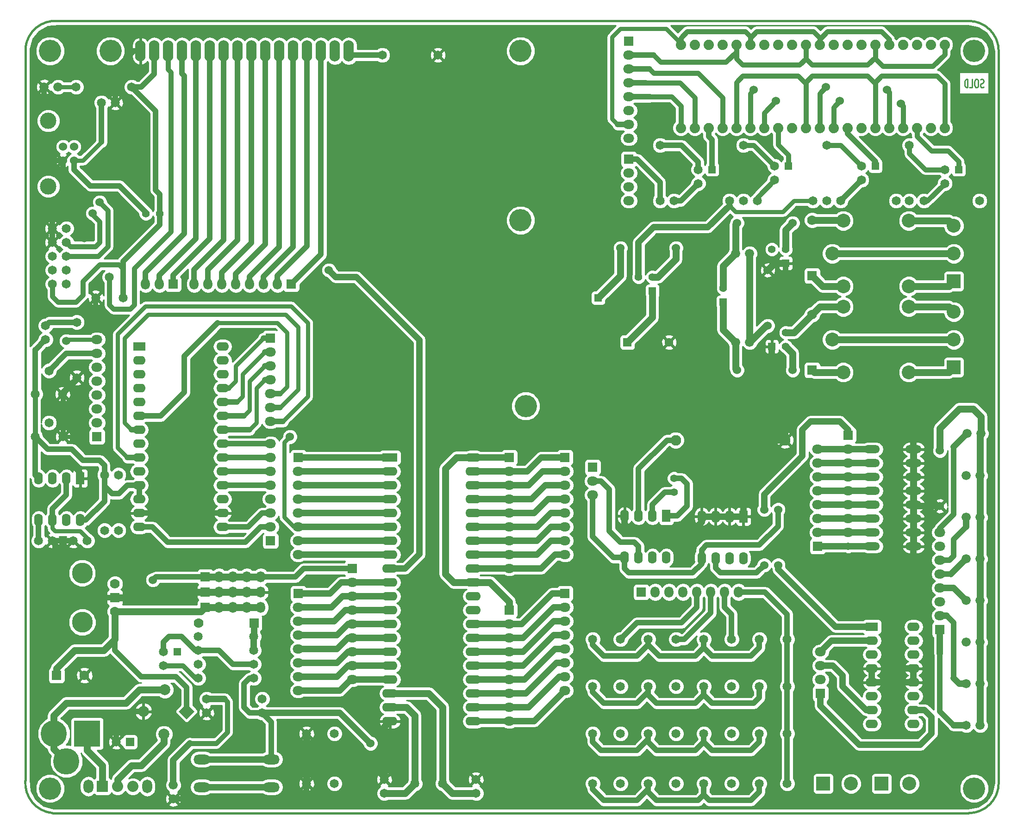
<source format=gbl>
G04 #@! TF.FileFunction,Copper,L2,Bot,Signal*
%FSLAX46Y46*%
G04 Gerber Fmt 4.6, Leading zero omitted, Abs format (unit mm)*
G04 Created by KiCad (PCBNEW (2015-01-16 BZR 5376)-product) date 9/25/2015 11:49:26 AM*
%MOMM*%
G01*
G04 APERTURE LIST*
%ADD10C,0.150000*%
%ADD11C,0.381000*%
%ADD12C,0.254000*%
%ADD13C,1.397000*%
%ADD14C,1.651000*%
%ADD15C,1.524000*%
%ADD16C,3.000000*%
%ADD17C,4.800600*%
%ADD18R,4.800600X4.800600*%
%ADD19R,2.794000X1.574800*%
%ADD20O,2.794000X1.574800*%
%ADD21R,1.778000X1.778000*%
%ADD22O,2.032000X1.651000*%
%ADD23R,1.524000X1.524000*%
%ADD24C,1.778000*%
%ADD25R,2.286000X1.574800*%
%ADD26O,2.286000X1.574800*%
%ADD27C,1.676400*%
%ADD28O,1.651000X2.032000*%
%ADD29O,3.048000X1.800000*%
%ADD30C,2.000000*%
%ADD31O,2.954020X1.475740*%
%ADD32O,1.930400X3.860800*%
%ADD33C,1.879600*%
%ADD34C,4.064000*%
%ADD35R,2.032000X2.032000*%
%ADD36C,2.032000*%
%ADD37O,1.800000X2.500000*%
%ADD38C,3.810000*%
%ADD39C,3.800000*%
%ADD40C,2.540000*%
%ADD41R,1.600000X1.600000*%
%ADD42C,1.600000*%
%ADD43R,1.397000X1.397000*%
%ADD44R,2.540000X2.540000*%
%ADD45R,1.574800X2.286000*%
%ADD46O,1.574800X2.286000*%
%ADD47C,1.948180*%
%ADD48C,1.270000*%
%ADD49C,1.143000*%
%ADD50C,0.762000*%
%ADD51C,1.016000*%
%ADD52C,0.889000*%
G04 APERTURE END LIST*
D10*
D11*
X59500000Y-34500000D02*
X59500000Y-168500000D01*
X232000000Y-29500000D02*
X65500000Y-29500000D01*
X237500000Y-169000000D02*
X237500000Y-35000000D01*
X64500000Y-174500000D02*
X232000000Y-174500000D01*
X59500000Y-168500000D02*
G75*
G03X64500000Y-174500000I5500000J-500000D01*
G01*
X65500000Y-29500000D02*
G75*
G03X59500000Y-34500000I-500000J-5500000D01*
G01*
X237500000Y-35000000D02*
G75*
G03X232000000Y-29500000I-5500000J0D01*
G01*
X232000000Y-174500000D02*
G75*
G03X237500000Y-169000000I0J5500000D01*
G01*
D12*
X234741714Y-41616857D02*
X234596571Y-41689429D01*
X234354667Y-41689429D01*
X234257905Y-41616857D01*
X234209524Y-41544286D01*
X234161143Y-41399143D01*
X234161143Y-41254000D01*
X234209524Y-41108857D01*
X234257905Y-41036286D01*
X234354667Y-40963714D01*
X234548190Y-40891143D01*
X234644952Y-40818571D01*
X234693333Y-40746000D01*
X234741714Y-40600857D01*
X234741714Y-40455714D01*
X234693333Y-40310571D01*
X234644952Y-40238000D01*
X234548190Y-40165429D01*
X234306286Y-40165429D01*
X234161143Y-40238000D01*
X233532190Y-40165429D02*
X233338667Y-40165429D01*
X233241905Y-40238000D01*
X233145143Y-40383143D01*
X233096762Y-40673429D01*
X233096762Y-41181429D01*
X233145143Y-41471714D01*
X233241905Y-41616857D01*
X233338667Y-41689429D01*
X233532190Y-41689429D01*
X233628952Y-41616857D01*
X233725714Y-41471714D01*
X233774095Y-41181429D01*
X233774095Y-40673429D01*
X233725714Y-40383143D01*
X233628952Y-40238000D01*
X233532190Y-40165429D01*
X232177524Y-41689429D02*
X232661333Y-41689429D01*
X232661333Y-40165429D01*
X231838857Y-41689429D02*
X231838857Y-40165429D01*
X231596952Y-40165429D01*
X231451810Y-40238000D01*
X231355048Y-40383143D01*
X231306667Y-40528286D01*
X231258286Y-40818571D01*
X231258286Y-41036286D01*
X231306667Y-41326571D01*
X231355048Y-41471714D01*
X231451810Y-41616857D01*
X231596952Y-41689429D01*
X231838857Y-41689429D01*
D13*
X178115000Y-115760000D03*
X178115000Y-113220000D03*
D14*
X61315000Y-97805000D03*
X63815000Y-93535000D03*
X66315000Y-97805000D03*
X72364000Y-80160000D03*
X74864000Y-76390000D03*
X77364000Y-80160000D03*
D15*
X68387000Y-55054000D03*
X68387000Y-52514000D03*
X66388020Y-52514000D03*
X66388020Y-55054000D03*
D16*
X63688000Y-59783480D03*
X63688000Y-47784520D03*
D17*
X64704000Y-159956000D03*
D18*
X70800000Y-159956000D03*
D17*
X66990000Y-165036000D03*
D19*
X126172000Y-109410000D03*
D20*
X126172000Y-111950000D03*
X126172000Y-114490000D03*
X126172000Y-117030000D03*
X126172000Y-119570000D03*
X126172000Y-122110000D03*
X126172000Y-124650000D03*
X126172000Y-127190000D03*
X126172000Y-129730000D03*
X126172000Y-132270000D03*
X126172000Y-134810000D03*
X126172000Y-137350000D03*
X126172000Y-139890000D03*
X126172000Y-142430000D03*
X126172000Y-144970000D03*
X126172000Y-147510000D03*
X126172000Y-150050000D03*
X126172000Y-152590000D03*
X126172000Y-155130000D03*
X126172000Y-157670000D03*
X141412000Y-157670000D03*
X141412000Y-155130000D03*
X141412000Y-152590000D03*
X141412000Y-150050000D03*
X141412000Y-147510000D03*
X141412000Y-144970000D03*
X141412000Y-142430000D03*
X141412000Y-139890000D03*
X141412000Y-137350000D03*
X141412000Y-134810000D03*
X141412000Y-132270000D03*
X141412000Y-129730000D03*
X141412000Y-127190000D03*
X141412000Y-124650000D03*
X141412000Y-122110000D03*
X141412000Y-119570000D03*
X141412000Y-117030000D03*
X141412000Y-114490000D03*
X141412000Y-111950000D03*
X141412000Y-109410000D03*
D21*
X119314000Y-129730000D03*
D22*
X119314000Y-132270000D03*
X119314000Y-134810000D03*
X119314000Y-137350000D03*
X119314000Y-139890000D03*
X119314000Y-142430000D03*
X119314000Y-144970000D03*
X119314000Y-147510000D03*
X119314000Y-150050000D03*
D21*
X148016000Y-137350000D03*
D22*
X148016000Y-139890000D03*
X148016000Y-142430000D03*
X148016000Y-144970000D03*
X148016000Y-147510000D03*
X148016000Y-150050000D03*
X148016000Y-152590000D03*
X148016000Y-155130000D03*
X148016000Y-157670000D03*
D14*
X206055000Y-52260000D03*
X206055000Y-62420000D03*
X190815000Y-52260000D03*
X190815000Y-62420000D03*
D15*
X168336000Y-71056000D03*
X178496000Y-71056000D03*
D14*
X175575000Y-52260000D03*
X175575000Y-62420000D03*
D21*
X209992000Y-105346000D03*
D22*
X209992000Y-107886000D03*
X209992000Y-110426000D03*
X209992000Y-112966000D03*
X209992000Y-115506000D03*
X209992000Y-118046000D03*
X209992000Y-120586000D03*
X209992000Y-123126000D03*
D13*
X209992000Y-125666000D03*
D14*
X64450000Y-124650000D03*
X61910000Y-124650000D03*
X70800000Y-124650000D03*
X68260000Y-124650000D03*
X125156000Y-170878000D03*
X125156000Y-168338000D03*
X141920000Y-170878000D03*
X141920000Y-168338000D03*
D23*
X78674000Y-161480000D03*
D14*
X76134000Y-161480000D03*
D21*
X65212000Y-149288000D03*
D24*
X70292000Y-149288000D03*
X203388000Y-83248000D03*
D21*
X203388000Y-93408000D03*
D25*
X214310000Y-140398000D03*
D26*
X214310000Y-142938000D03*
X214310000Y-145478000D03*
X214310000Y-148018000D03*
X214310000Y-150558000D03*
X214310000Y-153098000D03*
X214310000Y-155638000D03*
X214310000Y-158178000D03*
X221930000Y-158178000D03*
X221930000Y-155638000D03*
X221930000Y-153098000D03*
X221930000Y-150558000D03*
X221930000Y-148018000D03*
X221930000Y-145478000D03*
X221930000Y-142938000D03*
X221930000Y-140398000D03*
D27*
X189418000Y-88328000D03*
X191958000Y-88328000D03*
X86548000Y-169354000D03*
X86548000Y-171894000D03*
D15*
X195260000Y-75120000D03*
X195260000Y-85280000D03*
D14*
X92644000Y-153606000D03*
X102804000Y-153606000D03*
X76515000Y-122745000D03*
X76515000Y-112585000D03*
X73975000Y-112585000D03*
X73975000Y-122745000D03*
X102804000Y-156146000D03*
X92644000Y-156146000D03*
D15*
X226756000Y-118300000D03*
X226756000Y-108140000D03*
X189672000Y-93408000D03*
X199832000Y-93408000D03*
X189672000Y-66484000D03*
X199832000Y-66484000D03*
D14*
X61275000Y-105600000D03*
X63815000Y-103060000D03*
X66355000Y-105600000D03*
D21*
X163256000Y-111188000D03*
D22*
X163256000Y-113728000D03*
X163256000Y-116268000D03*
D21*
X92390000Y-131254000D03*
D28*
X94930000Y-131254000D03*
X97470000Y-131254000D03*
X100010000Y-131254000D03*
X102550000Y-131254000D03*
D21*
X92390000Y-134048000D03*
D28*
X94930000Y-134048000D03*
X97470000Y-134048000D03*
X100010000Y-134048000D03*
X102550000Y-134048000D03*
D21*
X92390000Y-136842000D03*
D28*
X94930000Y-136842000D03*
X97470000Y-136842000D03*
X100010000Y-136842000D03*
X102550000Y-136842000D03*
D21*
X169860000Y-33210000D03*
D22*
X169860000Y-35750000D03*
X169860000Y-38290000D03*
X169860000Y-40830000D03*
X169860000Y-43370000D03*
X169860000Y-45910000D03*
X169860000Y-48450000D03*
X169860000Y-50990000D03*
D21*
X158176000Y-109410000D03*
D22*
X158176000Y-111950000D03*
X158176000Y-114490000D03*
X158176000Y-117030000D03*
X158176000Y-119570000D03*
X158176000Y-122110000D03*
X158176000Y-124650000D03*
X158176000Y-127190000D03*
D21*
X158176000Y-134302000D03*
D22*
X158176000Y-136842000D03*
X158176000Y-139382000D03*
X158176000Y-141922000D03*
X158176000Y-144462000D03*
X158176000Y-147002000D03*
X158176000Y-149542000D03*
X158176000Y-152082000D03*
D21*
X109408000Y-134302000D03*
D22*
X109408000Y-136842000D03*
X109408000Y-139382000D03*
X109408000Y-141922000D03*
X109408000Y-144462000D03*
X109408000Y-147002000D03*
X109408000Y-149542000D03*
X109408000Y-152082000D03*
D21*
X109408000Y-109410000D03*
D22*
X109408000Y-111950000D03*
X109408000Y-114490000D03*
X109408000Y-117030000D03*
X109408000Y-119570000D03*
X109408000Y-122110000D03*
X109408000Y-124650000D03*
X109408000Y-127190000D03*
D21*
X226756000Y-140906000D03*
D22*
X226756000Y-138366000D03*
X226756000Y-135826000D03*
X226756000Y-133286000D03*
X226756000Y-130746000D03*
X226756000Y-128206000D03*
X226756000Y-125666000D03*
X226756000Y-123126000D03*
D21*
X148016000Y-109410000D03*
D22*
X148016000Y-111950000D03*
X148016000Y-114490000D03*
X148016000Y-117030000D03*
X148016000Y-119570000D03*
X148016000Y-122110000D03*
X148016000Y-124650000D03*
X148016000Y-127190000D03*
X148016000Y-129730000D03*
D29*
X104455000Y-164655000D03*
X104455000Y-169735000D03*
X91755000Y-164655000D03*
X91755000Y-169735000D03*
D30*
X81072687Y-155892000D03*
X85024000Y-151940687D03*
D10*
G36*
X90389527Y-155892000D02*
X88975313Y-157306214D01*
X87561099Y-155892000D01*
X88975313Y-154477786D01*
X90389527Y-155892000D01*
X90389527Y-155892000D01*
G37*
D30*
X84844395Y-160022918D03*
D31*
X214310000Y-107886000D03*
X214310000Y-110426000D03*
X214310000Y-112966000D03*
X214310000Y-115506000D03*
X214310000Y-118046000D03*
X214310000Y-120586000D03*
X214310000Y-123126000D03*
X214310000Y-125666000D03*
X221930000Y-125666000D03*
X221930000Y-123126000D03*
X221930000Y-120586000D03*
X221930000Y-118046000D03*
X221930000Y-115506000D03*
X221930000Y-112966000D03*
X221930000Y-110426000D03*
X221930000Y-107886000D03*
D32*
X80540000Y-35000000D03*
X83080000Y-35000000D03*
X85620000Y-35000000D03*
X88160000Y-35000000D03*
X90700000Y-35000000D03*
X93240000Y-35000000D03*
X95780000Y-35000000D03*
X98320000Y-35000000D03*
X100860000Y-35000000D03*
X103400000Y-35000000D03*
X105940000Y-35000000D03*
X108480000Y-35000000D03*
X111020000Y-35000000D03*
X113560000Y-35000000D03*
X116100000Y-35000000D03*
X118640000Y-35000000D03*
D33*
X179385000Y-49085000D03*
X181925000Y-49085000D03*
X184465000Y-49085000D03*
X187005000Y-49085000D03*
X189545000Y-49085000D03*
X189545000Y-33845000D03*
X187005000Y-33845000D03*
X184465000Y-33845000D03*
X181925000Y-33845000D03*
X179385000Y-33845000D03*
X192085000Y-49085000D03*
X194625000Y-49085000D03*
X197165000Y-49085000D03*
X199705000Y-49085000D03*
X202245000Y-49085000D03*
X202245000Y-33845000D03*
X199705000Y-33845000D03*
X197165000Y-33845000D03*
X194625000Y-33845000D03*
X192085000Y-33845000D03*
X204785000Y-49085000D03*
X207325000Y-49085000D03*
X209865000Y-49085000D03*
X212405000Y-49085000D03*
X214945000Y-49085000D03*
X214945000Y-33845000D03*
X212405000Y-33845000D03*
X209865000Y-33845000D03*
X207325000Y-33845000D03*
X204785000Y-33845000D03*
X217485000Y-49085000D03*
X220025000Y-49085000D03*
X222565000Y-49085000D03*
X225105000Y-49085000D03*
X227645000Y-49085000D03*
X227645000Y-33845000D03*
X225105000Y-33845000D03*
X222565000Y-33845000D03*
X220025000Y-33845000D03*
X217485000Y-33845000D03*
D14*
X221168000Y-52260000D03*
X221168000Y-62420000D03*
D34*
X233000000Y-170000000D03*
X64000000Y-170000000D03*
X233000000Y-35000000D03*
X64000000Y-35000000D03*
D14*
X135824000Y-169100000D03*
X130744000Y-169100000D03*
X173416000Y-142684000D03*
X178496000Y-142684000D03*
X163256000Y-142684000D03*
X168336000Y-142684000D03*
X183576000Y-142684000D03*
X188656000Y-142684000D03*
X193736000Y-142684000D03*
X198816000Y-142684000D03*
X163256000Y-151320000D03*
X168336000Y-151320000D03*
X173416000Y-151320000D03*
X178496000Y-151320000D03*
X183576000Y-151320000D03*
X188656000Y-151320000D03*
X193736000Y-151320000D03*
X198816000Y-151320000D03*
X163256000Y-159956000D03*
X168336000Y-159956000D03*
X173416000Y-159956000D03*
X178496000Y-159956000D03*
X183576000Y-159956000D03*
X188656000Y-159956000D03*
X193736000Y-159956000D03*
X198816000Y-159956000D03*
X163256000Y-169100000D03*
X168336000Y-169100000D03*
X173416000Y-169100000D03*
X178496000Y-169100000D03*
X183576000Y-169100000D03*
X188656000Y-169100000D03*
X193736000Y-169100000D03*
X198816000Y-169100000D03*
X110932000Y-159956000D03*
X116012000Y-159956000D03*
X110932000Y-169100000D03*
X116012000Y-169100000D03*
D35*
X73588920Y-169608000D03*
D36*
X76388000Y-169608000D03*
X79182000Y-169608000D03*
D37*
X81788040Y-169608000D03*
X70987960Y-169608000D03*
D24*
X75880000Y-137604000D03*
D21*
X75880000Y-135064000D03*
D24*
X75880000Y-132524000D03*
D38*
X69880000Y-139564000D03*
D39*
X69880000Y-130564000D03*
D40*
X209072520Y-81820520D03*
X207071000Y-87820000D03*
X221071480Y-81820520D03*
X221071480Y-93819480D03*
X209072520Y-93819480D03*
X209072520Y-66072520D03*
X207071000Y-72072000D03*
X221071480Y-66072520D03*
X221071480Y-78071480D03*
X209072520Y-78071480D03*
D41*
X169606000Y-88328000D03*
D42*
X177226000Y-88328000D03*
D43*
X87310000Y-144970000D03*
D14*
X84770000Y-144970000D03*
X84770000Y-147510000D03*
X91120000Y-147256000D03*
X101280000Y-147256000D03*
X101280000Y-142176000D03*
X91120000Y-142176000D03*
X101280000Y-144716000D03*
X91120000Y-144716000D03*
X91120000Y-149796000D03*
X101280000Y-149796000D03*
X73406000Y-44450000D03*
X75946000Y-44450000D03*
D43*
X174178000Y-78930000D03*
D13*
X174178000Y-76390000D03*
X171638000Y-76390000D03*
D43*
X230185000Y-56705000D03*
D14*
X227645000Y-56705000D03*
X227645000Y-59245000D03*
D43*
X199070000Y-56070000D03*
D14*
X196530000Y-56070000D03*
X196530000Y-58610000D03*
D43*
X185100000Y-56705000D03*
D14*
X182560000Y-56705000D03*
X182560000Y-59245000D03*
D43*
X214945000Y-56070000D03*
D14*
X212405000Y-56070000D03*
X212405000Y-58610000D03*
D43*
X198562000Y-73850000D03*
D13*
X198562000Y-71310000D03*
X196022000Y-71310000D03*
D43*
X196022000Y-89090000D03*
D13*
X198562000Y-89090000D03*
X198562000Y-86550000D03*
D21*
X104328000Y-124650000D03*
D22*
X104328000Y-122110000D03*
X104328000Y-119570000D03*
X104328000Y-117030000D03*
X104328000Y-114490000D03*
X104328000Y-111950000D03*
X104328000Y-109410000D03*
X104328000Y-106870000D03*
D21*
X104328000Y-87566000D03*
D22*
X104328000Y-90106000D03*
X104328000Y-92646000D03*
X104328000Y-95186000D03*
X104328000Y-97726000D03*
X104328000Y-100266000D03*
X104328000Y-102806000D03*
D15*
X194625000Y-118935000D03*
X194625000Y-129095000D03*
D14*
X68895000Y-84645000D03*
X68895000Y-94805000D03*
X134935000Y-35750000D03*
X124775000Y-35750000D03*
D15*
X197165000Y-129095000D03*
X197165000Y-118935000D03*
D14*
X223835000Y-62420000D03*
X233995000Y-62420000D03*
X208595000Y-62420000D03*
X218755000Y-62420000D03*
X193355000Y-62420000D03*
X203515000Y-62420000D03*
X178115000Y-62420000D03*
X188275000Y-62420000D03*
D27*
X231582000Y-150812000D03*
X234122000Y-150812000D03*
X231582000Y-143192000D03*
X234122000Y-143192000D03*
X231582000Y-135572000D03*
X234122000Y-135572000D03*
X231582000Y-127952000D03*
X234122000Y-127952000D03*
X231582000Y-120332000D03*
X234122000Y-120332000D03*
X231582000Y-112712000D03*
X234122000Y-112712000D03*
D14*
X63180000Y-87820000D03*
X63180000Y-85280000D03*
D13*
X81534000Y-64770000D03*
X84074000Y-64770000D03*
D21*
X108138000Y-77660000D03*
D28*
X105598000Y-77660000D03*
X103058000Y-77660000D03*
X100518000Y-77660000D03*
X97978000Y-77660000D03*
X95438000Y-77660000D03*
X92898000Y-77660000D03*
X90358000Y-77660000D03*
D44*
X216088000Y-169100000D03*
D40*
X221168000Y-169100000D03*
D14*
X66990000Y-77660000D03*
X64450000Y-77660000D03*
X66990000Y-75120000D03*
X64450000Y-75120000D03*
X66990000Y-72580000D03*
X64450000Y-72580000D03*
X66990000Y-70040000D03*
X64450000Y-70040000D03*
X66990000Y-67500000D03*
X64450000Y-67500000D03*
D27*
X189418000Y-72072000D03*
X191958000Y-72072000D03*
X231730000Y-105000000D03*
X234270000Y-105000000D03*
D45*
X190815000Y-120205000D03*
D46*
X188275000Y-120205000D03*
X185735000Y-120205000D03*
X183195000Y-120205000D03*
X183195000Y-127825000D03*
X185735000Y-127825000D03*
X188275000Y-127825000D03*
X190815000Y-127825000D03*
D45*
X176718000Y-120078000D03*
D46*
X174178000Y-120078000D03*
X171638000Y-120078000D03*
X169098000Y-120078000D03*
X169098000Y-127698000D03*
X171638000Y-127698000D03*
X174178000Y-127698000D03*
X176718000Y-127698000D03*
D47*
X178435040Y-106235000D03*
X198435000Y-106235000D03*
D24*
X203388000Y-65976000D03*
D21*
X203388000Y-76136000D03*
X204404000Y-125666000D03*
D22*
X204404000Y-123126000D03*
X204404000Y-120586000D03*
X204404000Y-118046000D03*
X204404000Y-115506000D03*
X204404000Y-112966000D03*
X204404000Y-110426000D03*
X204404000Y-107886000D03*
D44*
X229296000Y-77152000D03*
D40*
X229296000Y-72072000D03*
X229296000Y-66992000D03*
D21*
X86548000Y-77660000D03*
D28*
X84008000Y-77660000D03*
X81468000Y-77660000D03*
D21*
X172146000Y-134048000D03*
D28*
X174686000Y-134048000D03*
X177226000Y-134048000D03*
X179766000Y-134048000D03*
X182306000Y-134048000D03*
X184846000Y-134048000D03*
X187386000Y-134048000D03*
X189926000Y-134048000D03*
D21*
X169860000Y-54800000D03*
D22*
X169860000Y-57340000D03*
X169860000Y-59880000D03*
X169860000Y-62420000D03*
D44*
X229296000Y-92900000D03*
D40*
X229296000Y-87820000D03*
X229296000Y-82740000D03*
D44*
X205420000Y-169100000D03*
D40*
X210500000Y-169100000D03*
D43*
X187132000Y-80962000D03*
D13*
X187132000Y-78422000D03*
D21*
X204912000Y-152590000D03*
D22*
X204912000Y-150050000D03*
X204912000Y-147510000D03*
X204912000Y-144970000D03*
D25*
X80325000Y-89090000D03*
D26*
X80325000Y-91630000D03*
X80325000Y-94170000D03*
X80325000Y-96710000D03*
X80325000Y-99250000D03*
X80325000Y-101790000D03*
X80325000Y-104330000D03*
X80325000Y-106870000D03*
X80325000Y-109410000D03*
X80325000Y-111950000D03*
X80325000Y-114490000D03*
X80325000Y-117030000D03*
X80325000Y-119570000D03*
X80325000Y-122110000D03*
X95565000Y-122110000D03*
X95565000Y-119570000D03*
X95565000Y-117030000D03*
X95565000Y-114490000D03*
X95565000Y-111950000D03*
X95565000Y-109410000D03*
X95565000Y-106870000D03*
X95565000Y-104330000D03*
X95565000Y-101790000D03*
X95565000Y-99250000D03*
X95565000Y-96710000D03*
X95565000Y-94170000D03*
X95565000Y-91630000D03*
X95565000Y-89090000D03*
D45*
X69530000Y-113220000D03*
D46*
X66990000Y-113220000D03*
X64450000Y-113220000D03*
X61910000Y-113220000D03*
X61910000Y-120840000D03*
X64450000Y-120840000D03*
X66990000Y-120840000D03*
X69530000Y-120840000D03*
D21*
X72578000Y-105600000D03*
D22*
X72578000Y-103060000D03*
X72578000Y-100520000D03*
X72578000Y-97980000D03*
X72578000Y-95440000D03*
X72578000Y-92900000D03*
X72578000Y-90360000D03*
X72578000Y-87820000D03*
D14*
X231582000Y-158432000D03*
D27*
X234122000Y-158432000D03*
D43*
X164272000Y-80200000D03*
D14*
X68768000Y-41592000D03*
X78928000Y-41592000D03*
D27*
X65466000Y-41592000D03*
X62926000Y-41592000D03*
D24*
X91186000Y-139700000D03*
D21*
X101346000Y-139700000D03*
D34*
X151000000Y-100000000D03*
X150050500Y-34988500D03*
X150050500Y-65976500D03*
X75057000Y-34988500D03*
D15*
X82804000Y-131826000D03*
X219644000Y-44640000D03*
X208468000Y-44132000D03*
X196784000Y-44132000D03*
X217104000Y-42100000D03*
X205928000Y-41592000D03*
X192720000Y-42100000D03*
X107884000Y-105600000D03*
X114996000Y-75120000D03*
X73086000Y-62674000D03*
X122616000Y-161734000D03*
X71816000Y-64706000D03*
X70292000Y-69278000D03*
X63942000Y-109918000D03*
X198562000Y-82486000D03*
X66990000Y-88074000D03*
D48*
X205323480Y-78071480D02*
X203388000Y-76136000D01*
X209072520Y-78071480D02*
X205323480Y-78071480D01*
X203799480Y-93819480D02*
X203388000Y-93408000D01*
X209072520Y-93819480D02*
X203799480Y-93819480D01*
D49*
X148016000Y-109410000D02*
X141412000Y-109410000D01*
D48*
X137856000Y-132270000D02*
X141412000Y-132270000D01*
X136332000Y-130746000D02*
X137856000Y-132270000D01*
X136332000Y-111442000D02*
X136332000Y-130746000D01*
X138364000Y-109410000D02*
X136332000Y-111442000D01*
X141412000Y-109410000D02*
X138364000Y-109410000D01*
X148016000Y-135826000D02*
X148016000Y-137350000D01*
X144460000Y-132270000D02*
X148016000Y-135826000D01*
X141412000Y-132270000D02*
X144460000Y-132270000D01*
D49*
X104455000Y-169735000D02*
X91755000Y-169735000D01*
X101280000Y-142176000D02*
X101280000Y-144716000D01*
D48*
X92390000Y-131254000D02*
X94930000Y-131254000D01*
X94930000Y-131254000D02*
X97470000Y-131254000D01*
X97470000Y-131254000D02*
X100010000Y-131254000D01*
X100010000Y-131254000D02*
X102550000Y-131254000D01*
D50*
X61275000Y-112585000D02*
X61910000Y-113220000D01*
D51*
X61275000Y-112585000D02*
X61910000Y-113220000D01*
X61275000Y-105600000D02*
X61275000Y-112585000D01*
X73975000Y-110807000D02*
X73086000Y-109918000D01*
X78166000Y-114490000D02*
X76642000Y-116014000D01*
X76642000Y-116014000D02*
X75372000Y-116014000D01*
X75372000Y-116014000D02*
X73975000Y-114617000D01*
X73975000Y-114617000D02*
X73975000Y-112585000D01*
X80325000Y-114490000D02*
X78166000Y-114490000D01*
X70546000Y-120840000D02*
X73975000Y-117411000D01*
X73975000Y-117411000D02*
X73975000Y-112585000D01*
X69530000Y-120840000D02*
X70546000Y-120840000D01*
X80325000Y-117030000D02*
X80325000Y-114490000D01*
X61275000Y-89725000D02*
X63180000Y-87820000D01*
X83080000Y-39218000D02*
X80706000Y-41592000D01*
X80706000Y-41592000D02*
X78928000Y-41592000D01*
X83080000Y-35000000D02*
X83080000Y-39218000D01*
X110424000Y-129730000D02*
X119314000Y-129730000D01*
X110424000Y-129730000D02*
X108900000Y-131254000D01*
X102550000Y-131254000D02*
X108900000Y-131254000D01*
D52*
X77404000Y-74866000D02*
X76642000Y-74104000D01*
X76642000Y-74104000D02*
X73086000Y-74104000D01*
X73086000Y-74104000D02*
X70038000Y-77152000D01*
X70038000Y-77152000D02*
X70038000Y-79692000D01*
X70038000Y-79692000D02*
X68768000Y-80962000D01*
X68768000Y-80962000D02*
X65466000Y-80962000D01*
X65466000Y-80962000D02*
X64450000Y-79946000D01*
X64450000Y-79946000D02*
X64450000Y-77660000D01*
X77404000Y-78930000D02*
X77404000Y-74866000D01*
D51*
X63561000Y-107886000D02*
X61275000Y-105600000D01*
X73975000Y-110807000D02*
X73086000Y-109918000D01*
X68006000Y-107886000D02*
X63561000Y-107886000D01*
X70038000Y-109918000D02*
X68006000Y-107886000D01*
X73086000Y-109918000D02*
X70038000Y-109918000D01*
X73975000Y-110807000D02*
X73086000Y-109918000D01*
X73975000Y-112585000D02*
X73975000Y-110807000D01*
D49*
X209992000Y-104330000D02*
X209992000Y-105346000D01*
X208468000Y-102806000D02*
X209992000Y-104330000D01*
X203134000Y-102806000D02*
X208468000Y-102806000D01*
X201610000Y-104330000D02*
X203134000Y-102806000D01*
X201610000Y-109156000D02*
X201610000Y-104330000D01*
X194625000Y-116141000D02*
X201610000Y-109156000D01*
X194625000Y-118935000D02*
X194625000Y-116141000D01*
X207706000Y-140398000D02*
X214310000Y-140398000D01*
X197165000Y-129857000D02*
X207706000Y-140398000D01*
X197165000Y-129095000D02*
X197165000Y-129857000D01*
X171638000Y-70040000D02*
X174432000Y-67246000D01*
X174432000Y-67246000D02*
X184338000Y-67246000D01*
X184338000Y-67246000D02*
X188275000Y-63309000D01*
X171638000Y-76390000D02*
X171638000Y-70040000D01*
D50*
X200086000Y-62420000D02*
X203515000Y-62420000D01*
X198054000Y-64452000D02*
X200086000Y-62420000D01*
X189418000Y-64452000D02*
X198054000Y-64452000D01*
X188275000Y-63309000D02*
X189418000Y-64452000D01*
X188275000Y-62420000D02*
X188275000Y-63309000D01*
D51*
X77404000Y-73472000D02*
X84074000Y-66802000D01*
X84074000Y-66802000D02*
X84074000Y-64770000D01*
X77404000Y-78105000D02*
X77404000Y-73472000D01*
X77404000Y-78930000D02*
X77404000Y-78105000D01*
X84074000Y-61214000D02*
X83312000Y-60452000D01*
X83312000Y-60452000D02*
X83312000Y-45976000D01*
X83312000Y-45976000D02*
X78928000Y-41592000D01*
X84074000Y-64770000D02*
X84074000Y-61214000D01*
X101346000Y-142110000D02*
X101280000Y-142176000D01*
D49*
X101346000Y-139700000D02*
X101346000Y-142110000D01*
D51*
X82804000Y-131826000D02*
X83376000Y-131254000D01*
X83376000Y-131254000D02*
X92390000Y-131254000D01*
D52*
X77404000Y-80120000D02*
X77364000Y-80160000D01*
X77404000Y-78105000D02*
X77404000Y-80120000D01*
X61275000Y-97845000D02*
X61315000Y-97805000D01*
X61275000Y-105600000D02*
X61275000Y-97845000D01*
X61315000Y-89685000D02*
X63180000Y-87820000D01*
D51*
X61315000Y-97805000D02*
X61315000Y-89685000D01*
X77364000Y-78970000D02*
X77404000Y-78930000D01*
X77364000Y-80160000D02*
X77364000Y-78970000D01*
D48*
X91628000Y-137604000D02*
X92390000Y-136842000D01*
X75880000Y-137604000D02*
X91628000Y-137604000D01*
X92390000Y-136842000D02*
X94930000Y-136842000D01*
X94930000Y-136842000D02*
X97470000Y-136842000D01*
X97470000Y-136842000D02*
X100010000Y-136842000D01*
X100010000Y-136842000D02*
X102550000Y-136842000D01*
X75880000Y-142684000D02*
X75880000Y-137604000D01*
X73848000Y-144716000D02*
X75880000Y-142684000D01*
X68514000Y-144716000D02*
X73848000Y-144716000D01*
X65212000Y-148018000D02*
X68514000Y-144716000D01*
X65212000Y-149288000D02*
X65212000Y-148018000D01*
D51*
X88975313Y-151461313D02*
X87056000Y-149542000D01*
X87056000Y-149542000D02*
X80706000Y-149542000D01*
X80706000Y-149542000D02*
X75880000Y-144716000D01*
X75880000Y-144716000D02*
X75880000Y-137604000D01*
X88975313Y-155892000D02*
X88975313Y-151461313D01*
D52*
X227645000Y-40957000D02*
X226248000Y-39560000D01*
X226248000Y-39560000D02*
X216088000Y-39560000D01*
X216088000Y-39560000D02*
X214945000Y-40703000D01*
X214945000Y-40703000D02*
X214945000Y-49085000D01*
X227645000Y-49085000D02*
X227645000Y-40957000D01*
X214945000Y-40957000D02*
X213548000Y-39560000D01*
X213548000Y-39560000D02*
X203388000Y-39560000D01*
X203388000Y-39560000D02*
X202245000Y-40703000D01*
X202245000Y-40703000D02*
X202245000Y-49085000D01*
X214945000Y-49085000D02*
X214945000Y-40957000D01*
X202245000Y-40957000D02*
X200848000Y-39560000D01*
X200848000Y-39560000D02*
X190688000Y-39560000D01*
X190688000Y-39560000D02*
X189545000Y-40703000D01*
X189545000Y-40703000D02*
X189545000Y-49085000D01*
X202245000Y-49085000D02*
X202245000Y-40957000D01*
D48*
X187132000Y-74358000D02*
X189418000Y-72072000D01*
X187132000Y-78422000D02*
X187132000Y-74358000D01*
X189418000Y-66738000D02*
X189672000Y-66484000D01*
X189418000Y-72072000D02*
X189418000Y-66738000D01*
X189418000Y-93154000D02*
X189672000Y-93408000D01*
X189418000Y-88328000D02*
X189418000Y-93154000D01*
X187132000Y-86042000D02*
X189418000Y-88328000D01*
X187132000Y-80962000D02*
X187132000Y-86042000D01*
D52*
X227645000Y-35623000D02*
X225486000Y-37782000D01*
X225486000Y-37782000D02*
X216342000Y-37782000D01*
X216342000Y-37782000D02*
X214945000Y-36385000D01*
X214945000Y-36385000D02*
X214945000Y-33845000D01*
X227645000Y-33845000D02*
X227645000Y-35623000D01*
X214945000Y-36131000D02*
X213548000Y-37528000D01*
X213548000Y-37528000D02*
X203388000Y-37528000D01*
X203388000Y-37528000D02*
X202245000Y-36385000D01*
X214945000Y-33845000D02*
X214945000Y-36131000D01*
X201102000Y-37528000D02*
X190688000Y-37528000D01*
X190688000Y-37528000D02*
X189545000Y-36385000D01*
X189545000Y-36385000D02*
X189545000Y-33845000D01*
X202245000Y-36385000D02*
X201102000Y-37528000D01*
X202245000Y-33845000D02*
X202245000Y-36385000D01*
X189545000Y-35115000D02*
X187640000Y-37020000D01*
X187640000Y-37020000D02*
X175702000Y-37020000D01*
X175702000Y-37020000D02*
X174432000Y-35750000D01*
D51*
X174432000Y-35750000D02*
X169860000Y-35750000D01*
D52*
X189545000Y-33845000D02*
X189545000Y-35115000D01*
X187005000Y-43497000D02*
X182560000Y-39052000D01*
X182560000Y-39052000D02*
X174432000Y-39052000D01*
X174432000Y-39052000D02*
X173670000Y-38290000D01*
D51*
X173670000Y-38290000D02*
X169860000Y-38290000D01*
D52*
X187005000Y-49085000D02*
X187005000Y-43497000D01*
X220025000Y-45021000D02*
X219644000Y-44640000D01*
X208468000Y-44132000D02*
X207325000Y-45275000D01*
X207325000Y-45275000D02*
X207325000Y-49085000D01*
X220025000Y-49085000D02*
X220025000Y-45021000D01*
X196784000Y-44132000D02*
X194625000Y-46291000D01*
X194625000Y-46291000D02*
X194625000Y-49085000D01*
X181925000Y-43497000D02*
X179258000Y-40830000D01*
X179258000Y-40830000D02*
X172974000Y-40830000D01*
X181925000Y-49085000D02*
X181925000Y-43497000D01*
D51*
X172974000Y-40830000D02*
X169860000Y-40830000D01*
D52*
X217485000Y-42481000D02*
X217104000Y-42100000D01*
X205928000Y-41592000D02*
X204785000Y-42735000D01*
X204785000Y-42735000D02*
X204785000Y-49085000D01*
X217485000Y-49085000D02*
X217485000Y-42481000D01*
X192720000Y-42100000D02*
X192085000Y-42735000D01*
X192085000Y-42735000D02*
X192085000Y-49085000D01*
X177734000Y-43370000D02*
X173736000Y-43370000D01*
X179385000Y-45021000D02*
X177734000Y-43370000D01*
X179385000Y-49085000D02*
X179385000Y-45021000D01*
D51*
X173736000Y-43370000D02*
X169860000Y-43370000D01*
D52*
X217485000Y-32829000D02*
X216088000Y-31432000D01*
X216088000Y-31432000D02*
X206182000Y-31432000D01*
X206182000Y-31432000D02*
X204785000Y-32829000D01*
X204785000Y-32829000D02*
X204785000Y-33845000D01*
X217485000Y-33845000D02*
X217485000Y-32829000D01*
X204785000Y-32575000D02*
X203642000Y-31432000D01*
X203642000Y-31432000D02*
X193228000Y-31432000D01*
X193228000Y-31432000D02*
X192085000Y-32575000D01*
X192085000Y-32575000D02*
X192085000Y-33845000D01*
X204785000Y-33845000D02*
X204785000Y-32575000D01*
X192085000Y-32321000D02*
X191196000Y-31432000D01*
X191196000Y-31432000D02*
X180528000Y-31432000D01*
X180528000Y-31432000D02*
X179385000Y-32575000D01*
X179385000Y-32575000D02*
X179385000Y-33845000D01*
X192085000Y-33845000D02*
X192085000Y-32321000D01*
D50*
X179385000Y-33591000D02*
X176718000Y-30924000D01*
X176718000Y-30924000D02*
X168336000Y-30924000D01*
X168336000Y-30924000D02*
X166812000Y-32448000D01*
X166812000Y-32448000D02*
X166812000Y-47434000D01*
X166812000Y-47434000D02*
X167828000Y-48450000D01*
D51*
X167828000Y-48450000D02*
X169860000Y-48450000D01*
D50*
X179385000Y-33845000D02*
X179385000Y-33591000D01*
X106106000Y-100266000D02*
X109408000Y-96964000D01*
X109408000Y-96964000D02*
X109408000Y-85534000D01*
X109408000Y-85534000D02*
X107122000Y-83248000D01*
X107122000Y-83248000D02*
X81976000Y-83248000D01*
X81976000Y-83248000D02*
X77658000Y-87566000D01*
X77658000Y-87566000D02*
X77658000Y-103060000D01*
X77658000Y-103060000D02*
X78928000Y-104330000D01*
D51*
X78928000Y-104330000D02*
X80325000Y-104330000D01*
X104328000Y-100266000D02*
X106106000Y-100266000D01*
X63815000Y-84645000D02*
X63180000Y-85280000D01*
X68895000Y-84645000D02*
X63815000Y-84645000D01*
D50*
X106614000Y-102806000D02*
X111186000Y-98234000D01*
X111186000Y-98234000D02*
X111186000Y-84772000D01*
X111186000Y-84772000D02*
X108138000Y-81724000D01*
X108138000Y-81724000D02*
X81468000Y-81724000D01*
X81468000Y-81724000D02*
X76388000Y-86804000D01*
X76388000Y-86804000D02*
X76388000Y-107632000D01*
X76388000Y-107632000D02*
X78166000Y-109410000D01*
D51*
X78166000Y-109410000D02*
X80325000Y-109410000D01*
X104328000Y-102806000D02*
X106614000Y-102806000D01*
D49*
X119314000Y-137350000D02*
X126172000Y-137350000D01*
X118044000Y-137350000D02*
X116012000Y-139382000D01*
X116012000Y-139382000D02*
X109408000Y-139382000D01*
X119314000Y-137350000D02*
X118044000Y-137350000D01*
X126172000Y-139890000D02*
X119314000Y-139890000D01*
X118552000Y-139890000D02*
X116520000Y-141922000D01*
X116520000Y-141922000D02*
X109408000Y-141922000D01*
X119314000Y-139890000D02*
X118552000Y-139890000D01*
X206944000Y-142938000D02*
X204912000Y-144970000D01*
X214310000Y-142938000D02*
X206944000Y-142938000D01*
X213294000Y-155638000D02*
X208976000Y-151320000D01*
X208976000Y-151320000D02*
X208976000Y-149288000D01*
X208976000Y-149288000D02*
X207198000Y-147510000D01*
X207198000Y-147510000D02*
X204912000Y-147510000D01*
X214310000Y-155638000D02*
X213294000Y-155638000D01*
X204912000Y-154876000D02*
X212024000Y-161988000D01*
X212024000Y-161988000D02*
X223200000Y-161988000D01*
X223200000Y-161988000D02*
X225232000Y-159956000D01*
X225232000Y-159956000D02*
X225232000Y-156908000D01*
X225232000Y-156908000D02*
X223962000Y-155638000D01*
X223962000Y-155638000D02*
X221930000Y-155638000D01*
X204912000Y-152590000D02*
X204912000Y-154876000D01*
D51*
X185735000Y-129603000D02*
X186624000Y-130492000D01*
X186624000Y-130492000D02*
X193228000Y-130492000D01*
X193228000Y-130492000D02*
X194625000Y-129095000D01*
X185735000Y-127825000D02*
X185735000Y-129603000D01*
X171638000Y-125666000D02*
X170876000Y-124904000D01*
X170876000Y-124904000D02*
X168336000Y-124904000D01*
X168336000Y-124904000D02*
X166304000Y-122872000D01*
X166304000Y-122872000D02*
X166304000Y-115252000D01*
X166304000Y-115252000D02*
X164780000Y-113728000D01*
X164780000Y-113728000D02*
X163256000Y-113728000D01*
X171638000Y-127698000D02*
X171638000Y-125666000D01*
X183195000Y-126301000D02*
X184084000Y-125412000D01*
X184084000Y-125412000D02*
X193736000Y-125412000D01*
X193736000Y-125412000D02*
X197165000Y-121983000D01*
X197165000Y-121983000D02*
X197165000Y-118935000D01*
X183195000Y-127825000D02*
X183195000Y-126301000D01*
X183195000Y-128841000D02*
X181544000Y-130492000D01*
X181544000Y-130492000D02*
X169860000Y-130492000D01*
X169860000Y-130492000D02*
X169098000Y-129730000D01*
X169098000Y-129730000D02*
X169098000Y-127698000D01*
X183195000Y-127825000D02*
X183195000Y-128841000D01*
X167066000Y-127698000D02*
X163256000Y-123888000D01*
X163256000Y-123888000D02*
X163256000Y-116268000D01*
X169098000Y-127698000D02*
X167066000Y-127698000D01*
D49*
X126172000Y-124650000D02*
X109408000Y-124650000D01*
X109408000Y-122110000D02*
X126172000Y-122110000D01*
D50*
X109408000Y-122110000D02*
X108646000Y-122110000D01*
X106868000Y-106616000D02*
X107884000Y-105600000D01*
X106868000Y-120332000D02*
X106868000Y-106616000D01*
X108646000Y-122110000D02*
X106868000Y-120332000D01*
D49*
X91755000Y-164655000D02*
X104455000Y-164655000D01*
X116266000Y-76390000D02*
X114996000Y-75120000D01*
D52*
X73086000Y-62674000D02*
X74610000Y-64198000D01*
X74610000Y-64198000D02*
X74610000Y-70802000D01*
X74610000Y-70802000D02*
X72832000Y-72580000D01*
X72832000Y-72580000D02*
X66990000Y-72580000D01*
D49*
X126172000Y-129730000D02*
X128966000Y-129730000D01*
X131572000Y-87886000D02*
X120076000Y-76390000D01*
X131572000Y-127124000D02*
X131572000Y-87886000D01*
X128966000Y-129730000D02*
X131572000Y-127124000D01*
X120076000Y-76390000D02*
X116266000Y-76390000D01*
D51*
X104455000Y-157797000D02*
X102804000Y-156146000D01*
X104455000Y-164655000D02*
X104455000Y-157797000D01*
X100518000Y-149796000D02*
X99502000Y-150812000D01*
X99502000Y-150812000D02*
X99502000Y-155130000D01*
X99502000Y-155130000D02*
X100518000Y-156146000D01*
X100518000Y-156146000D02*
X102804000Y-156146000D01*
X101280000Y-149796000D02*
X100518000Y-149796000D01*
D49*
X117028000Y-156146000D02*
X122616000Y-161734000D01*
X102804000Y-156146000D02*
X117028000Y-156146000D01*
X119314000Y-132270000D02*
X126172000Y-132270000D01*
X117282000Y-132270000D02*
X115250000Y-134302000D01*
X115250000Y-134302000D02*
X109408000Y-134302000D01*
X119314000Y-132270000D02*
X117282000Y-132270000D01*
X122616000Y-127190000D02*
X109408000Y-127190000D01*
X126172000Y-127190000D02*
X122616000Y-127190000D01*
D52*
X71816000Y-64960000D02*
X73086000Y-66230000D01*
X73086000Y-66230000D02*
X73086000Y-70040000D01*
X73086000Y-70040000D02*
X72324000Y-70802000D01*
X72324000Y-70802000D02*
X67752000Y-70802000D01*
X67752000Y-70802000D02*
X66990000Y-70040000D01*
X71816000Y-64706000D02*
X71816000Y-64960000D01*
D49*
X126172000Y-134810000D02*
X119314000Y-134810000D01*
X117536000Y-134810000D02*
X115504000Y-136842000D01*
X115504000Y-136842000D02*
X109408000Y-136842000D01*
X119314000Y-134810000D02*
X117536000Y-134810000D01*
D48*
X221930000Y-107886000D02*
X221930000Y-110426000D01*
X221930000Y-110426000D02*
X221930000Y-112966000D01*
X221930000Y-112966000D02*
X221930000Y-115506000D01*
X221930000Y-115506000D02*
X221930000Y-118046000D01*
X221930000Y-118046000D02*
X221930000Y-120586000D01*
X221930000Y-120586000D02*
X221930000Y-123126000D01*
X221930000Y-123126000D02*
X221930000Y-125666000D01*
D49*
X214310000Y-148018000D02*
X214310000Y-150558000D01*
X221930000Y-148018000D02*
X221930000Y-150558000D01*
X221930000Y-150558000D02*
X214310000Y-150558000D01*
X190815000Y-120205000D02*
X188275000Y-120205000D01*
X188275000Y-120205000D02*
X185735000Y-120205000D01*
X183195000Y-120205000D02*
X185735000Y-120205000D01*
X169098000Y-121602000D02*
X170876000Y-123380000D01*
X169098000Y-120078000D02*
X169098000Y-121602000D01*
X181036000Y-123380000D02*
X183195000Y-121221000D01*
X170876000Y-123380000D02*
X181036000Y-123380000D01*
X183195000Y-121221000D02*
X183195000Y-120205000D01*
X196657000Y-106235000D02*
X190815000Y-112077000D01*
X190815000Y-112077000D02*
X190815000Y-120205000D01*
X198435000Y-106235000D02*
X196657000Y-106235000D01*
D48*
X196530000Y-73850000D02*
X195260000Y-75120000D01*
X198562000Y-73850000D02*
X196530000Y-73850000D01*
X125156000Y-158686000D02*
X126172000Y-157670000D01*
X125156000Y-168338000D02*
X125156000Y-158686000D01*
X110932000Y-168084000D02*
X110932000Y-169100000D01*
X110932000Y-159956000D02*
X110932000Y-168084000D01*
X110932000Y-167322000D02*
X112456000Y-165798000D01*
X112456000Y-165798000D02*
X123632000Y-165798000D01*
X123632000Y-165798000D02*
X125156000Y-167322000D01*
X125156000Y-167322000D02*
X125156000Y-168338000D01*
X110932000Y-168084000D02*
X110932000Y-167322000D01*
X102550000Y-134048000D02*
X100010000Y-134048000D01*
X100010000Y-134048000D02*
X97470000Y-134048000D01*
X97470000Y-134048000D02*
X94930000Y-134048000D01*
X94930000Y-134048000D02*
X92390000Y-134048000D01*
X79436000Y-134048000D02*
X78420000Y-135064000D01*
X78420000Y-135064000D02*
X75880000Y-135064000D01*
X92390000Y-134048000D02*
X79436000Y-134048000D01*
D51*
X76134000Y-158940000D02*
X76134000Y-161480000D01*
X79182000Y-155892000D02*
X76134000Y-158940000D01*
X81072687Y-155892000D02*
X79182000Y-155892000D01*
X64450000Y-124650000D02*
X68260000Y-124650000D01*
X64450000Y-70040000D02*
X64450000Y-67500000D01*
X64450000Y-64960000D02*
X67752000Y-61658000D01*
X67752000Y-61658000D02*
X67752000Y-59626000D01*
X67752000Y-59626000D02*
X66388020Y-58262020D01*
X66388020Y-58262020D02*
X66388020Y-55054000D01*
X64450000Y-67500000D02*
X64450000Y-64960000D01*
D52*
X70292000Y-69278000D02*
X69530000Y-68516000D01*
X69530000Y-68516000D02*
X69530000Y-63436000D01*
X69530000Y-63436000D02*
X67752000Y-61658000D01*
D50*
X74102000Y-108140000D02*
X75118000Y-107124000D01*
X71054000Y-108140000D02*
X74102000Y-108140000D01*
X68514000Y-105600000D02*
X71054000Y-108140000D01*
X72325500Y-82487500D02*
X75118000Y-85280000D01*
X72324000Y-82486000D02*
X72325500Y-82487500D01*
X75118000Y-85280000D02*
X75118000Y-107124000D01*
X66355000Y-105600000D02*
X68514000Y-105600000D01*
D51*
X69530000Y-112204000D02*
X67244000Y-109918000D01*
X67244000Y-109918000D02*
X63942000Y-109918000D01*
X69530000Y-113220000D02*
X69530000Y-112204000D01*
X66990000Y-135064000D02*
X64958000Y-133032000D01*
X64958000Y-133032000D02*
X64958000Y-125158000D01*
X64958000Y-125158000D02*
X64450000Y-124650000D01*
X75880000Y-135064000D02*
X66990000Y-135064000D01*
X88072000Y-171894000D02*
X88580000Y-172402000D01*
X88580000Y-172402000D02*
X108900000Y-172402000D01*
X108900000Y-172402000D02*
X110932000Y-170370000D01*
X110932000Y-170370000D02*
X110932000Y-169100000D01*
X86548000Y-171894000D02*
X88072000Y-171894000D01*
D49*
X196022000Y-103822000D02*
X198435000Y-106235000D01*
X196022000Y-89090000D02*
X196022000Y-103822000D01*
X221930000Y-102552000D02*
X217612000Y-98234000D01*
X217612000Y-98234000D02*
X202118000Y-98234000D01*
X202118000Y-98234000D02*
X198435000Y-101917000D01*
X198435000Y-101917000D02*
X198435000Y-106235000D01*
X221930000Y-107886000D02*
X221930000Y-102552000D01*
X222184000Y-118300000D02*
X221930000Y-118046000D01*
X226756000Y-118300000D02*
X222184000Y-118300000D01*
X219390000Y-148018000D02*
X218120000Y-146748000D01*
X218120000Y-146748000D02*
X218120000Y-132270000D01*
X218120000Y-132270000D02*
X221930000Y-128460000D01*
X221930000Y-128460000D02*
X221930000Y-125666000D01*
X221930000Y-148018000D02*
X219390000Y-148018000D01*
D51*
X198562000Y-82486000D02*
X198562000Y-73850000D01*
D50*
X75946000Y-42672000D02*
X75946000Y-44450000D01*
X75184000Y-41910000D02*
X75946000Y-42672000D01*
D51*
X75946000Y-38354000D02*
X79300000Y-35000000D01*
X79300000Y-35000000D02*
X80540000Y-35000000D01*
X75946000Y-44450000D02*
X75946000Y-38354000D01*
X64452000Y-55054000D02*
X63246000Y-53848000D01*
X63246000Y-53848000D02*
X63246000Y-52324000D01*
X63246000Y-52324000D02*
X65786000Y-49784000D01*
X65786000Y-49784000D02*
X67564000Y-49784000D01*
X67564000Y-49784000D02*
X69088000Y-48260000D01*
X69088000Y-47752000D02*
X69088000Y-46228000D01*
X69088000Y-48260000D02*
X69088000Y-47752000D01*
X69088000Y-46228000D02*
X67818000Y-44958000D01*
X67818000Y-44958000D02*
X63754000Y-44958000D01*
X63754000Y-44958000D02*
X62926000Y-44130000D01*
X62926000Y-44130000D02*
X62926000Y-41592000D01*
X66388020Y-55054000D02*
X64452000Y-55054000D01*
X75946000Y-42672000D02*
X75946000Y-44450000D01*
X69088000Y-45212000D02*
X72644000Y-41656000D01*
X72644000Y-41656000D02*
X74930000Y-41656000D01*
X74930000Y-41656000D02*
X75946000Y-42672000D01*
X69088000Y-47752000D02*
X69088000Y-45212000D01*
X95565000Y-119570000D02*
X80325000Y-119570000D01*
D52*
X72325500Y-80198500D02*
X72364000Y-80160000D01*
X72325500Y-82487500D02*
X72325500Y-80198500D01*
X66355000Y-97845000D02*
X66315000Y-97805000D01*
X66355000Y-105600000D02*
X66355000Y-97845000D01*
X66315000Y-97385000D02*
X68895000Y-94805000D01*
X66315000Y-97805000D02*
X66315000Y-97385000D01*
D51*
X68895000Y-95225000D02*
X66315000Y-97805000D01*
X68895000Y-94805000D02*
X68895000Y-95225000D01*
X212405000Y-58610000D02*
X208595000Y-62420000D01*
D52*
X193355000Y-61785000D02*
X196530000Y-58610000D01*
X193355000Y-62420000D02*
X193355000Y-61785000D01*
D51*
X179385000Y-62420000D02*
X182560000Y-59245000D01*
X178115000Y-62420000D02*
X179385000Y-62420000D01*
D52*
X197165000Y-52133000D02*
X199070000Y-54038000D01*
X199070000Y-54038000D02*
X199070000Y-56070000D01*
X197165000Y-49085000D02*
X197165000Y-52133000D01*
D48*
X228376520Y-66072520D02*
X229296000Y-66992000D01*
X221071480Y-66072520D02*
X228376520Y-66072520D01*
X207071000Y-72072000D02*
X229296000Y-72072000D01*
X228376520Y-78071480D02*
X229296000Y-77152000D01*
X221071480Y-78071480D02*
X228376520Y-78071480D01*
D49*
X214310000Y-107886000D02*
X209992000Y-107886000D01*
X209992000Y-107886000D02*
X204404000Y-107886000D01*
D48*
X228376520Y-93819480D02*
X229296000Y-92900000D01*
X221071480Y-93819480D02*
X228376520Y-93819480D01*
X207071000Y-87820000D02*
X229296000Y-87820000D01*
X195006000Y-85280000D02*
X191958000Y-88328000D01*
X195260000Y-85280000D02*
X195006000Y-85280000D01*
X191958000Y-72072000D02*
X191958000Y-88328000D01*
D49*
X204404000Y-125666000D02*
X209992000Y-125666000D01*
X209992000Y-125666000D02*
X214310000Y-125666000D01*
X214310000Y-123126000D02*
X209992000Y-123126000D01*
X209992000Y-123126000D02*
X204404000Y-123126000D01*
X204404000Y-120586000D02*
X209992000Y-120586000D01*
X209992000Y-120586000D02*
X214310000Y-120586000D01*
X214310000Y-118046000D02*
X209992000Y-118046000D01*
X209992000Y-118046000D02*
X204404000Y-118046000D01*
X204404000Y-115506000D02*
X209992000Y-115506000D01*
X209992000Y-115506000D02*
X214310000Y-115506000D01*
X214310000Y-112966000D02*
X209992000Y-112966000D01*
X209992000Y-112966000D02*
X204404000Y-112966000D01*
X204404000Y-110426000D02*
X209992000Y-110426000D01*
X209992000Y-110426000D02*
X214310000Y-110426000D01*
D48*
X228376520Y-81820520D02*
X229296000Y-82740000D01*
X221071480Y-81820520D02*
X228376520Y-81820520D01*
D52*
X208595000Y-52260000D02*
X212405000Y-56070000D01*
X206055000Y-52260000D02*
X208595000Y-52260000D01*
X221168000Y-53784000D02*
X224089000Y-56705000D01*
X224089000Y-56705000D02*
X227645000Y-56705000D01*
X221168000Y-52260000D02*
X221168000Y-53784000D01*
D51*
X179512000Y-52260000D02*
X182560000Y-55308000D01*
X182560000Y-55308000D02*
X182560000Y-56705000D01*
X175575000Y-52260000D02*
X179512000Y-52260000D01*
D52*
X192720000Y-52260000D02*
X196530000Y-56070000D01*
X190815000Y-52260000D02*
X192720000Y-52260000D01*
D51*
X185100000Y-51244000D02*
X184465000Y-50609000D01*
X184465000Y-50609000D02*
X184465000Y-49085000D01*
X185100000Y-56705000D02*
X185100000Y-51244000D01*
X209865000Y-50101000D02*
X214945000Y-55181000D01*
X214945000Y-55181000D02*
X214945000Y-56070000D01*
X209865000Y-49085000D02*
X209865000Y-50101000D01*
X228534000Y-128206000D02*
X229296000Y-127444000D01*
X229296000Y-127444000D02*
X229296000Y-124396000D01*
X229296000Y-124396000D02*
X231582000Y-122110000D01*
D49*
X231582000Y-122110000D02*
X231582000Y-120332000D01*
D51*
X226756000Y-128206000D02*
X228534000Y-128206000D01*
D49*
X228788000Y-130746000D02*
X231582000Y-127952000D01*
D51*
X226756000Y-130746000D02*
X228788000Y-130746000D01*
D49*
X229296000Y-133286000D02*
X231582000Y-135572000D01*
X226756000Y-133286000D02*
X229296000Y-133286000D01*
D51*
X228026000Y-138366000D02*
X229296000Y-139636000D01*
X229296000Y-139636000D02*
X229296000Y-149796000D01*
D49*
X229296000Y-149796000D02*
X230312000Y-150812000D01*
X230312000Y-150812000D02*
X231582000Y-150812000D01*
X226756000Y-138366000D02*
X228026000Y-138366000D01*
D51*
X226756000Y-122364000D02*
X229296000Y-119824000D01*
X229296000Y-119824000D02*
X229296000Y-107434000D01*
D49*
X229296000Y-107434000D02*
X231730000Y-105000000D01*
D51*
X226756000Y-123126000D02*
X226756000Y-122364000D01*
X176464000Y-115760000D02*
X174178000Y-118046000D01*
X174178000Y-118046000D02*
X174178000Y-120078000D01*
X178115000Y-115760000D02*
X176464000Y-115760000D01*
X179512000Y-113220000D02*
X180528000Y-114236000D01*
X180528000Y-114236000D02*
X180528000Y-118300000D01*
X180528000Y-118300000D02*
X178750000Y-120078000D01*
X178750000Y-120078000D02*
X176718000Y-120078000D01*
X178115000Y-113220000D02*
X179512000Y-113220000D01*
X171638000Y-111442000D02*
X176845000Y-106235000D01*
X176845000Y-106235000D02*
X178435040Y-106235000D01*
X171638000Y-120078000D02*
X171638000Y-111442000D01*
X226756000Y-155892000D02*
X229296000Y-158432000D01*
D49*
X229296000Y-158432000D02*
X231582000Y-158432000D01*
D51*
X226756000Y-145288000D02*
X226756000Y-155892000D01*
D49*
X226756000Y-145288000D02*
X226756000Y-140906000D01*
D51*
X188656000Y-138112000D02*
X187386000Y-136842000D01*
X187386000Y-136842000D02*
X187386000Y-134048000D01*
X188656000Y-142684000D02*
X188656000Y-138112000D01*
X198816000Y-142684000D02*
X198816000Y-151320000D01*
X198816000Y-151320000D02*
X198816000Y-159956000D01*
X198816000Y-159956000D02*
X198816000Y-169100000D01*
X198816000Y-138112000D02*
X194752000Y-134048000D01*
X194752000Y-134048000D02*
X189926000Y-134048000D01*
X198816000Y-142684000D02*
X198816000Y-138112000D01*
X170368000Y-140652000D02*
X171384000Y-139636000D01*
X171384000Y-139636000D02*
X179512000Y-139636000D01*
X179512000Y-139636000D02*
X182306000Y-136842000D01*
X182306000Y-136842000D02*
X182306000Y-134048000D01*
X168336000Y-142684000D02*
X170368000Y-140652000D01*
X180020000Y-142684000D02*
X184846000Y-137858000D01*
X184846000Y-137858000D02*
X184846000Y-134048000D01*
X178496000Y-142684000D02*
X180020000Y-142684000D01*
X163256000Y-161480000D02*
X164780000Y-163004000D01*
X164780000Y-163004000D02*
X171384000Y-163004000D01*
X171384000Y-163004000D02*
X173416000Y-160972000D01*
X173416000Y-160972000D02*
X173416000Y-159956000D01*
X163256000Y-159956000D02*
X163256000Y-161480000D01*
X173416000Y-161480000D02*
X174940000Y-163004000D01*
X174940000Y-163004000D02*
X182052000Y-163004000D01*
X182052000Y-163004000D02*
X183576000Y-161480000D01*
X173416000Y-159956000D02*
X173416000Y-161480000D01*
X185100000Y-163004000D02*
X192212000Y-163004000D01*
X192212000Y-163004000D02*
X193736000Y-161480000D01*
X193736000Y-161480000D02*
X193736000Y-159956000D01*
X183576000Y-161480000D02*
X185100000Y-163004000D01*
X183576000Y-159956000D02*
X183576000Y-161480000D01*
X163256000Y-152336000D02*
X165288000Y-154368000D01*
X165288000Y-154368000D02*
X171384000Y-154368000D01*
X171384000Y-154368000D02*
X173416000Y-152336000D01*
X173416000Y-152336000D02*
X173416000Y-151320000D01*
X163256000Y-151320000D02*
X163256000Y-152336000D01*
X173416000Y-152844000D02*
X174940000Y-154368000D01*
X174940000Y-154368000D02*
X182052000Y-154368000D01*
X182052000Y-154368000D02*
X183576000Y-152844000D01*
X173416000Y-151320000D02*
X173416000Y-152844000D01*
X185100000Y-154368000D02*
X192720000Y-154368000D01*
X192720000Y-154368000D02*
X193736000Y-153352000D01*
X193736000Y-153352000D02*
X193736000Y-151320000D01*
X183576000Y-152844000D02*
X185100000Y-154368000D01*
X183576000Y-151320000D02*
X183576000Y-152844000D01*
X163256000Y-170116000D02*
X165288000Y-172148000D01*
X165288000Y-172148000D02*
X171384000Y-172148000D01*
X171384000Y-172148000D02*
X173416000Y-170116000D01*
X173416000Y-170116000D02*
X173416000Y-169100000D01*
X163256000Y-169100000D02*
X163256000Y-170116000D01*
X173416000Y-170624000D02*
X174940000Y-172148000D01*
X174940000Y-172148000D02*
X182560000Y-172148000D01*
X182560000Y-172148000D02*
X183576000Y-171132000D01*
X173416000Y-169100000D02*
X173416000Y-170624000D01*
X184592000Y-172148000D02*
X192212000Y-172148000D01*
X192212000Y-172148000D02*
X193736000Y-170624000D01*
X193736000Y-170624000D02*
X193736000Y-169100000D01*
X183576000Y-171132000D02*
X184592000Y-172148000D01*
X183576000Y-169100000D02*
X183576000Y-171132000D01*
X163256000Y-143700000D02*
X165288000Y-145732000D01*
X165288000Y-145732000D02*
X171384000Y-145732000D01*
X171384000Y-145732000D02*
X173416000Y-143700000D01*
X163256000Y-142684000D02*
X163256000Y-143700000D01*
X175448000Y-145732000D02*
X182052000Y-145732000D01*
X182052000Y-145732000D02*
X183576000Y-144208000D01*
X173416000Y-143700000D02*
X175448000Y-145732000D01*
X173416000Y-142684000D02*
X173416000Y-143700000D01*
X185100000Y-145732000D02*
X192212000Y-145732000D01*
X192212000Y-145732000D02*
X193736000Y-144208000D01*
X193736000Y-144208000D02*
X193736000Y-142684000D01*
X183576000Y-144208000D02*
X185100000Y-145732000D01*
X183576000Y-142684000D02*
X183576000Y-144208000D01*
D48*
X234122000Y-158432000D02*
X234122000Y-150812000D01*
X234122000Y-150812000D02*
X234122000Y-143192000D01*
X234122000Y-143192000D02*
X234122000Y-135572000D01*
X234122000Y-135572000D02*
X234122000Y-127952000D01*
X234122000Y-127952000D02*
X234122000Y-120332000D01*
X234122000Y-120332000D02*
X234122000Y-112712000D01*
X234122000Y-105148000D02*
X234270000Y-105000000D01*
X234122000Y-112712000D02*
X234122000Y-105148000D01*
X234270000Y-101938000D02*
X232852000Y-100520000D01*
X232852000Y-100520000D02*
X230312000Y-100520000D01*
X230312000Y-100520000D02*
X226756000Y-104076000D01*
X226756000Y-104076000D02*
X226756000Y-108140000D01*
X234270000Y-105000000D02*
X234270000Y-101938000D01*
D51*
X119390000Y-35750000D02*
X118640000Y-35000000D01*
X124775000Y-35750000D02*
X119390000Y-35750000D01*
X93240000Y-69320000D02*
X86548000Y-76012000D01*
X86548000Y-76012000D02*
X86548000Y-77660000D01*
X93240000Y-35000000D02*
X93240000Y-69320000D01*
X113560000Y-72238000D02*
X108138000Y-77660000D01*
X113560000Y-35000000D02*
X113560000Y-72238000D01*
X90700000Y-69320000D02*
X84008000Y-76012000D01*
X84008000Y-76012000D02*
X84008000Y-77660000D01*
X90700000Y-35000000D02*
X90700000Y-69320000D01*
X88160000Y-39140000D02*
X88580000Y-39560000D01*
X88580000Y-39560000D02*
X88580000Y-68392000D01*
X88580000Y-68392000D02*
X81468000Y-75504000D01*
X81468000Y-75504000D02*
X81468000Y-77660000D01*
X88160000Y-35000000D02*
X88160000Y-39140000D01*
D50*
X106106000Y-97726000D02*
X107376000Y-96456000D01*
X107376000Y-96456000D02*
X107376000Y-86550000D01*
X107376000Y-86550000D02*
X105598000Y-84772000D01*
X105598000Y-84772000D02*
X94676000Y-84772000D01*
D51*
X94676000Y-84772000D02*
X88580000Y-90868000D01*
X88580000Y-90868000D02*
X88580000Y-97472000D01*
X88580000Y-97472000D02*
X84262000Y-101790000D01*
X84262000Y-101790000D02*
X80325000Y-101790000D01*
X104328000Y-97726000D02*
X106106000Y-97726000D01*
D50*
X100518000Y-104330000D02*
X101788000Y-103060000D01*
X101788000Y-103060000D02*
X101788000Y-96710000D01*
X101788000Y-96710000D02*
X103312000Y-95186000D01*
D51*
X103312000Y-95186000D02*
X104328000Y-95186000D01*
X95565000Y-104330000D02*
X100518000Y-104330000D01*
X111020000Y-70714000D02*
X105598000Y-76136000D01*
X105598000Y-76136000D02*
X105598000Y-77660000D01*
X111020000Y-35000000D02*
X111020000Y-70714000D01*
X108480000Y-70844000D02*
X103058000Y-76266000D01*
X103058000Y-76266000D02*
X103058000Y-77660000D01*
X108480000Y-35000000D02*
X108480000Y-70844000D01*
X105940000Y-70844000D02*
X100518000Y-76266000D01*
X100518000Y-76266000D02*
X100518000Y-77660000D01*
X105940000Y-35000000D02*
X105940000Y-70844000D01*
X103400000Y-70336000D02*
X97978000Y-75758000D01*
X97978000Y-75758000D02*
X97978000Y-77660000D01*
X103400000Y-35000000D02*
X103400000Y-70336000D01*
X100860000Y-70082000D02*
X95438000Y-75504000D01*
X95438000Y-75504000D02*
X95438000Y-77660000D01*
X100860000Y-35000000D02*
X100860000Y-70082000D01*
X98320000Y-69596000D02*
X92898000Y-75018000D01*
X92898000Y-75018000D02*
X92898000Y-77660000D01*
X98320000Y-35000000D02*
X98320000Y-69596000D01*
X95780000Y-69574000D02*
X90358000Y-74996000D01*
X90358000Y-74996000D02*
X90358000Y-77660000D01*
X95780000Y-35000000D02*
X95780000Y-69574000D01*
X61910000Y-120840000D02*
X61910000Y-124650000D01*
D50*
X99502000Y-101790000D02*
X100518000Y-100774000D01*
X100518000Y-100774000D02*
X100518000Y-95440000D01*
X100518000Y-95440000D02*
X103312000Y-92646000D01*
D51*
X103312000Y-92646000D02*
X104328000Y-92646000D01*
X95565000Y-101790000D02*
X99502000Y-101790000D01*
D50*
X67244000Y-87820000D02*
X66990000Y-88074000D01*
X72578000Y-87820000D02*
X67244000Y-87820000D01*
D51*
X66990000Y-90360000D02*
X72578000Y-90360000D01*
X63815000Y-93535000D02*
X66990000Y-90360000D01*
D50*
X96708000Y-96710000D02*
X97978000Y-95440000D01*
X97978000Y-95440000D02*
X97978000Y-92646000D01*
X97978000Y-92646000D02*
X103058000Y-87566000D01*
D51*
X103058000Y-87566000D02*
X104328000Y-87566000D01*
X95565000Y-96710000D02*
X96708000Y-96710000D01*
D50*
X98232000Y-99250000D02*
X99248000Y-98234000D01*
X99248000Y-98234000D02*
X99248000Y-94170000D01*
X99248000Y-94170000D02*
X103312000Y-90106000D01*
D51*
X103312000Y-90106000D02*
X104328000Y-90106000D01*
X95565000Y-99250000D02*
X98232000Y-99250000D01*
D52*
X86106000Y-68072000D02*
X79436000Y-74742000D01*
X79436000Y-74742000D02*
X79436000Y-81473000D01*
X79436000Y-81473000D02*
X78677000Y-82232000D01*
X78677000Y-82232000D02*
X75626000Y-82232000D01*
X75626000Y-82232000D02*
X74864000Y-81470000D01*
X74864000Y-81470000D02*
X74864000Y-76390000D01*
X86106000Y-38862000D02*
X86106000Y-68072000D01*
X85620000Y-38376000D02*
X86106000Y-38862000D01*
X85620000Y-35000000D02*
X85620000Y-38376000D01*
D51*
X102550000Y-122110000D02*
X99756000Y-124904000D01*
X99756000Y-124904000D02*
X85532000Y-124904000D01*
X85532000Y-124904000D02*
X82738000Y-122110000D01*
X82738000Y-122110000D02*
X80325000Y-122110000D01*
X104328000Y-122110000D02*
X102550000Y-122110000D01*
X102804000Y-119570000D02*
X100264000Y-122110000D01*
X100264000Y-122110000D02*
X95565000Y-122110000D01*
X104328000Y-119570000D02*
X102804000Y-119570000D01*
D52*
X88326000Y-147510000D02*
X90612000Y-149796000D01*
X90612000Y-149796000D02*
X91120000Y-149796000D01*
X84770000Y-147510000D02*
X88326000Y-147510000D01*
D51*
X95565000Y-114490000D02*
X104328000Y-114490000D01*
X104328000Y-111950000D02*
X95565000Y-111950000D01*
X64450000Y-118808000D02*
X66990000Y-116268000D01*
X66990000Y-116268000D02*
X66990000Y-113220000D01*
X64450000Y-120840000D02*
X64450000Y-118808000D01*
D50*
X70800000Y-124142000D02*
X69530000Y-122872000D01*
X69530000Y-122872000D02*
X64958000Y-122872000D01*
X64958000Y-122872000D02*
X64450000Y-122364000D01*
X64450000Y-122364000D02*
X64450000Y-120840000D01*
X70800000Y-124650000D02*
X70800000Y-124142000D01*
D51*
X90612000Y-144716000D02*
X88072000Y-142176000D01*
X88072000Y-142176000D02*
X85786000Y-142176000D01*
X85786000Y-142176000D02*
X84770000Y-143192000D01*
X84770000Y-143192000D02*
X84770000Y-144970000D01*
X91120000Y-144716000D02*
X90612000Y-144716000D01*
X97470000Y-147256000D02*
X94930000Y-144716000D01*
X94930000Y-144716000D02*
X91120000Y-144716000D01*
X101280000Y-147256000D02*
X97470000Y-147256000D01*
X95565000Y-109410000D02*
X104328000Y-109410000D01*
X95565000Y-106870000D02*
X104328000Y-106870000D01*
D50*
X70038000Y-55054000D02*
X72578000Y-52514000D01*
D51*
X81534000Y-64516000D02*
X76708000Y-59690000D01*
X76708000Y-59690000D02*
X71374000Y-59690000D01*
X71374000Y-59690000D02*
X68387000Y-56703000D01*
X68387000Y-56703000D02*
X68387000Y-55054000D01*
X81534000Y-64770000D02*
X81534000Y-64516000D01*
X73406000Y-51686000D02*
X73406000Y-44450000D01*
D50*
X70038000Y-55054000D02*
X73406000Y-51686000D01*
X68387000Y-55054000D02*
X70038000Y-55054000D01*
D48*
X64704000Y-162750000D02*
X66990000Y-165036000D01*
X64704000Y-159956000D02*
X64704000Y-162750000D01*
X64704000Y-156654000D02*
X66990000Y-154368000D01*
X66990000Y-154368000D02*
X77912000Y-154368000D01*
X77912000Y-154368000D02*
X80339313Y-151940687D01*
X80339313Y-151940687D02*
X85024000Y-151940687D01*
X64704000Y-159956000D02*
X64704000Y-156654000D01*
D49*
X126172000Y-119570000D02*
X109408000Y-119570000D01*
X109408000Y-117030000D02*
X126172000Y-117030000D01*
X126172000Y-114490000D02*
X109408000Y-114490000D01*
X126172000Y-111950000D02*
X109408000Y-111950000D01*
X126172000Y-109410000D02*
X109408000Y-109410000D01*
D48*
X130744000Y-156654000D02*
X129220000Y-155130000D01*
X129220000Y-155130000D02*
X126172000Y-155130000D01*
X130744000Y-169100000D02*
X130744000Y-156654000D01*
X128966000Y-170878000D02*
X130744000Y-169100000D01*
X125156000Y-170878000D02*
X128966000Y-170878000D01*
X135824000Y-155130000D02*
X133284000Y-152590000D01*
X133284000Y-152590000D02*
X126172000Y-152590000D01*
X135824000Y-169100000D02*
X135824000Y-155130000D01*
X137602000Y-170878000D02*
X135824000Y-169100000D01*
X141920000Y-170878000D02*
X137602000Y-170878000D01*
D49*
X86548000Y-164782000D02*
X89596000Y-161734000D01*
D52*
X89596000Y-161734000D02*
X94422000Y-161734000D01*
X94422000Y-161734000D02*
X96454000Y-159702000D01*
X96454000Y-159702000D02*
X96454000Y-154114000D01*
X96454000Y-154114000D02*
X95946000Y-153606000D01*
D49*
X95946000Y-153606000D02*
X92644000Y-153606000D01*
X86548000Y-169354000D02*
X86548000Y-164782000D01*
D50*
X65466000Y-41592000D02*
X68768000Y-41592000D01*
D48*
X70800000Y-163004000D02*
X73588920Y-165792920D01*
X73588920Y-165792920D02*
X73588920Y-169608000D01*
X70800000Y-159956000D02*
X70800000Y-163004000D01*
X76388000Y-168338000D02*
X78928000Y-165798000D01*
X78928000Y-165798000D02*
X80706000Y-165798000D01*
X80706000Y-165798000D02*
X84844395Y-161659605D01*
X84844395Y-161659605D02*
X84844395Y-160022918D01*
X76388000Y-169608000D02*
X76388000Y-168338000D01*
D49*
X119314000Y-142430000D02*
X126172000Y-142430000D01*
X118552000Y-142430000D02*
X116520000Y-144462000D01*
X116520000Y-144462000D02*
X109408000Y-144462000D01*
X119314000Y-142430000D02*
X118552000Y-142430000D01*
X126172000Y-150050000D02*
X119314000Y-150050000D01*
X119060000Y-150050000D02*
X117028000Y-152082000D01*
X117028000Y-152082000D02*
X109408000Y-152082000D01*
X119314000Y-150050000D02*
X119060000Y-150050000D01*
X119314000Y-147510000D02*
X126172000Y-147510000D01*
X118552000Y-147510000D02*
X116520000Y-149542000D01*
X116520000Y-149542000D02*
X109408000Y-149542000D01*
X119314000Y-147510000D02*
X118552000Y-147510000D01*
X126172000Y-144970000D02*
X119314000Y-144970000D01*
X118552000Y-144970000D02*
X116520000Y-147002000D01*
X116520000Y-147002000D02*
X109408000Y-147002000D01*
X119314000Y-144970000D02*
X118552000Y-144970000D01*
X152588000Y-157670000D02*
X158176000Y-152082000D01*
X148016000Y-157670000D02*
X152588000Y-157670000D01*
D51*
X141412000Y-157670000D02*
X148016000Y-157670000D01*
D49*
X151572000Y-155130000D02*
X157160000Y-149542000D01*
X157160000Y-149542000D02*
X158176000Y-149542000D01*
X148016000Y-155130000D02*
X151572000Y-155130000D01*
X141412000Y-155130000D02*
X148016000Y-155130000D01*
X151064000Y-152590000D02*
X156652000Y-147002000D01*
X156652000Y-147002000D02*
X158176000Y-147002000D01*
X148016000Y-152590000D02*
X151064000Y-152590000D01*
X148016000Y-152590000D02*
X141412000Y-152590000D01*
X150810000Y-150050000D02*
X156398000Y-144462000D01*
X156398000Y-144462000D02*
X158176000Y-144462000D01*
X148016000Y-150050000D02*
X150810000Y-150050000D01*
X141412000Y-150050000D02*
X148016000Y-150050000D01*
X150556000Y-147510000D02*
X156144000Y-141922000D01*
X156144000Y-141922000D02*
X158176000Y-141922000D01*
X148016000Y-147510000D02*
X150556000Y-147510000D01*
X141412000Y-147510000D02*
X148016000Y-147510000D01*
X150556000Y-144970000D02*
X156144000Y-139382000D01*
X156144000Y-139382000D02*
X158176000Y-139382000D01*
X148016000Y-144970000D02*
X150556000Y-144970000D01*
X141412000Y-144970000D02*
X148016000Y-144970000D01*
X150556000Y-142430000D02*
X156144000Y-136842000D01*
X156144000Y-136842000D02*
X158176000Y-136842000D01*
X148016000Y-142430000D02*
X150556000Y-142430000D01*
X141412000Y-142430000D02*
X148016000Y-142430000D01*
X150302000Y-139890000D02*
X155890000Y-134302000D01*
X155890000Y-134302000D02*
X158176000Y-134302000D01*
X148016000Y-139890000D02*
X150302000Y-139890000D01*
X141412000Y-139890000D02*
X148016000Y-139890000D01*
X151572000Y-114490000D02*
X154112000Y-111950000D01*
X154112000Y-111950000D02*
X158176000Y-111950000D01*
X148016000Y-114490000D02*
X151572000Y-114490000D01*
X141412000Y-114490000D02*
X148016000Y-114490000D01*
X153858000Y-129730000D02*
X156398000Y-127190000D01*
X156398000Y-127190000D02*
X158176000Y-127190000D01*
X148016000Y-129730000D02*
X153858000Y-129730000D01*
X141412000Y-129730000D02*
X148016000Y-129730000D01*
X153096000Y-127190000D02*
X155636000Y-124650000D01*
X155636000Y-124650000D02*
X158176000Y-124650000D01*
X148016000Y-127190000D02*
X153096000Y-127190000D01*
X148016000Y-127190000D02*
X141412000Y-127190000D01*
X153096000Y-124650000D02*
X155636000Y-122110000D01*
X155636000Y-122110000D02*
X158176000Y-122110000D01*
X148016000Y-124650000D02*
X153096000Y-124650000D01*
X141412000Y-124650000D02*
X148016000Y-124650000D01*
X153096000Y-122110000D02*
X155636000Y-119570000D01*
X155636000Y-119570000D02*
X158176000Y-119570000D01*
X148016000Y-122110000D02*
X153096000Y-122110000D01*
X148016000Y-122110000D02*
X141412000Y-122110000D01*
X152588000Y-119570000D02*
X155128000Y-117030000D01*
X155128000Y-117030000D02*
X158176000Y-117030000D01*
X148016000Y-119570000D02*
X152588000Y-119570000D01*
X141412000Y-119570000D02*
X148016000Y-119570000D01*
X152080000Y-117030000D02*
X154620000Y-114490000D01*
X154620000Y-114490000D02*
X158176000Y-114490000D01*
X148016000Y-117030000D02*
X152080000Y-117030000D01*
X148016000Y-117030000D02*
X141412000Y-117030000D01*
X151318000Y-111950000D02*
X153858000Y-109410000D01*
X153858000Y-109410000D02*
X158176000Y-109410000D01*
X148016000Y-111950000D02*
X151318000Y-111950000D01*
X141412000Y-111950000D02*
X148016000Y-111950000D01*
D48*
X198562000Y-67754000D02*
X199832000Y-66484000D01*
X198562000Y-71310000D02*
X198562000Y-67754000D01*
X199832000Y-90360000D02*
X198562000Y-89090000D01*
X199832000Y-93408000D02*
X199832000Y-90360000D01*
X204815480Y-81820520D02*
X203388000Y-83248000D01*
X209072520Y-81820520D02*
X204815480Y-81820520D01*
X200086000Y-86550000D02*
X203388000Y-83248000D01*
X198562000Y-86550000D02*
X200086000Y-86550000D01*
D51*
X175575000Y-58991000D02*
X171384000Y-54800000D01*
X171384000Y-54800000D02*
X169860000Y-54800000D01*
X175575000Y-62420000D02*
X175575000Y-58991000D01*
D48*
X208976000Y-65976000D02*
X209072520Y-66072520D01*
X203388000Y-65976000D02*
X208976000Y-65976000D01*
X174178000Y-83756000D02*
X169606000Y-88328000D01*
X174178000Y-78930000D02*
X174178000Y-83756000D01*
X175194000Y-76390000D02*
X178496000Y-73088000D01*
X178496000Y-73088000D02*
X178496000Y-71056000D01*
X174178000Y-76390000D02*
X175194000Y-76390000D01*
X168336000Y-76136000D02*
X164272000Y-80200000D01*
X168336000Y-71056000D02*
X168336000Y-76136000D01*
D52*
X230185000Y-55181000D02*
X228280000Y-53276000D01*
X228280000Y-53276000D02*
X225232000Y-53276000D01*
X225232000Y-53276000D02*
X222565000Y-50609000D01*
X222565000Y-50609000D02*
X222565000Y-49085000D01*
X230185000Y-56705000D02*
X230185000Y-55181000D01*
X224470000Y-62420000D02*
X227645000Y-59245000D01*
X223835000Y-62420000D02*
X224470000Y-62420000D01*
D12*
G36*
X72832000Y-116937554D02*
X70952400Y-118817153D01*
X70952400Y-114489310D01*
X70952400Y-114236691D01*
X70952400Y-113505750D01*
X70952400Y-112934250D01*
X70952400Y-112203309D01*
X70952400Y-111950690D01*
X70855727Y-111717301D01*
X70677098Y-111538673D01*
X70443709Y-111442000D01*
X69815750Y-111442000D01*
X69657000Y-111600750D01*
X69657000Y-113093000D01*
X70793650Y-113093000D01*
X70952400Y-112934250D01*
X70952400Y-113505750D01*
X70793650Y-113347000D01*
X69657000Y-113347000D01*
X69657000Y-114839250D01*
X69815750Y-114998000D01*
X70443709Y-114998000D01*
X70677098Y-114901327D01*
X70855727Y-114722699D01*
X70952400Y-114489310D01*
X70952400Y-118817153D01*
X70409895Y-119359658D01*
X70074329Y-119135441D01*
X69530000Y-119027167D01*
X68985671Y-119135441D01*
X68524211Y-119443778D01*
X68260000Y-119839198D01*
X67995789Y-119443778D01*
X67534329Y-119135441D01*
X66990000Y-119027167D01*
X66445671Y-119135441D01*
X65984211Y-119443778D01*
X65720000Y-119839198D01*
X65593000Y-119649129D01*
X65593000Y-119281446D01*
X67798223Y-117076223D01*
X68045994Y-116705407D01*
X68133000Y-116268000D01*
X68133000Y-114550630D01*
X68204273Y-114722699D01*
X68382902Y-114901327D01*
X68616291Y-114998000D01*
X69244250Y-114998000D01*
X69403000Y-114839250D01*
X69403000Y-113347000D01*
X69383000Y-113347000D01*
X69383000Y-113093000D01*
X69403000Y-113093000D01*
X69403000Y-111600750D01*
X69244250Y-111442000D01*
X68616291Y-111442000D01*
X68382902Y-111538673D01*
X68204273Y-111717301D01*
X68107600Y-111950690D01*
X68107600Y-111991115D01*
X67995789Y-111823778D01*
X67534329Y-111515441D01*
X66990000Y-111407167D01*
X66445671Y-111515441D01*
X65984211Y-111823778D01*
X65720000Y-112219198D01*
X65455789Y-111823778D01*
X64994329Y-111515441D01*
X64450000Y-111407167D01*
X63905671Y-111515441D01*
X63444211Y-111823778D01*
X63180000Y-112219198D01*
X62915789Y-111823778D01*
X62454329Y-111515441D01*
X62418000Y-111508214D01*
X62418000Y-108359446D01*
X62752777Y-108694223D01*
X63123593Y-108941994D01*
X63561000Y-109029000D01*
X67532554Y-109029000D01*
X69229777Y-110726223D01*
X69600593Y-110973994D01*
X70038000Y-111061000D01*
X72612554Y-111061000D01*
X72832000Y-111280446D01*
X72832000Y-111662347D01*
X72737570Y-111756613D01*
X72514754Y-112293214D01*
X72514247Y-112874237D01*
X72736126Y-113411226D01*
X72832000Y-113507267D01*
X72832000Y-114617000D01*
X72832000Y-116937554D01*
X72832000Y-116937554D01*
G37*
X72832000Y-116937554D02*
X70952400Y-118817153D01*
X70952400Y-114489310D01*
X70952400Y-114236691D01*
X70952400Y-113505750D01*
X70952400Y-112934250D01*
X70952400Y-112203309D01*
X70952400Y-111950690D01*
X70855727Y-111717301D01*
X70677098Y-111538673D01*
X70443709Y-111442000D01*
X69815750Y-111442000D01*
X69657000Y-111600750D01*
X69657000Y-113093000D01*
X70793650Y-113093000D01*
X70952400Y-112934250D01*
X70952400Y-113505750D01*
X70793650Y-113347000D01*
X69657000Y-113347000D01*
X69657000Y-114839250D01*
X69815750Y-114998000D01*
X70443709Y-114998000D01*
X70677098Y-114901327D01*
X70855727Y-114722699D01*
X70952400Y-114489310D01*
X70952400Y-118817153D01*
X70409895Y-119359658D01*
X70074329Y-119135441D01*
X69530000Y-119027167D01*
X68985671Y-119135441D01*
X68524211Y-119443778D01*
X68260000Y-119839198D01*
X67995789Y-119443778D01*
X67534329Y-119135441D01*
X66990000Y-119027167D01*
X66445671Y-119135441D01*
X65984211Y-119443778D01*
X65720000Y-119839198D01*
X65593000Y-119649129D01*
X65593000Y-119281446D01*
X67798223Y-117076223D01*
X68045994Y-116705407D01*
X68133000Y-116268000D01*
X68133000Y-114550630D01*
X68204273Y-114722699D01*
X68382902Y-114901327D01*
X68616291Y-114998000D01*
X69244250Y-114998000D01*
X69403000Y-114839250D01*
X69403000Y-113347000D01*
X69383000Y-113347000D01*
X69383000Y-113093000D01*
X69403000Y-113093000D01*
X69403000Y-111600750D01*
X69244250Y-111442000D01*
X68616291Y-111442000D01*
X68382902Y-111538673D01*
X68204273Y-111717301D01*
X68107600Y-111950690D01*
X68107600Y-111991115D01*
X67995789Y-111823778D01*
X67534329Y-111515441D01*
X66990000Y-111407167D01*
X66445671Y-111515441D01*
X65984211Y-111823778D01*
X65720000Y-112219198D01*
X65455789Y-111823778D01*
X64994329Y-111515441D01*
X64450000Y-111407167D01*
X63905671Y-111515441D01*
X63444211Y-111823778D01*
X63180000Y-112219198D01*
X62915789Y-111823778D01*
X62454329Y-111515441D01*
X62418000Y-111508214D01*
X62418000Y-108359446D01*
X62752777Y-108694223D01*
X63123593Y-108941994D01*
X63561000Y-109029000D01*
X67532554Y-109029000D01*
X69229777Y-110726223D01*
X69600593Y-110973994D01*
X70038000Y-111061000D01*
X72612554Y-111061000D01*
X72832000Y-111280446D01*
X72832000Y-111662347D01*
X72737570Y-111756613D01*
X72514754Y-112293214D01*
X72514247Y-112874237D01*
X72736126Y-113411226D01*
X72832000Y-113507267D01*
X72832000Y-114617000D01*
X72832000Y-116937554D01*
G36*
X188422000Y-127952000D02*
X188402000Y-127952000D01*
X188402000Y-127972000D01*
X188148000Y-127972000D01*
X188148000Y-127952000D01*
X188128000Y-127952000D01*
X188128000Y-127698000D01*
X188148000Y-127698000D01*
X188148000Y-127678000D01*
X188402000Y-127678000D01*
X188402000Y-127698000D01*
X188422000Y-127698000D01*
X188422000Y-127952000D01*
X188422000Y-127952000D01*
G37*
X188422000Y-127952000D02*
X188402000Y-127952000D01*
X188402000Y-127972000D01*
X188148000Y-127972000D01*
X188148000Y-127952000D01*
X188128000Y-127952000D01*
X188128000Y-127698000D01*
X188148000Y-127698000D01*
X188148000Y-127678000D01*
X188402000Y-127678000D01*
X188402000Y-127698000D01*
X188422000Y-127698000D01*
X188422000Y-127952000D01*
G36*
X236674500Y-168918696D02*
X236303733Y-170782664D01*
X235743455Y-171621178D01*
X235743455Y-104708248D01*
X235697238Y-104596393D01*
X235697238Y-42828800D01*
X235697238Y-38917200D01*
X235667462Y-38917200D01*
X235667462Y-34471828D01*
X235262291Y-33491239D01*
X234512707Y-32740345D01*
X233532827Y-32333464D01*
X232471828Y-32332538D01*
X231491239Y-32737709D01*
X230740345Y-33487293D01*
X230333464Y-34467173D01*
X230332538Y-35528172D01*
X230737709Y-36508761D01*
X231487293Y-37259655D01*
X232467173Y-37666536D01*
X233528172Y-37667462D01*
X234508761Y-37262291D01*
X235259655Y-36512707D01*
X235666536Y-35532827D01*
X235667462Y-34471828D01*
X235667462Y-38917200D01*
X230302762Y-38917200D01*
X230302762Y-42828800D01*
X235697238Y-42828800D01*
X235697238Y-104596393D01*
X235540000Y-104215847D01*
X235540000Y-101938005D01*
X235540000Y-101938000D01*
X235540001Y-101938000D01*
X235455753Y-101514461D01*
X235455753Y-62130763D01*
X235233874Y-61593774D01*
X234823387Y-61182570D01*
X234286786Y-60959754D01*
X233705763Y-60959247D01*
X233168774Y-61181126D01*
X232757570Y-61591613D01*
X232534754Y-62128214D01*
X232534247Y-62709237D01*
X232756126Y-63246226D01*
X233166613Y-63657430D01*
X233703214Y-63880246D01*
X234284237Y-63880753D01*
X234821226Y-63658874D01*
X235232430Y-63248387D01*
X235455246Y-62711786D01*
X235455753Y-62130763D01*
X235455753Y-101514461D01*
X235443327Y-101451992D01*
X235168026Y-101039975D01*
X235168026Y-101039974D01*
X235168022Y-101039971D01*
X233750026Y-99621974D01*
X233338008Y-99346673D01*
X232852000Y-99249999D01*
X232851994Y-99250000D01*
X231213440Y-99250000D01*
X231213440Y-94170000D01*
X231213440Y-91630000D01*
X231213440Y-78422000D01*
X231213440Y-75882000D01*
X231201330Y-75819584D01*
X231201330Y-71694735D01*
X231201330Y-66614735D01*
X230911922Y-65914314D01*
X230376505Y-65377961D01*
X229676590Y-65087332D01*
X229143401Y-65086866D01*
X228862528Y-64899193D01*
X228376520Y-64802519D01*
X228376514Y-64802520D01*
X222495423Y-64802520D01*
X222151985Y-64458481D01*
X221452070Y-64167852D01*
X220694215Y-64167190D01*
X219993794Y-64456598D01*
X219457441Y-64992015D01*
X219166812Y-65691930D01*
X219166150Y-66449785D01*
X219455558Y-67150206D01*
X219990975Y-67686559D01*
X220690890Y-67977188D01*
X221448745Y-67977850D01*
X222149166Y-67688442D01*
X222495692Y-67342520D01*
X227390693Y-67342520D01*
X227390670Y-67369265D01*
X227680078Y-68069686D01*
X228215495Y-68606039D01*
X228915410Y-68896668D01*
X229673265Y-68897330D01*
X230373686Y-68607922D01*
X230910039Y-68072505D01*
X231200668Y-67372590D01*
X231201330Y-66614735D01*
X231201330Y-71694735D01*
X230911922Y-70994314D01*
X230376505Y-70457961D01*
X229676590Y-70167332D01*
X228918735Y-70166670D01*
X228218314Y-70456078D01*
X227871787Y-70802000D01*
X210977850Y-70802000D01*
X210977850Y-65695255D01*
X210688442Y-64994834D01*
X210153025Y-64458481D01*
X209453110Y-64167852D01*
X208695255Y-64167190D01*
X207994834Y-64456598D01*
X207744996Y-64706000D01*
X204273597Y-64706000D01*
X204252404Y-64684769D01*
X203692472Y-64452265D01*
X203086188Y-64451736D01*
X202525851Y-64683262D01*
X202096769Y-65111596D01*
X201864265Y-65671528D01*
X201863736Y-66277812D01*
X202095262Y-66838149D01*
X202523596Y-67267231D01*
X203083528Y-67499735D01*
X203689812Y-67500264D01*
X204250149Y-67268738D01*
X204272926Y-67246000D01*
X207552224Y-67246000D01*
X207992015Y-67686559D01*
X208691930Y-67977188D01*
X209449785Y-67977850D01*
X210150206Y-67688442D01*
X210686559Y-67153025D01*
X210977188Y-66453110D01*
X210977850Y-65695255D01*
X210977850Y-70802000D01*
X208494943Y-70802000D01*
X208151505Y-70457961D01*
X207451590Y-70167332D01*
X206693735Y-70166670D01*
X205993314Y-70456078D01*
X205456961Y-70991495D01*
X205166332Y-71691410D01*
X205165670Y-72449265D01*
X205455078Y-73149686D01*
X205990495Y-73686039D01*
X206690410Y-73976668D01*
X207448265Y-73977330D01*
X208148686Y-73687922D01*
X208495212Y-73342000D01*
X227872056Y-73342000D01*
X228215495Y-73686039D01*
X228915410Y-73976668D01*
X229673265Y-73977330D01*
X230373686Y-73687922D01*
X230910039Y-73152505D01*
X231200668Y-72452590D01*
X231201330Y-71694735D01*
X231201330Y-75819584D01*
X231166463Y-75639877D01*
X231026673Y-75427073D01*
X230815640Y-75284623D01*
X230566000Y-75234560D01*
X228026000Y-75234560D01*
X227783877Y-75281537D01*
X227571073Y-75421327D01*
X227428623Y-75632360D01*
X227378560Y-75882000D01*
X227378560Y-76801480D01*
X222495423Y-76801480D01*
X222151985Y-76457441D01*
X221452070Y-76166812D01*
X220694215Y-76166150D01*
X219993794Y-76455558D01*
X219457441Y-76990975D01*
X219166812Y-77690890D01*
X219166150Y-78448745D01*
X219455558Y-79149166D01*
X219990975Y-79685519D01*
X220618965Y-79946282D01*
X219993794Y-80204598D01*
X219457441Y-80740015D01*
X219166812Y-81439930D01*
X219166150Y-82197785D01*
X219455558Y-82898206D01*
X219990975Y-83434559D01*
X220690890Y-83725188D01*
X221448745Y-83725850D01*
X222149166Y-83436442D01*
X222495692Y-83090520D01*
X227390693Y-83090520D01*
X227390670Y-83117265D01*
X227680078Y-83817686D01*
X228215495Y-84354039D01*
X228915410Y-84644668D01*
X229673265Y-84645330D01*
X230373686Y-84355922D01*
X230910039Y-83820505D01*
X231200668Y-83120590D01*
X231201330Y-82362735D01*
X230911922Y-81662314D01*
X230376505Y-81125961D01*
X229676590Y-80835332D01*
X229143401Y-80834866D01*
X228862528Y-80647193D01*
X228376520Y-80550519D01*
X228376514Y-80550520D01*
X222495423Y-80550520D01*
X222151985Y-80206481D01*
X221523994Y-79945717D01*
X222149166Y-79687402D01*
X222495692Y-79341480D01*
X228376514Y-79341480D01*
X228376520Y-79341481D01*
X228376520Y-79341480D01*
X228862528Y-79244807D01*
X229124983Y-79069440D01*
X230566000Y-79069440D01*
X230808123Y-79022463D01*
X231020927Y-78882673D01*
X231163377Y-78671640D01*
X231213440Y-78422000D01*
X231213440Y-91630000D01*
X231201330Y-91567584D01*
X231201330Y-87442735D01*
X230911922Y-86742314D01*
X230376505Y-86205961D01*
X229676590Y-85915332D01*
X228918735Y-85914670D01*
X228218314Y-86204078D01*
X227871787Y-86550000D01*
X210977850Y-86550000D01*
X210977850Y-81443255D01*
X210688442Y-80742834D01*
X210153025Y-80206481D01*
X209525034Y-79945717D01*
X210150206Y-79687402D01*
X210686559Y-79151985D01*
X210977188Y-78452070D01*
X210977850Y-77694215D01*
X210688442Y-76993794D01*
X210153025Y-76457441D01*
X209453110Y-76166812D01*
X208695255Y-76166150D01*
X207994834Y-76455558D01*
X207648307Y-76801480D01*
X205849532Y-76801480D01*
X204924440Y-75876388D01*
X204924440Y-75247000D01*
X204877463Y-75004877D01*
X204737673Y-74792073D01*
X204526640Y-74649623D01*
X204277000Y-74599560D01*
X202499000Y-74599560D01*
X202256877Y-74646537D01*
X202044073Y-74786327D01*
X201901623Y-74997360D01*
X201851560Y-75247000D01*
X201851560Y-77025000D01*
X201898537Y-77267123D01*
X202038327Y-77479927D01*
X202249360Y-77622377D01*
X202499000Y-77672440D01*
X203128388Y-77672440D01*
X204425454Y-78969506D01*
X204837472Y-79244807D01*
X205323480Y-79341481D01*
X205323480Y-79341480D01*
X205323485Y-79341480D01*
X207648576Y-79341480D01*
X207992015Y-79685519D01*
X208620005Y-79946282D01*
X207994834Y-80204598D01*
X207648307Y-80550520D01*
X204815485Y-80550520D01*
X204815480Y-80550519D01*
X204329472Y-80647193D01*
X203917454Y-80922494D01*
X203917451Y-80922497D01*
X203116186Y-81723762D01*
X203086188Y-81723736D01*
X202525851Y-81955262D01*
X202096769Y-82383596D01*
X201864265Y-82943528D01*
X201864236Y-82975711D01*
X201229242Y-83610705D01*
X201229242Y-66207339D01*
X201017010Y-65693697D01*
X200624370Y-65300371D01*
X200111100Y-65087243D01*
X199555339Y-65086758D01*
X199041697Y-65298990D01*
X198648371Y-65691630D01*
X198520591Y-65999356D01*
X197663974Y-66855974D01*
X197388673Y-67267992D01*
X197291999Y-67754000D01*
X197292000Y-67754005D01*
X197292000Y-70891220D01*
X197291906Y-70891446D01*
X197153146Y-70555620D01*
X196778353Y-70180173D01*
X196288413Y-69976732D01*
X195757914Y-69976269D01*
X195267620Y-70178854D01*
X194892173Y-70553647D01*
X194688732Y-71043587D01*
X194688269Y-71574086D01*
X194890854Y-72064380D01*
X195265647Y-72439827D01*
X195755587Y-72643268D01*
X196286086Y-72643731D01*
X196776380Y-72441146D01*
X197151827Y-72066353D01*
X197292093Y-71728553D01*
X197430854Y-72064380D01*
X197805647Y-72439827D01*
X197990295Y-72516500D01*
X197989809Y-72516500D01*
X197737190Y-72516500D01*
X197503801Y-72613173D01*
X197325173Y-72791802D01*
X197228500Y-73025191D01*
X197228500Y-73564250D01*
X197387250Y-73723000D01*
X198435000Y-73723000D01*
X198435000Y-73703000D01*
X198689000Y-73703000D01*
X198689000Y-73723000D01*
X199736750Y-73723000D01*
X199895500Y-73564250D01*
X199895500Y-73025191D01*
X199798827Y-72791802D01*
X199620199Y-72613173D01*
X199386810Y-72516500D01*
X199134191Y-72516500D01*
X199134009Y-72516500D01*
X199316380Y-72441146D01*
X199691827Y-72066353D01*
X199895268Y-71576413D01*
X199895731Y-71045914D01*
X199832000Y-70891672D01*
X199832000Y-68280051D01*
X200316817Y-67795233D01*
X200622303Y-67669010D01*
X201015629Y-67276370D01*
X201228757Y-66763100D01*
X201229242Y-66207339D01*
X201229242Y-83610705D01*
X199895500Y-84944447D01*
X199895500Y-74674809D01*
X199895500Y-74135750D01*
X199736750Y-73977000D01*
X198689000Y-73977000D01*
X198689000Y-75024750D01*
X198847750Y-75183500D01*
X199134191Y-75183500D01*
X199386810Y-75183500D01*
X199620199Y-75086827D01*
X199798827Y-74908198D01*
X199895500Y-74674809D01*
X199895500Y-84944447D01*
X199559948Y-85280000D01*
X198980779Y-85280000D01*
X198828413Y-85216732D01*
X198435000Y-85216388D01*
X198435000Y-75024750D01*
X198435000Y-73977000D01*
X197387250Y-73977000D01*
X197228500Y-74135750D01*
X197228500Y-74674809D01*
X197325173Y-74908198D01*
X197503801Y-75086827D01*
X197737190Y-75183500D01*
X197989809Y-75183500D01*
X198276250Y-75183500D01*
X198435000Y-75024750D01*
X198435000Y-85216388D01*
X198297914Y-85216269D01*
X197807620Y-85418854D01*
X197432173Y-85793647D01*
X197228732Y-86283587D01*
X197228269Y-86814086D01*
X197430854Y-87304380D01*
X197805647Y-87679827D01*
X198143446Y-87820093D01*
X197807620Y-87958854D01*
X197432173Y-88333647D01*
X197355500Y-88518295D01*
X197355500Y-88517809D01*
X197355500Y-88265190D01*
X197258827Y-88031801D01*
X197080198Y-87853173D01*
X196846809Y-87756500D01*
X196669144Y-87756500D01*
X196669144Y-75327698D01*
X196641362Y-74772632D01*
X196482397Y-74388857D01*
X196240213Y-74319392D01*
X196060608Y-74498997D01*
X196060608Y-74139787D01*
X195991143Y-73897603D01*
X195467698Y-73710856D01*
X194912632Y-73738638D01*
X194528857Y-73897603D01*
X194459392Y-74139787D01*
X195260000Y-74940395D01*
X196060608Y-74139787D01*
X196060608Y-74498997D01*
X195439605Y-75120000D01*
X196240213Y-75920608D01*
X196482397Y-75851143D01*
X196669144Y-75327698D01*
X196669144Y-87756500D01*
X196307750Y-87756500D01*
X196149000Y-87915250D01*
X196149000Y-88963000D01*
X196169000Y-88963000D01*
X196169000Y-89217000D01*
X196149000Y-89217000D01*
X196149000Y-90264750D01*
X196307750Y-90423500D01*
X196846809Y-90423500D01*
X197080198Y-90326827D01*
X197258827Y-90148199D01*
X197355500Y-89914810D01*
X197355500Y-89662191D01*
X197355500Y-89662009D01*
X197430854Y-89844380D01*
X197805647Y-90219827D01*
X197959774Y-90283826D01*
X198562000Y-90886051D01*
X198562000Y-92823634D01*
X198435243Y-93128900D01*
X198434758Y-93684661D01*
X198646990Y-94198303D01*
X199039630Y-94591629D01*
X199552900Y-94804757D01*
X200108661Y-94805242D01*
X200622303Y-94593010D01*
X201015629Y-94200370D01*
X201228757Y-93687100D01*
X201229242Y-93131339D01*
X201102000Y-92823389D01*
X201102000Y-90360000D01*
X201005327Y-89873992D01*
X200730026Y-89461974D01*
X200730022Y-89461971D01*
X199756147Y-88488095D01*
X199693146Y-88335620D01*
X199318353Y-87960173D01*
X198980779Y-87820000D01*
X200085994Y-87820000D01*
X200086000Y-87820001D01*
X200086000Y-87820000D01*
X200572008Y-87723327D01*
X200984026Y-87448026D01*
X203659813Y-84772237D01*
X203689812Y-84772264D01*
X204250149Y-84540738D01*
X204679231Y-84112404D01*
X204911735Y-83552472D01*
X204911763Y-83520288D01*
X205341531Y-83090520D01*
X207648576Y-83090520D01*
X207992015Y-83434559D01*
X208691930Y-83725188D01*
X209449785Y-83725850D01*
X210150206Y-83436442D01*
X210686559Y-82901025D01*
X210977188Y-82201110D01*
X210977850Y-81443255D01*
X210977850Y-86550000D01*
X208494943Y-86550000D01*
X208151505Y-86205961D01*
X207451590Y-85915332D01*
X206693735Y-85914670D01*
X205993314Y-86204078D01*
X205456961Y-86739495D01*
X205166332Y-87439410D01*
X205165670Y-88197265D01*
X205455078Y-88897686D01*
X205990495Y-89434039D01*
X206690410Y-89724668D01*
X207448265Y-89725330D01*
X208148686Y-89435922D01*
X208495212Y-89090000D01*
X227872056Y-89090000D01*
X228215495Y-89434039D01*
X228915410Y-89724668D01*
X229673265Y-89725330D01*
X230373686Y-89435922D01*
X230910039Y-88900505D01*
X231200668Y-88200590D01*
X231201330Y-87442735D01*
X231201330Y-91567584D01*
X231166463Y-91387877D01*
X231026673Y-91175073D01*
X230815640Y-91032623D01*
X230566000Y-90982560D01*
X228026000Y-90982560D01*
X227783877Y-91029537D01*
X227571073Y-91169327D01*
X227428623Y-91380360D01*
X227378560Y-91630000D01*
X227378560Y-92549480D01*
X222495423Y-92549480D01*
X222151985Y-92205441D01*
X221452070Y-91914812D01*
X220694215Y-91914150D01*
X219993794Y-92203558D01*
X219457441Y-92738975D01*
X219166812Y-93438890D01*
X219166150Y-94196745D01*
X219455558Y-94897166D01*
X219990975Y-95433519D01*
X220690890Y-95724148D01*
X221448745Y-95724810D01*
X222149166Y-95435402D01*
X222495692Y-95089480D01*
X228376514Y-95089480D01*
X228376520Y-95089481D01*
X228376520Y-95089480D01*
X228862528Y-94992807D01*
X229124983Y-94817440D01*
X230566000Y-94817440D01*
X230808123Y-94770463D01*
X231020927Y-94630673D01*
X231163377Y-94419640D01*
X231213440Y-94170000D01*
X231213440Y-99250000D01*
X230312000Y-99250000D01*
X229825992Y-99346673D01*
X229413974Y-99621974D01*
X229413971Y-99621977D01*
X225857974Y-103177974D01*
X225582673Y-103589992D01*
X225485999Y-104076000D01*
X225486000Y-104076005D01*
X225486000Y-107555634D01*
X225359243Y-107860900D01*
X225358758Y-108416661D01*
X225570990Y-108930303D01*
X225963630Y-109323629D01*
X226476900Y-109536757D01*
X227032661Y-109537242D01*
X227546303Y-109325010D01*
X227939629Y-108932370D01*
X228152757Y-108419100D01*
X228153000Y-108140646D01*
X228153000Y-118265068D01*
X228137362Y-117952632D01*
X227978397Y-117568857D01*
X227736213Y-117499392D01*
X227556608Y-117678997D01*
X227556608Y-117319787D01*
X227487143Y-117077603D01*
X226963698Y-116890856D01*
X226408632Y-116918638D01*
X226024857Y-117077603D01*
X225955392Y-117319787D01*
X226756000Y-118120395D01*
X227556608Y-117319787D01*
X227556608Y-117678997D01*
X226935605Y-118300000D01*
X227736213Y-119100608D01*
X227978397Y-119031143D01*
X228153000Y-118541737D01*
X228153000Y-119350554D01*
X227556608Y-119946946D01*
X227556608Y-119280213D01*
X226756000Y-118479605D01*
X226576395Y-118659210D01*
X226576395Y-118300000D01*
X225775787Y-117499392D01*
X225533603Y-117568857D01*
X225346856Y-118092302D01*
X225374638Y-118647368D01*
X225533603Y-119031143D01*
X225775787Y-119100608D01*
X226576395Y-118300000D01*
X226576395Y-118659210D01*
X225955392Y-119280213D01*
X226024857Y-119522397D01*
X226548302Y-119709144D01*
X227103368Y-119681362D01*
X227487143Y-119522397D01*
X227556608Y-119280213D01*
X227556608Y-119946946D01*
X225947777Y-121555777D01*
X225700006Y-121926593D01*
X225692361Y-121965023D01*
X225500426Y-122093271D01*
X225183829Y-122567091D01*
X225072655Y-123126000D01*
X225183829Y-123684909D01*
X225500426Y-124158729D01*
X225855526Y-124396000D01*
X225500426Y-124633271D01*
X225183829Y-125107091D01*
X225072655Y-125666000D01*
X225183829Y-126224909D01*
X225500426Y-126698729D01*
X225855526Y-126936000D01*
X225500426Y-127173271D01*
X225183829Y-127647091D01*
X225072655Y-128206000D01*
X225183829Y-128764909D01*
X225500426Y-129238729D01*
X225855526Y-129476000D01*
X225500426Y-129713271D01*
X225183829Y-130187091D01*
X225072655Y-130746000D01*
X225183829Y-131304909D01*
X225500426Y-131778729D01*
X225855526Y-132016000D01*
X225500426Y-132253271D01*
X225183829Y-132727091D01*
X225072655Y-133286000D01*
X225183829Y-133844909D01*
X225500426Y-134318729D01*
X225855526Y-134556000D01*
X225500426Y-134793271D01*
X225183829Y-135267091D01*
X225072655Y-135826000D01*
X225183829Y-136384909D01*
X225500426Y-136858729D01*
X225855526Y-137096000D01*
X225500426Y-137333271D01*
X225183829Y-137807091D01*
X225072655Y-138366000D01*
X225183829Y-138924909D01*
X225500426Y-139398729D01*
X225575560Y-139448932D01*
X225412073Y-139556327D01*
X225269623Y-139767360D01*
X225219560Y-140017000D01*
X225219560Y-141795000D01*
X225266537Y-142037123D01*
X225406327Y-142249927D01*
X225549500Y-142346570D01*
X225549500Y-145288000D01*
X225613000Y-145607237D01*
X225613000Y-155582752D01*
X224815124Y-154784876D01*
X224423708Y-154523339D01*
X223999426Y-154438944D01*
X223999426Y-126005280D01*
X223999426Y-125326720D01*
X223986107Y-125257957D01*
X223729708Y-124785036D01*
X223311847Y-124446234D01*
X223142641Y-124396000D01*
X223311847Y-124345766D01*
X223729708Y-124006964D01*
X223986107Y-123534043D01*
X223999426Y-123465280D01*
X223999426Y-122786720D01*
X223986107Y-122717957D01*
X223729708Y-122245036D01*
X223311847Y-121906234D01*
X223142641Y-121856000D01*
X223311847Y-121805766D01*
X223729708Y-121466964D01*
X223986107Y-120994043D01*
X223999426Y-120925280D01*
X223999426Y-120246720D01*
X223986107Y-120177957D01*
X223729708Y-119705036D01*
X223311847Y-119366234D01*
X223142641Y-119316000D01*
X223311847Y-119265766D01*
X223729708Y-118926964D01*
X223986107Y-118454043D01*
X223999426Y-118385280D01*
X223999426Y-117706720D01*
X223986107Y-117637957D01*
X223729708Y-117165036D01*
X223311847Y-116826234D01*
X223142641Y-116776000D01*
X223311847Y-116725766D01*
X223729708Y-116386964D01*
X223986107Y-115914043D01*
X223999426Y-115845280D01*
X223999426Y-115166720D01*
X223986107Y-115097957D01*
X223729708Y-114625036D01*
X223311847Y-114286234D01*
X223142641Y-114236000D01*
X223311847Y-114185766D01*
X223729708Y-113846964D01*
X223986107Y-113374043D01*
X223999426Y-113305280D01*
X223999426Y-112626720D01*
X223986107Y-112557957D01*
X223729708Y-112085036D01*
X223311847Y-111746234D01*
X223142641Y-111696000D01*
X223311847Y-111645766D01*
X223729708Y-111306964D01*
X223986107Y-110834043D01*
X223999426Y-110765280D01*
X223999426Y-110086720D01*
X223986107Y-110017957D01*
X223729708Y-109545036D01*
X223311847Y-109206234D01*
X223142641Y-109156000D01*
X223311847Y-109105766D01*
X223729708Y-108766964D01*
X223986107Y-108294043D01*
X223999426Y-108225280D01*
X223999426Y-107546720D01*
X223986107Y-107477957D01*
X223729708Y-107005036D01*
X223311847Y-106666234D01*
X222796140Y-106513130D01*
X222057000Y-106513130D01*
X222057000Y-107759000D01*
X223876599Y-107759000D01*
X223999426Y-107546720D01*
X223999426Y-108225280D01*
X223876599Y-108013000D01*
X222057000Y-108013000D01*
X222057000Y-109053130D01*
X222057000Y-109258870D01*
X222057000Y-110299000D01*
X223876599Y-110299000D01*
X223999426Y-110086720D01*
X223999426Y-110765280D01*
X223876599Y-110553000D01*
X222057000Y-110553000D01*
X222057000Y-111593130D01*
X222057000Y-111798870D01*
X222057000Y-112839000D01*
X223876599Y-112839000D01*
X223999426Y-112626720D01*
X223999426Y-113305280D01*
X223876599Y-113093000D01*
X222057000Y-113093000D01*
X222057000Y-114133130D01*
X222057000Y-114338870D01*
X222057000Y-115379000D01*
X223876599Y-115379000D01*
X223999426Y-115166720D01*
X223999426Y-115845280D01*
X223876599Y-115633000D01*
X222057000Y-115633000D01*
X222057000Y-116673130D01*
X222057000Y-116878870D01*
X222057000Y-117919000D01*
X223876599Y-117919000D01*
X223999426Y-117706720D01*
X223999426Y-118385280D01*
X223876599Y-118173000D01*
X222057000Y-118173000D01*
X222057000Y-119213130D01*
X222057000Y-119418870D01*
X222057000Y-120459000D01*
X223876599Y-120459000D01*
X223999426Y-120246720D01*
X223999426Y-120925280D01*
X223876599Y-120713000D01*
X222057000Y-120713000D01*
X222057000Y-121753130D01*
X222057000Y-121958870D01*
X222057000Y-122999000D01*
X223876599Y-122999000D01*
X223999426Y-122786720D01*
X223999426Y-123465280D01*
X223876599Y-123253000D01*
X222057000Y-123253000D01*
X222057000Y-124293130D01*
X222057000Y-124498870D01*
X222057000Y-125539000D01*
X223876599Y-125539000D01*
X223999426Y-125326720D01*
X223999426Y-126005280D01*
X223876599Y-125793000D01*
X222057000Y-125793000D01*
X222057000Y-127038870D01*
X222796140Y-127038870D01*
X223311847Y-126885766D01*
X223729708Y-126546964D01*
X223986107Y-126074043D01*
X223999426Y-126005280D01*
X223999426Y-154438944D01*
X223962000Y-154431500D01*
X223025836Y-154431500D01*
X222930801Y-154368000D01*
X223326222Y-154103789D01*
X223634559Y-153642329D01*
X223742833Y-153098000D01*
X223742833Y-145478000D01*
X223634559Y-144933671D01*
X223326222Y-144472211D01*
X222930801Y-144208000D01*
X223326222Y-143943789D01*
X223634559Y-143482329D01*
X223742833Y-142938000D01*
X223634559Y-142393671D01*
X223326222Y-141932211D01*
X222930801Y-141668000D01*
X223326222Y-141403789D01*
X223634559Y-140942329D01*
X223742833Y-140398000D01*
X223634559Y-139853671D01*
X223326222Y-139392211D01*
X222864762Y-139083874D01*
X222320433Y-138975600D01*
X221803000Y-138975600D01*
X221803000Y-127038870D01*
X221803000Y-125793000D01*
X221803000Y-125539000D01*
X221803000Y-124498870D01*
X221803000Y-124293130D01*
X221803000Y-123253000D01*
X221803000Y-122999000D01*
X221803000Y-121958870D01*
X221803000Y-121753130D01*
X221803000Y-120713000D01*
X221803000Y-120459000D01*
X221803000Y-119418870D01*
X221803000Y-119213130D01*
X221803000Y-118173000D01*
X221803000Y-117919000D01*
X221803000Y-116878870D01*
X221803000Y-116673130D01*
X221803000Y-115633000D01*
X221803000Y-115379000D01*
X221803000Y-114338870D01*
X221803000Y-114133130D01*
X221803000Y-113093000D01*
X221803000Y-112839000D01*
X221803000Y-111798870D01*
X221803000Y-111593130D01*
X221803000Y-110553000D01*
X221803000Y-110299000D01*
X221803000Y-109258870D01*
X221803000Y-109053130D01*
X221803000Y-108013000D01*
X221803000Y-107759000D01*
X221803000Y-106513130D01*
X221063860Y-106513130D01*
X220548153Y-106666234D01*
X220130292Y-107005036D01*
X219873893Y-107477957D01*
X219860574Y-107546720D01*
X219983401Y-107759000D01*
X221803000Y-107759000D01*
X221803000Y-108013000D01*
X219983401Y-108013000D01*
X219860574Y-108225280D01*
X219873893Y-108294043D01*
X220130292Y-108766964D01*
X220548153Y-109105766D01*
X220717358Y-109156000D01*
X220548153Y-109206234D01*
X220130292Y-109545036D01*
X219873893Y-110017957D01*
X219860574Y-110086720D01*
X219983401Y-110299000D01*
X221803000Y-110299000D01*
X221803000Y-110553000D01*
X219983401Y-110553000D01*
X219860574Y-110765280D01*
X219873893Y-110834043D01*
X220130292Y-111306964D01*
X220548153Y-111645766D01*
X220717358Y-111696000D01*
X220548153Y-111746234D01*
X220130292Y-112085036D01*
X219873893Y-112557957D01*
X219860574Y-112626720D01*
X219983401Y-112839000D01*
X221803000Y-112839000D01*
X221803000Y-113093000D01*
X219983401Y-113093000D01*
X219860574Y-113305280D01*
X219873893Y-113374043D01*
X220130292Y-113846964D01*
X220548153Y-114185766D01*
X220717358Y-114236000D01*
X220548153Y-114286234D01*
X220130292Y-114625036D01*
X219873893Y-115097957D01*
X219860574Y-115166720D01*
X219983401Y-115379000D01*
X221803000Y-115379000D01*
X221803000Y-115633000D01*
X219983401Y-115633000D01*
X219860574Y-115845280D01*
X219873893Y-115914043D01*
X220130292Y-116386964D01*
X220548153Y-116725766D01*
X220717358Y-116776000D01*
X220548153Y-116826234D01*
X220130292Y-117165036D01*
X219873893Y-117637957D01*
X219860574Y-117706720D01*
X219983401Y-117919000D01*
X221803000Y-117919000D01*
X221803000Y-118173000D01*
X219983401Y-118173000D01*
X219860574Y-118385280D01*
X219873893Y-118454043D01*
X220130292Y-118926964D01*
X220548153Y-119265766D01*
X220717358Y-119316000D01*
X220548153Y-119366234D01*
X220130292Y-119705036D01*
X219873893Y-120177957D01*
X219860574Y-120246720D01*
X219983401Y-120459000D01*
X221803000Y-120459000D01*
X221803000Y-120713000D01*
X219983401Y-120713000D01*
X219860574Y-120925280D01*
X219873893Y-120994043D01*
X220130292Y-121466964D01*
X220548153Y-121805766D01*
X220717358Y-121856000D01*
X220548153Y-121906234D01*
X220130292Y-122245036D01*
X219873893Y-122717957D01*
X219860574Y-122786720D01*
X219983401Y-122999000D01*
X221803000Y-122999000D01*
X221803000Y-123253000D01*
X219983401Y-123253000D01*
X219860574Y-123465280D01*
X219873893Y-123534043D01*
X220130292Y-124006964D01*
X220548153Y-124345766D01*
X220717358Y-124396000D01*
X220548153Y-124446234D01*
X220130292Y-124785036D01*
X219873893Y-125257957D01*
X219860574Y-125326720D01*
X219983401Y-125539000D01*
X221803000Y-125539000D01*
X221803000Y-125793000D01*
X219983401Y-125793000D01*
X219860574Y-126005280D01*
X219873893Y-126074043D01*
X220130292Y-126546964D01*
X220548153Y-126885766D01*
X221063860Y-127038870D01*
X221803000Y-127038870D01*
X221803000Y-138975600D01*
X221539567Y-138975600D01*
X220995238Y-139083874D01*
X220533778Y-139392211D01*
X220225441Y-139853671D01*
X220117167Y-140398000D01*
X220225441Y-140942329D01*
X220533778Y-141403789D01*
X220929198Y-141668000D01*
X220533778Y-141932211D01*
X220225441Y-142393671D01*
X220117167Y-142938000D01*
X220225441Y-143482329D01*
X220533778Y-143943789D01*
X220929198Y-144208000D01*
X220533778Y-144472211D01*
X220225441Y-144933671D01*
X220117167Y-145478000D01*
X220225441Y-146022329D01*
X220533778Y-146483789D01*
X220928829Y-146747753D01*
X220912738Y-146752475D01*
X220478809Y-147102014D01*
X220211673Y-147591004D01*
X220194990Y-147670940D01*
X220317148Y-147891000D01*
X221803000Y-147891000D01*
X221803000Y-147871000D01*
X222057000Y-147871000D01*
X222057000Y-147891000D01*
X223542852Y-147891000D01*
X223665010Y-147670940D01*
X223648327Y-147591004D01*
X223381191Y-147102014D01*
X222947262Y-146752475D01*
X222931170Y-146747753D01*
X223326222Y-146483789D01*
X223634559Y-146022329D01*
X223742833Y-145478000D01*
X223742833Y-153098000D01*
X223634559Y-152553671D01*
X223326222Y-152092211D01*
X222931170Y-151828246D01*
X222947262Y-151823525D01*
X223381191Y-151473986D01*
X223648327Y-150984996D01*
X223665010Y-150905060D01*
X223665010Y-150210940D01*
X223648327Y-150131004D01*
X223381191Y-149642014D01*
X222947262Y-149292475D01*
X222932010Y-149288000D01*
X222947262Y-149283525D01*
X223381191Y-148933986D01*
X223648327Y-148444996D01*
X223665010Y-148365060D01*
X223542852Y-148145000D01*
X222057000Y-148145000D01*
X222057000Y-149135600D01*
X222057000Y-149440400D01*
X222057000Y-150431000D01*
X223542852Y-150431000D01*
X223665010Y-150210940D01*
X223665010Y-150905060D01*
X223542852Y-150685000D01*
X222057000Y-150685000D01*
X222057000Y-150705000D01*
X221803000Y-150705000D01*
X221803000Y-150685000D01*
X221803000Y-150431000D01*
X221803000Y-149440400D01*
X221803000Y-149135600D01*
X221803000Y-148145000D01*
X220317148Y-148145000D01*
X220194990Y-148365060D01*
X220211673Y-148444996D01*
X220478809Y-148933986D01*
X220912738Y-149283525D01*
X220927989Y-149288000D01*
X220912738Y-149292475D01*
X220478809Y-149642014D01*
X220211673Y-150131004D01*
X220194990Y-150210940D01*
X220317148Y-150431000D01*
X221803000Y-150431000D01*
X221803000Y-150685000D01*
X220317148Y-150685000D01*
X220194990Y-150905060D01*
X220211673Y-150984996D01*
X220478809Y-151473986D01*
X220912738Y-151823525D01*
X220928829Y-151828246D01*
X220533778Y-152092211D01*
X220225441Y-152553671D01*
X220117167Y-153098000D01*
X220225441Y-153642329D01*
X220533778Y-154103789D01*
X220929198Y-154368000D01*
X220533778Y-154632211D01*
X220225441Y-155093671D01*
X220117167Y-155638000D01*
X220225441Y-156182329D01*
X220533778Y-156643789D01*
X220929198Y-156908000D01*
X220533778Y-157172211D01*
X220225441Y-157633671D01*
X220117167Y-158178000D01*
X220225441Y-158722329D01*
X220533778Y-159183789D01*
X220995238Y-159492126D01*
X221539567Y-159600400D01*
X222320433Y-159600400D01*
X222864762Y-159492126D01*
X223326222Y-159183789D01*
X223634559Y-158722329D01*
X223742833Y-158178000D01*
X223634559Y-157633671D01*
X223326222Y-157172211D01*
X222930801Y-156908000D01*
X223025836Y-156844500D01*
X223462252Y-156844500D01*
X224025500Y-157407748D01*
X224025500Y-159456252D01*
X222700252Y-160781500D01*
X212523748Y-160781500D01*
X206118500Y-154376252D01*
X206118500Y-154029948D01*
X206255927Y-153939673D01*
X206398377Y-153728640D01*
X206448440Y-153479000D01*
X206448440Y-151701000D01*
X206401463Y-151458877D01*
X206261673Y-151246073D01*
X206093254Y-151132388D01*
X206167574Y-151082729D01*
X206484171Y-150608909D01*
X206595345Y-150050000D01*
X206484171Y-149491091D01*
X206167574Y-149017271D01*
X205812473Y-148780000D01*
X205907507Y-148716500D01*
X206698251Y-148716500D01*
X207769500Y-149787748D01*
X207769500Y-151320000D01*
X207861339Y-151781708D01*
X208122876Y-152173124D01*
X212440876Y-156491124D01*
X212832292Y-156752661D01*
X213180321Y-156821887D01*
X213180323Y-156821888D01*
X213309198Y-156908000D01*
X212913778Y-157172211D01*
X212605441Y-157633671D01*
X212497167Y-158178000D01*
X212605441Y-158722329D01*
X212913778Y-159183789D01*
X213375238Y-159492126D01*
X213919567Y-159600400D01*
X214700433Y-159600400D01*
X215244762Y-159492126D01*
X215706222Y-159183789D01*
X216014559Y-158722329D01*
X216122833Y-158178000D01*
X216014559Y-157633671D01*
X215706222Y-157172211D01*
X215310801Y-156908000D01*
X215706222Y-156643789D01*
X216014559Y-156182329D01*
X216122833Y-155638000D01*
X216014559Y-155093671D01*
X215706222Y-154632211D01*
X215310801Y-154368000D01*
X215706222Y-154103789D01*
X216014559Y-153642329D01*
X216122833Y-153098000D01*
X216014559Y-152553671D01*
X215706222Y-152092211D01*
X215311170Y-151828246D01*
X215327262Y-151823525D01*
X215761191Y-151473986D01*
X216028327Y-150984996D01*
X216045010Y-150905060D01*
X216045010Y-150210940D01*
X216028327Y-150131004D01*
X215761191Y-149642014D01*
X215327262Y-149292475D01*
X215312010Y-149288000D01*
X215327262Y-149283525D01*
X215761191Y-148933986D01*
X216028327Y-148444996D01*
X216045010Y-148365060D01*
X215922852Y-148145000D01*
X214437000Y-148145000D01*
X214437000Y-149135600D01*
X214437000Y-149440400D01*
X214437000Y-150431000D01*
X215922852Y-150431000D01*
X216045010Y-150210940D01*
X216045010Y-150905060D01*
X215922852Y-150685000D01*
X214437000Y-150685000D01*
X214437000Y-150705000D01*
X214183000Y-150705000D01*
X214183000Y-150685000D01*
X214183000Y-150431000D01*
X214183000Y-149440400D01*
X214183000Y-149135600D01*
X214183000Y-148145000D01*
X212697148Y-148145000D01*
X212574990Y-148365060D01*
X212591673Y-148444996D01*
X212858809Y-148933986D01*
X213292738Y-149283525D01*
X213307989Y-149288000D01*
X213292738Y-149292475D01*
X212858809Y-149642014D01*
X212591673Y-150131004D01*
X212574990Y-150210940D01*
X212697148Y-150431000D01*
X214183000Y-150431000D01*
X214183000Y-150685000D01*
X212697148Y-150685000D01*
X212574990Y-150905060D01*
X212591673Y-150984996D01*
X212858809Y-151473986D01*
X213292738Y-151823525D01*
X213308829Y-151828246D01*
X212913778Y-152092211D01*
X212605441Y-152553671D01*
X212497167Y-153098000D01*
X212506334Y-153144086D01*
X210182500Y-150820252D01*
X210182500Y-149288000D01*
X210090661Y-148826293D01*
X210090661Y-148826292D01*
X209985904Y-148669512D01*
X209829125Y-148434876D01*
X208051124Y-146656876D01*
X207659708Y-146395339D01*
X207198000Y-146303500D01*
X205907507Y-146303500D01*
X205812473Y-146240000D01*
X206167574Y-146002729D01*
X206484171Y-145528909D01*
X206589658Y-144998589D01*
X207443748Y-144144500D01*
X213214163Y-144144500D01*
X213309198Y-144208000D01*
X212913778Y-144472211D01*
X212605441Y-144933671D01*
X212497167Y-145478000D01*
X212605441Y-146022329D01*
X212913778Y-146483789D01*
X213308829Y-146747753D01*
X213292738Y-146752475D01*
X212858809Y-147102014D01*
X212591673Y-147591004D01*
X212574990Y-147670940D01*
X212697148Y-147891000D01*
X214183000Y-147891000D01*
X214183000Y-147871000D01*
X214437000Y-147871000D01*
X214437000Y-147891000D01*
X215922852Y-147891000D01*
X216045010Y-147670940D01*
X216028327Y-147591004D01*
X215761191Y-147102014D01*
X215327262Y-146752475D01*
X215311170Y-146747753D01*
X215706222Y-146483789D01*
X216014559Y-146022329D01*
X216122833Y-145478000D01*
X216014559Y-144933671D01*
X215706222Y-144472211D01*
X215310801Y-144208000D01*
X215706222Y-143943789D01*
X216014559Y-143482329D01*
X216122833Y-142938000D01*
X216014559Y-142393671D01*
X215706222Y-141932211D01*
X215533986Y-141817126D01*
X215695123Y-141785863D01*
X215907927Y-141646073D01*
X216050377Y-141435040D01*
X216100440Y-141185400D01*
X216100440Y-139610600D01*
X216053463Y-139368477D01*
X215913673Y-139155673D01*
X215702640Y-139013223D01*
X215453000Y-138963160D01*
X213167000Y-138963160D01*
X212924877Y-139010137D01*
X212712073Y-139149927D01*
X212684010Y-139191500D01*
X208205748Y-139191500D01*
X198510878Y-129496630D01*
X198561757Y-129374100D01*
X198562242Y-128818339D01*
X198350010Y-128304697D01*
X197957370Y-127911371D01*
X197444100Y-127698243D01*
X196888339Y-127697758D01*
X196374697Y-127909990D01*
X195981371Y-128302630D01*
X195895050Y-128510512D01*
X195810010Y-128304697D01*
X195417370Y-127911371D01*
X194904100Y-127698243D01*
X194348339Y-127697758D01*
X193834697Y-127909990D01*
X193441371Y-128302630D01*
X193228243Y-128815900D01*
X193228191Y-128875362D01*
X192754554Y-129349000D01*
X191629555Y-129349000D01*
X191820789Y-129221222D01*
X192129126Y-128759762D01*
X192237400Y-128215433D01*
X192237400Y-127434567D01*
X192129126Y-126890238D01*
X191905127Y-126555000D01*
X193736000Y-126555000D01*
X194173407Y-126467994D01*
X194544223Y-126220223D01*
X197973223Y-122791223D01*
X198220994Y-122420407D01*
X198308000Y-121983000D01*
X198308000Y-119767928D01*
X198348629Y-119727370D01*
X198561757Y-119214100D01*
X198562242Y-118658339D01*
X198350010Y-118144697D01*
X197957370Y-117751371D01*
X197444100Y-117538243D01*
X196888339Y-117537758D01*
X196374697Y-117749990D01*
X195981371Y-118142630D01*
X195895050Y-118350512D01*
X195831500Y-118196706D01*
X195831500Y-116640748D01*
X202463124Y-110009124D01*
X202463125Y-110009124D01*
X202619904Y-109774487D01*
X202724661Y-109617708D01*
X202724661Y-109617707D01*
X202816500Y-109156000D01*
X202816500Y-108367844D01*
X202831829Y-108444909D01*
X203148426Y-108918729D01*
X203503526Y-109155999D01*
X203148426Y-109393271D01*
X202831829Y-109867091D01*
X202720655Y-110426000D01*
X202831829Y-110984909D01*
X203148426Y-111458729D01*
X203503526Y-111695999D01*
X203148426Y-111933271D01*
X202831829Y-112407091D01*
X202720655Y-112966000D01*
X202831829Y-113524909D01*
X203148426Y-113998729D01*
X203503526Y-114235999D01*
X203148426Y-114473271D01*
X202831829Y-114947091D01*
X202720655Y-115506000D01*
X202831829Y-116064909D01*
X203148426Y-116538729D01*
X203503526Y-116775999D01*
X203148426Y-117013271D01*
X202831829Y-117487091D01*
X202720655Y-118046000D01*
X202831829Y-118604909D01*
X203148426Y-119078729D01*
X203503526Y-119315999D01*
X203148426Y-119553271D01*
X202831829Y-120027091D01*
X202720655Y-120586000D01*
X202831829Y-121144909D01*
X203148426Y-121618729D01*
X203503526Y-121855999D01*
X203148426Y-122093271D01*
X202831829Y-122567091D01*
X202720655Y-123126000D01*
X202831829Y-123684909D01*
X203148426Y-124158729D01*
X203223560Y-124208932D01*
X203060073Y-124316327D01*
X202917623Y-124527360D01*
X202867560Y-124777000D01*
X202867560Y-126555000D01*
X202914537Y-126797123D01*
X203054327Y-127009927D01*
X203265360Y-127152377D01*
X203515000Y-127202440D01*
X205293000Y-127202440D01*
X205535123Y-127155463D01*
X205747927Y-127015673D01*
X205844570Y-126872500D01*
X209420295Y-126872500D01*
X209725587Y-126999268D01*
X210256086Y-126999731D01*
X210564009Y-126872500D01*
X212911518Y-126872500D01*
X213004108Y-126934366D01*
X213529483Y-127038870D01*
X215090517Y-127038870D01*
X215615892Y-126934366D01*
X216061283Y-126636766D01*
X216358883Y-126191375D01*
X216463387Y-125666000D01*
X216358883Y-125140625D01*
X216061283Y-124695234D01*
X215615892Y-124397634D01*
X215607677Y-124396000D01*
X215615892Y-124394366D01*
X216061283Y-124096766D01*
X216358883Y-123651375D01*
X216463387Y-123126000D01*
X216358883Y-122600625D01*
X216061283Y-122155234D01*
X215615892Y-121857634D01*
X215607677Y-121856000D01*
X215615892Y-121854366D01*
X216061283Y-121556766D01*
X216358883Y-121111375D01*
X216463387Y-120586000D01*
X216358883Y-120060625D01*
X216061283Y-119615234D01*
X215615892Y-119317634D01*
X215607677Y-119316000D01*
X215615892Y-119314366D01*
X216061283Y-119016766D01*
X216358883Y-118571375D01*
X216463387Y-118046000D01*
X216358883Y-117520625D01*
X216061283Y-117075234D01*
X215615892Y-116777634D01*
X215607677Y-116776000D01*
X215615892Y-116774366D01*
X216061283Y-116476766D01*
X216358883Y-116031375D01*
X216463387Y-115506000D01*
X216358883Y-114980625D01*
X216061283Y-114535234D01*
X215615892Y-114237634D01*
X215607677Y-114236000D01*
X215615892Y-114234366D01*
X216061283Y-113936766D01*
X216358883Y-113491375D01*
X216463387Y-112966000D01*
X216358883Y-112440625D01*
X216061283Y-111995234D01*
X215615892Y-111697634D01*
X215607677Y-111696000D01*
X215615892Y-111694366D01*
X216061283Y-111396766D01*
X216358883Y-110951375D01*
X216463387Y-110426000D01*
X216358883Y-109900625D01*
X216061283Y-109455234D01*
X215615892Y-109157634D01*
X215607677Y-109156000D01*
X215615892Y-109154366D01*
X216061283Y-108856766D01*
X216358883Y-108411375D01*
X216463387Y-107886000D01*
X216358883Y-107360625D01*
X216061283Y-106915234D01*
X215615892Y-106617634D01*
X215090517Y-106513130D01*
X213529483Y-106513130D01*
X213004108Y-106617634D01*
X212911518Y-106679500D01*
X211346843Y-106679500D01*
X211478377Y-106484640D01*
X211528440Y-106235000D01*
X211528440Y-104457000D01*
X211481463Y-104214877D01*
X211341673Y-104002073D01*
X211130640Y-103859623D01*
X211096261Y-103852728D01*
X210977850Y-103675513D01*
X210977850Y-93442215D01*
X210688442Y-92741794D01*
X210153025Y-92205441D01*
X209453110Y-91914812D01*
X208695255Y-91914150D01*
X207994834Y-92203558D01*
X207648307Y-92549480D01*
X204924440Y-92549480D01*
X204924440Y-92519000D01*
X204877463Y-92276877D01*
X204737673Y-92064073D01*
X204526640Y-91921623D01*
X204277000Y-91871560D01*
X202499000Y-91871560D01*
X202256877Y-91918537D01*
X202044073Y-92058327D01*
X201901623Y-92269360D01*
X201851560Y-92519000D01*
X201851560Y-94297000D01*
X201898537Y-94539123D01*
X202038327Y-94751927D01*
X202249360Y-94894377D01*
X202499000Y-94944440D01*
X203241085Y-94944440D01*
X203313472Y-94992807D01*
X203799480Y-95089481D01*
X203799480Y-95089480D01*
X203799485Y-95089480D01*
X207648576Y-95089480D01*
X207992015Y-95433519D01*
X208691930Y-95724148D01*
X209449785Y-95724810D01*
X210150206Y-95435402D01*
X210686559Y-94899985D01*
X210977188Y-94200070D01*
X210977850Y-93442215D01*
X210977850Y-103675513D01*
X210845124Y-103476876D01*
X210845124Y-103476875D01*
X209321124Y-101952876D01*
X208929708Y-101691339D01*
X208468000Y-101599500D01*
X203134000Y-101599500D01*
X202672292Y-101691339D01*
X202280875Y-101952876D01*
X200756876Y-103476876D01*
X200495339Y-103868292D01*
X200403500Y-104330000D01*
X200403500Y-108656251D01*
X200055145Y-109004606D01*
X200055145Y-106493353D01*
X200030686Y-105853685D01*
X199832951Y-105376310D01*
X199568783Y-105280822D01*
X199389178Y-105460427D01*
X199389178Y-105101217D01*
X199293690Y-104837049D01*
X198693353Y-104614855D01*
X198053685Y-104639314D01*
X197576310Y-104837049D01*
X197480822Y-105101217D01*
X198435000Y-106055395D01*
X199389178Y-105101217D01*
X199389178Y-105460427D01*
X198614605Y-106235000D01*
X199568783Y-107189178D01*
X199832951Y-107093690D01*
X200055145Y-106493353D01*
X200055145Y-109004606D01*
X199389178Y-109670573D01*
X199389178Y-107368783D01*
X198435000Y-106414605D01*
X198255395Y-106594210D01*
X198255395Y-106235000D01*
X197301217Y-105280822D01*
X197037049Y-105376310D01*
X196814855Y-105976647D01*
X196839314Y-106616315D01*
X197037049Y-107093690D01*
X197301217Y-107189178D01*
X198255395Y-106235000D01*
X198255395Y-106594210D01*
X197480822Y-107368783D01*
X197576310Y-107632951D01*
X198176647Y-107855145D01*
X198816315Y-107830686D01*
X199293690Y-107632951D01*
X199389178Y-107368783D01*
X199389178Y-109670573D01*
X195895000Y-113164751D01*
X195895000Y-90264750D01*
X195895000Y-89217000D01*
X195895000Y-88963000D01*
X195895000Y-87915250D01*
X195736250Y-87756500D01*
X195197191Y-87756500D01*
X194963802Y-87853173D01*
X194785173Y-88031801D01*
X194688500Y-88265190D01*
X194688500Y-88517809D01*
X194688500Y-88804250D01*
X194847250Y-88963000D01*
X195895000Y-88963000D01*
X195895000Y-89217000D01*
X194847250Y-89217000D01*
X194688500Y-89375750D01*
X194688500Y-89662191D01*
X194688500Y-89914810D01*
X194785173Y-90148199D01*
X194963802Y-90326827D01*
X195197191Y-90423500D01*
X195736250Y-90423500D01*
X195895000Y-90264750D01*
X195895000Y-113164751D01*
X193771876Y-115287876D01*
X193510339Y-115679292D01*
X193418500Y-116141000D01*
X193418500Y-118197709D01*
X193228243Y-118655900D01*
X193227758Y-119211661D01*
X193439990Y-119725303D01*
X193832630Y-120118629D01*
X194345900Y-120331757D01*
X194901661Y-120332242D01*
X195415303Y-120120010D01*
X195808629Y-119727370D01*
X195894949Y-119519487D01*
X195979990Y-119725303D01*
X196022000Y-119767386D01*
X196022000Y-121509554D01*
X193262553Y-124269000D01*
X192237400Y-124269000D01*
X192237400Y-121474310D01*
X192237400Y-121221691D01*
X192237400Y-120490750D01*
X192237400Y-119919250D01*
X192237400Y-119188309D01*
X192237400Y-118935690D01*
X192140727Y-118702301D01*
X191962098Y-118523673D01*
X191728709Y-118427000D01*
X191100750Y-118427000D01*
X190942000Y-118585750D01*
X190942000Y-120078000D01*
X192078650Y-120078000D01*
X192237400Y-119919250D01*
X192237400Y-120490750D01*
X192078650Y-120332000D01*
X190942000Y-120332000D01*
X190942000Y-121824250D01*
X191100750Y-121983000D01*
X191728709Y-121983000D01*
X191962098Y-121886327D01*
X192140727Y-121707699D01*
X192237400Y-121474310D01*
X192237400Y-124269000D01*
X190688000Y-124269000D01*
X190688000Y-121824250D01*
X190688000Y-120332000D01*
X190688000Y-120078000D01*
X190688000Y-118585750D01*
X190529250Y-118427000D01*
X189901291Y-118427000D01*
X189667902Y-118523673D01*
X189489273Y-118702301D01*
X189392600Y-118935690D01*
X189392600Y-119004099D01*
X189190986Y-118753809D01*
X188701996Y-118486673D01*
X188622060Y-118469990D01*
X188402000Y-118592148D01*
X188402000Y-120078000D01*
X189551350Y-120078000D01*
X189697400Y-120078000D01*
X190688000Y-120078000D01*
X190688000Y-120332000D01*
X189697400Y-120332000D01*
X189551350Y-120332000D01*
X188402000Y-120332000D01*
X188402000Y-121817852D01*
X188622060Y-121940010D01*
X188701996Y-121923327D01*
X189190986Y-121656191D01*
X189392600Y-121405900D01*
X189392600Y-121474310D01*
X189489273Y-121707699D01*
X189667902Y-121886327D01*
X189901291Y-121983000D01*
X190529250Y-121983000D01*
X190688000Y-121824250D01*
X190688000Y-124269000D01*
X188148000Y-124269000D01*
X188148000Y-121817852D01*
X188148000Y-120332000D01*
X188148000Y-120078000D01*
X188148000Y-118592148D01*
X187927940Y-118469990D01*
X187848004Y-118486673D01*
X187359014Y-118753809D01*
X187009475Y-119187738D01*
X187005000Y-119202989D01*
X187000525Y-119187738D01*
X186650986Y-118753809D01*
X186161996Y-118486673D01*
X186082060Y-118469990D01*
X185862000Y-118592148D01*
X185862000Y-120078000D01*
X186852600Y-120078000D01*
X187157400Y-120078000D01*
X188148000Y-120078000D01*
X188148000Y-120332000D01*
X187157400Y-120332000D01*
X186852600Y-120332000D01*
X185862000Y-120332000D01*
X185862000Y-121817852D01*
X186082060Y-121940010D01*
X186161996Y-121923327D01*
X186650986Y-121656191D01*
X187000525Y-121222262D01*
X187005000Y-121207010D01*
X187009475Y-121222262D01*
X187359014Y-121656191D01*
X187848004Y-121923327D01*
X187927940Y-121940010D01*
X188148000Y-121817852D01*
X188148000Y-124269000D01*
X185608000Y-124269000D01*
X185608000Y-121817852D01*
X185608000Y-120332000D01*
X185608000Y-120078000D01*
X185608000Y-118592148D01*
X185387940Y-118469990D01*
X185308004Y-118486673D01*
X184819014Y-118753809D01*
X184469475Y-119187738D01*
X184465000Y-119202989D01*
X184460525Y-119187738D01*
X184110986Y-118753809D01*
X183621996Y-118486673D01*
X183542060Y-118469990D01*
X183322000Y-118592148D01*
X183322000Y-120078000D01*
X184312600Y-120078000D01*
X184617400Y-120078000D01*
X185608000Y-120078000D01*
X185608000Y-120332000D01*
X184617400Y-120332000D01*
X184312600Y-120332000D01*
X183322000Y-120332000D01*
X183322000Y-121817852D01*
X183542060Y-121940010D01*
X183621996Y-121923327D01*
X184110986Y-121656191D01*
X184460525Y-121222262D01*
X184465000Y-121207010D01*
X184469475Y-121222262D01*
X184819014Y-121656191D01*
X185308004Y-121923327D01*
X185387940Y-121940010D01*
X185608000Y-121817852D01*
X185608000Y-124269000D01*
X184084000Y-124269000D01*
X183646593Y-124356006D01*
X183275777Y-124603777D01*
X183068000Y-124811554D01*
X183068000Y-121817852D01*
X183068000Y-120332000D01*
X183068000Y-120078000D01*
X183068000Y-118592148D01*
X182847940Y-118469990D01*
X182768004Y-118486673D01*
X182279014Y-118753809D01*
X181929475Y-119187738D01*
X181772600Y-119722400D01*
X181772600Y-120078000D01*
X183068000Y-120078000D01*
X183068000Y-120332000D01*
X181772600Y-120332000D01*
X181772600Y-120687600D01*
X181929475Y-121222262D01*
X182279014Y-121656191D01*
X182768004Y-121923327D01*
X182847940Y-121940010D01*
X183068000Y-121817852D01*
X183068000Y-124811554D01*
X182386777Y-125492777D01*
X182139006Y-125863593D01*
X182052000Y-126301000D01*
X182052000Y-126634129D01*
X181880874Y-126890238D01*
X181772600Y-127434567D01*
X181772600Y-128215433D01*
X181844194Y-128575359D01*
X181671000Y-128748553D01*
X181671000Y-118300000D01*
X181671000Y-114236000D01*
X181583994Y-113798593D01*
X181336223Y-113427777D01*
X180320223Y-112411777D01*
X179949407Y-112164006D01*
X179512000Y-112077000D01*
X178839628Y-112077000D01*
X178381413Y-111886732D01*
X177850914Y-111886269D01*
X177360620Y-112088854D01*
X176985173Y-112463647D01*
X176781732Y-112953587D01*
X176781269Y-113484086D01*
X176983854Y-113974380D01*
X177358647Y-114349827D01*
X177696446Y-114490093D01*
X177389308Y-114617000D01*
X176464000Y-114617000D01*
X176026593Y-114704006D01*
X175655777Y-114951777D01*
X173369777Y-117237777D01*
X173122006Y-117608593D01*
X173035000Y-118046000D01*
X173035000Y-118887129D01*
X172908000Y-119077198D01*
X172781000Y-118887129D01*
X172781000Y-111915446D01*
X177310432Y-107386013D01*
X177522374Y-107598325D01*
X178113568Y-107843810D01*
X178753704Y-107844369D01*
X179345326Y-107599916D01*
X179798365Y-107147666D01*
X180043850Y-106556472D01*
X180044409Y-105916336D01*
X179799956Y-105324714D01*
X179347706Y-104871675D01*
X178756512Y-104626190D01*
X178672965Y-104626117D01*
X178672965Y-88544777D01*
X178645778Y-87974546D01*
X178479864Y-87573995D01*
X178233745Y-87499861D01*
X178054139Y-87679466D01*
X178054139Y-87320255D01*
X177980005Y-87074136D01*
X177442777Y-86881035D01*
X176872546Y-86908222D01*
X176471995Y-87074136D01*
X176397861Y-87320255D01*
X177226000Y-88148395D01*
X178054139Y-87320255D01*
X178054139Y-87679466D01*
X177405605Y-88328000D01*
X178233745Y-89156139D01*
X178479864Y-89082005D01*
X178672965Y-88544777D01*
X178672965Y-104626117D01*
X178116376Y-104625631D01*
X178054139Y-104651346D01*
X178054139Y-89335745D01*
X177226000Y-88507605D01*
X177046395Y-88687210D01*
X177046395Y-88328000D01*
X176218255Y-87499861D01*
X175972136Y-87573995D01*
X175779035Y-88111223D01*
X175806222Y-88681454D01*
X175972136Y-89082005D01*
X176218255Y-89156139D01*
X177046395Y-88328000D01*
X177046395Y-88687210D01*
X176397861Y-89335745D01*
X176471995Y-89581864D01*
X177009223Y-89774965D01*
X177579454Y-89747778D01*
X177980005Y-89581864D01*
X178054139Y-89335745D01*
X178054139Y-104651346D01*
X177524754Y-104870084D01*
X177302450Y-105092000D01*
X176845000Y-105092000D01*
X176407593Y-105179006D01*
X176036777Y-105426777D01*
X170829777Y-110633777D01*
X170582006Y-111004593D01*
X170495000Y-111442000D01*
X170495000Y-118887129D01*
X170368246Y-119076829D01*
X170363525Y-119060738D01*
X170013986Y-118626809D01*
X169524996Y-118359673D01*
X169445060Y-118342990D01*
X169225000Y-118465148D01*
X169225000Y-119951000D01*
X169245000Y-119951000D01*
X169245000Y-120205000D01*
X169225000Y-120205000D01*
X169225000Y-121690852D01*
X169445060Y-121813010D01*
X169524996Y-121796327D01*
X170013986Y-121529191D01*
X170363525Y-121095262D01*
X170368246Y-121079170D01*
X170632211Y-121474222D01*
X171093671Y-121782559D01*
X171638000Y-121890833D01*
X172182329Y-121782559D01*
X172643789Y-121474222D01*
X172908000Y-121078801D01*
X173172211Y-121474222D01*
X173633671Y-121782559D01*
X174178000Y-121890833D01*
X174722329Y-121782559D01*
X175183789Y-121474222D01*
X175298873Y-121301986D01*
X175330137Y-121463123D01*
X175469927Y-121675927D01*
X175680960Y-121818377D01*
X175930600Y-121868440D01*
X177505400Y-121868440D01*
X177747523Y-121821463D01*
X177960327Y-121681673D01*
X178102777Y-121470640D01*
X178152840Y-121221000D01*
X178750000Y-121221000D01*
X179187407Y-121133994D01*
X179558223Y-120886223D01*
X181336223Y-119108223D01*
X181583994Y-118737407D01*
X181671000Y-118300000D01*
X181671000Y-128748553D01*
X181070554Y-129349000D01*
X177342485Y-129349000D01*
X177723789Y-129094222D01*
X178032126Y-128632762D01*
X178140400Y-128088433D01*
X178140400Y-127307567D01*
X178032126Y-126763238D01*
X177723789Y-126301778D01*
X177262329Y-125993441D01*
X176718000Y-125885167D01*
X176173671Y-125993441D01*
X175712211Y-126301778D01*
X175448000Y-126697198D01*
X175183789Y-126301778D01*
X174722329Y-125993441D01*
X174178000Y-125885167D01*
X173633671Y-125993441D01*
X173172211Y-126301778D01*
X172908000Y-126697198D01*
X172781000Y-126507129D01*
X172781000Y-125666000D01*
X172693994Y-125228593D01*
X172446223Y-124857777D01*
X171684223Y-124095777D01*
X171313407Y-123848006D01*
X170876000Y-123761000D01*
X168971000Y-123761000D01*
X168971000Y-121690852D01*
X168971000Y-120205000D01*
X168971000Y-119951000D01*
X168971000Y-118465148D01*
X168750940Y-118342990D01*
X168671004Y-118359673D01*
X168182014Y-118626809D01*
X167832475Y-119060738D01*
X167675600Y-119595400D01*
X167675600Y-119951000D01*
X168971000Y-119951000D01*
X168971000Y-120205000D01*
X167675600Y-120205000D01*
X167675600Y-120560600D01*
X167832475Y-121095262D01*
X168182014Y-121529191D01*
X168671004Y-121796327D01*
X168750940Y-121813010D01*
X168971000Y-121690852D01*
X168971000Y-123761000D01*
X168809446Y-123761000D01*
X167447000Y-122398554D01*
X167447000Y-115252000D01*
X167359994Y-114814593D01*
X167112223Y-114443777D01*
X165588223Y-112919777D01*
X165217407Y-112672006D01*
X164780000Y-112585000D01*
X164527880Y-112585000D01*
X164599927Y-112537673D01*
X164742377Y-112326640D01*
X164792440Y-112077000D01*
X164792440Y-110299000D01*
X164745463Y-110056877D01*
X164605673Y-109844073D01*
X164394640Y-109701623D01*
X164145000Y-109651560D01*
X162367000Y-109651560D01*
X162124877Y-109698537D01*
X161912073Y-109838327D01*
X161769623Y-110049360D01*
X161719560Y-110299000D01*
X161719560Y-112077000D01*
X161766537Y-112319123D01*
X161906327Y-112531927D01*
X162074745Y-112645611D01*
X162000426Y-112695271D01*
X161683829Y-113169091D01*
X161572655Y-113728000D01*
X161683829Y-114286909D01*
X162000426Y-114760729D01*
X162355526Y-114997999D01*
X162000426Y-115235271D01*
X161683829Y-115709091D01*
X161572655Y-116268000D01*
X161683829Y-116826909D01*
X162000426Y-117300729D01*
X162113000Y-117375948D01*
X162113000Y-123888000D01*
X162200006Y-124325407D01*
X162447777Y-124696223D01*
X166257777Y-128506223D01*
X166628593Y-128753994D01*
X167066000Y-128841000D01*
X167923013Y-128841000D01*
X167955000Y-128888870D01*
X167955000Y-129730000D01*
X168042006Y-130167407D01*
X168289777Y-130538223D01*
X169051777Y-131300223D01*
X169422593Y-131547994D01*
X169860000Y-131635000D01*
X181544000Y-131635000D01*
X181981407Y-131547994D01*
X182352223Y-131300223D01*
X184003223Y-129649223D01*
X184250994Y-129278407D01*
X184288471Y-129089995D01*
X184465000Y-128825801D01*
X184592000Y-129015870D01*
X184592000Y-129603000D01*
X184679006Y-130040407D01*
X184926777Y-130411223D01*
X185815777Y-131300223D01*
X186186593Y-131547994D01*
X186624000Y-131635000D01*
X193228000Y-131635000D01*
X193665407Y-131547994D01*
X194036223Y-131300223D01*
X194844254Y-130492191D01*
X194901661Y-130492242D01*
X195415303Y-130280010D01*
X195808629Y-129887370D01*
X195894949Y-129679487D01*
X195958500Y-129833293D01*
X195958500Y-129857000D01*
X196050339Y-130318708D01*
X196311876Y-130710124D01*
X206852876Y-141251124D01*
X207244292Y-141512661D01*
X207706000Y-141604500D01*
X212682792Y-141604500D01*
X212706327Y-141640327D01*
X212841395Y-141731500D01*
X206944000Y-141731500D01*
X206482292Y-141823339D01*
X206090876Y-142084876D01*
X204660565Y-143515186D01*
X204130246Y-143620674D01*
X203656426Y-143937271D01*
X203339829Y-144411091D01*
X203228655Y-144970000D01*
X203339829Y-145528909D01*
X203656426Y-146002729D01*
X204011526Y-146240000D01*
X203656426Y-146477271D01*
X203339829Y-146951091D01*
X203228655Y-147510000D01*
X203339829Y-148068909D01*
X203656426Y-148542729D01*
X204011526Y-148780000D01*
X203656426Y-149017271D01*
X203339829Y-149491091D01*
X203228655Y-150050000D01*
X203339829Y-150608909D01*
X203656426Y-151082729D01*
X203731560Y-151132932D01*
X203568073Y-151240327D01*
X203425623Y-151451360D01*
X203375560Y-151701000D01*
X203375560Y-153479000D01*
X203422537Y-153721123D01*
X203562327Y-153933927D01*
X203705500Y-154030570D01*
X203705500Y-154876000D01*
X203797339Y-155337708D01*
X204058876Y-155729124D01*
X211170876Y-162841124D01*
X211562292Y-163102661D01*
X211562293Y-163102661D01*
X212024000Y-163194500D01*
X223200000Y-163194500D01*
X223661707Y-163102661D01*
X223661708Y-163102661D01*
X224053124Y-162841124D01*
X226085124Y-160809124D01*
X226346661Y-160417708D01*
X226346661Y-160417707D01*
X226438500Y-159956000D01*
X226438500Y-157190946D01*
X228262041Y-159014487D01*
X228442876Y-159285124D01*
X228834292Y-159546661D01*
X229296000Y-159638500D01*
X230722736Y-159638500D01*
X230753613Y-159669430D01*
X231290214Y-159892246D01*
X231871237Y-159892753D01*
X232408226Y-159670874D01*
X232819430Y-159260387D01*
X232844916Y-159199008D01*
X232872353Y-159265411D01*
X233286409Y-159680190D01*
X233827677Y-159904944D01*
X234413752Y-159905455D01*
X234955411Y-159681647D01*
X235370190Y-159267591D01*
X235594944Y-158726323D01*
X235595455Y-158140248D01*
X235392000Y-157647847D01*
X235392000Y-151595066D01*
X235594944Y-151106323D01*
X235595455Y-150520248D01*
X235392000Y-150027847D01*
X235392000Y-143975066D01*
X235594944Y-143486323D01*
X235595455Y-142900248D01*
X235392000Y-142407847D01*
X235392000Y-136355066D01*
X235594944Y-135866323D01*
X235595455Y-135280248D01*
X235392000Y-134787847D01*
X235392000Y-128735066D01*
X235594944Y-128246323D01*
X235595455Y-127660248D01*
X235392000Y-127167847D01*
X235392000Y-121115066D01*
X235594944Y-120626323D01*
X235595455Y-120040248D01*
X235392000Y-119547847D01*
X235392000Y-113495066D01*
X235594944Y-113006323D01*
X235595455Y-112420248D01*
X235392000Y-111927847D01*
X235392000Y-105961561D01*
X235518190Y-105835591D01*
X235742944Y-105294323D01*
X235743455Y-104708248D01*
X235743455Y-171621178D01*
X235667462Y-171734910D01*
X235667462Y-169471828D01*
X235262291Y-168491239D01*
X234512707Y-167740345D01*
X233532827Y-167333464D01*
X232471828Y-167332538D01*
X231491239Y-167737709D01*
X230740345Y-168487293D01*
X230333464Y-169467173D01*
X230332538Y-170528172D01*
X230737709Y-171508761D01*
X231487293Y-172259655D01*
X232467173Y-172666536D01*
X233528172Y-172667462D01*
X234508761Y-172262291D01*
X235259655Y-171512707D01*
X235666536Y-170532827D01*
X235667462Y-169471828D01*
X235667462Y-171734910D01*
X235293934Y-172293934D01*
X233782664Y-173303733D01*
X231918696Y-173674500D01*
X223073330Y-173674500D01*
X223073330Y-168722735D01*
X222783922Y-168022314D01*
X222248505Y-167485961D01*
X221548590Y-167195332D01*
X220790735Y-167194670D01*
X220090314Y-167484078D01*
X219553961Y-168019495D01*
X219263332Y-168719410D01*
X219262670Y-169477265D01*
X219552078Y-170177686D01*
X220087495Y-170714039D01*
X220787410Y-171004668D01*
X221545265Y-171005330D01*
X222245686Y-170715922D01*
X222782039Y-170180505D01*
X223072668Y-169480590D01*
X223073330Y-168722735D01*
X223073330Y-173674500D01*
X218005440Y-173674500D01*
X218005440Y-170370000D01*
X218005440Y-167830000D01*
X217958463Y-167587877D01*
X217818673Y-167375073D01*
X217607640Y-167232623D01*
X217358000Y-167182560D01*
X214818000Y-167182560D01*
X214575877Y-167229537D01*
X214363073Y-167369327D01*
X214220623Y-167580360D01*
X214170560Y-167830000D01*
X214170560Y-170370000D01*
X214217537Y-170612123D01*
X214357327Y-170824927D01*
X214568360Y-170967377D01*
X214818000Y-171017440D01*
X217358000Y-171017440D01*
X217600123Y-170970463D01*
X217812927Y-170830673D01*
X217955377Y-170619640D01*
X218005440Y-170370000D01*
X218005440Y-173674500D01*
X212405330Y-173674500D01*
X212405330Y-168722735D01*
X212115922Y-168022314D01*
X211580505Y-167485961D01*
X210880590Y-167195332D01*
X210122735Y-167194670D01*
X209422314Y-167484078D01*
X208885961Y-168019495D01*
X208595332Y-168719410D01*
X208594670Y-169477265D01*
X208884078Y-170177686D01*
X209419495Y-170714039D01*
X210119410Y-171004668D01*
X210877265Y-171005330D01*
X211577686Y-170715922D01*
X212114039Y-170180505D01*
X212404668Y-169480590D01*
X212405330Y-168722735D01*
X212405330Y-173674500D01*
X207337440Y-173674500D01*
X207337440Y-170370000D01*
X207337440Y-167830000D01*
X207290463Y-167587877D01*
X207150673Y-167375073D01*
X206939640Y-167232623D01*
X206690000Y-167182560D01*
X204150000Y-167182560D01*
X203907877Y-167229537D01*
X203695073Y-167369327D01*
X203552623Y-167580360D01*
X203502560Y-167830000D01*
X203502560Y-170370000D01*
X203549537Y-170612123D01*
X203689327Y-170824927D01*
X203900360Y-170967377D01*
X204150000Y-171017440D01*
X206690000Y-171017440D01*
X206932123Y-170970463D01*
X207144927Y-170830673D01*
X207287377Y-170619640D01*
X207337440Y-170370000D01*
X207337440Y-173674500D01*
X200276753Y-173674500D01*
X200276753Y-168810763D01*
X200054874Y-168273774D01*
X199959000Y-168177732D01*
X199959000Y-160878652D01*
X200053430Y-160784387D01*
X200276246Y-160247786D01*
X200276753Y-159666763D01*
X200054874Y-159129774D01*
X199959000Y-159033732D01*
X199959000Y-152242652D01*
X200053430Y-152148387D01*
X200276246Y-151611786D01*
X200276753Y-151030763D01*
X200054874Y-150493774D01*
X199959000Y-150397732D01*
X199959000Y-143606652D01*
X200053430Y-143512387D01*
X200276246Y-142975786D01*
X200276753Y-142394763D01*
X200054874Y-141857774D01*
X199959000Y-141761732D01*
X199959000Y-138112000D01*
X199871994Y-137674593D01*
X199624223Y-137303777D01*
X195560223Y-133239777D01*
X195189407Y-132992006D01*
X194752000Y-132905000D01*
X191033948Y-132905000D01*
X190958729Y-132792426D01*
X190484909Y-132475829D01*
X189926000Y-132364655D01*
X189367091Y-132475829D01*
X188893271Y-132792426D01*
X188656000Y-133147526D01*
X188418729Y-132792426D01*
X187944909Y-132475829D01*
X187386000Y-132364655D01*
X186827091Y-132475829D01*
X186353271Y-132792426D01*
X186116000Y-133147526D01*
X185878729Y-132792426D01*
X185404909Y-132475829D01*
X184846000Y-132364655D01*
X184287091Y-132475829D01*
X183813271Y-132792426D01*
X183576000Y-133147526D01*
X183338729Y-132792426D01*
X182864909Y-132475829D01*
X182306000Y-132364655D01*
X181747091Y-132475829D01*
X181273271Y-132792426D01*
X181036000Y-133147526D01*
X180798729Y-132792426D01*
X180324909Y-132475829D01*
X179766000Y-132364655D01*
X179207091Y-132475829D01*
X178733271Y-132792426D01*
X178496000Y-133147526D01*
X178258729Y-132792426D01*
X177784909Y-132475829D01*
X177226000Y-132364655D01*
X176667091Y-132475829D01*
X176193271Y-132792426D01*
X175956000Y-133147526D01*
X175718729Y-132792426D01*
X175244909Y-132475829D01*
X174686000Y-132364655D01*
X174127091Y-132475829D01*
X173653271Y-132792426D01*
X173603067Y-132867560D01*
X173495673Y-132704073D01*
X173284640Y-132561623D01*
X173035000Y-132511560D01*
X171257000Y-132511560D01*
X171014877Y-132558537D01*
X170802073Y-132698327D01*
X170659623Y-132909360D01*
X170609560Y-133159000D01*
X170609560Y-134937000D01*
X170656537Y-135179123D01*
X170796327Y-135391927D01*
X171007360Y-135534377D01*
X171257000Y-135584440D01*
X173035000Y-135584440D01*
X173277123Y-135537463D01*
X173489927Y-135397673D01*
X173603611Y-135229254D01*
X173653271Y-135303574D01*
X174127091Y-135620171D01*
X174686000Y-135731345D01*
X175244909Y-135620171D01*
X175718729Y-135303574D01*
X175956000Y-134948473D01*
X176193271Y-135303574D01*
X176667091Y-135620171D01*
X177226000Y-135731345D01*
X177784909Y-135620171D01*
X178258729Y-135303574D01*
X178496000Y-134948473D01*
X178733271Y-135303574D01*
X179207091Y-135620171D01*
X179766000Y-135731345D01*
X180324909Y-135620171D01*
X180798729Y-135303574D01*
X181036000Y-134948473D01*
X181163000Y-135138542D01*
X181163000Y-136368554D01*
X179038554Y-138493000D01*
X171384000Y-138493000D01*
X170946593Y-138580006D01*
X170575777Y-138827777D01*
X169559777Y-139843777D01*
X168180190Y-141223363D01*
X168046763Y-141223247D01*
X167509774Y-141445126D01*
X167098570Y-141855613D01*
X166875754Y-142392214D01*
X166875247Y-142973237D01*
X167097126Y-143510226D01*
X167507613Y-143921430D01*
X168044214Y-144144246D01*
X168625237Y-144144753D01*
X169162226Y-143922874D01*
X169573430Y-143512387D01*
X169796246Y-142975786D01*
X169796364Y-142840081D01*
X171176223Y-141460223D01*
X171857446Y-140779000D01*
X179512000Y-140779000D01*
X179949407Y-140691994D01*
X180320223Y-140444223D01*
X183114223Y-137650223D01*
X183361994Y-137279407D01*
X183449000Y-136842000D01*
X183449000Y-135138542D01*
X183576000Y-134948473D01*
X183703000Y-135138542D01*
X183703000Y-137384554D01*
X179546554Y-141541000D01*
X179418652Y-141541000D01*
X179324387Y-141446570D01*
X178787786Y-141223754D01*
X178206763Y-141223247D01*
X177669774Y-141445126D01*
X177258570Y-141855613D01*
X177035754Y-142392214D01*
X177035247Y-142973237D01*
X177257126Y-143510226D01*
X177667613Y-143921430D01*
X178204214Y-144144246D01*
X178785237Y-144144753D01*
X179322226Y-143922874D01*
X179418267Y-143827000D01*
X180020000Y-143827000D01*
X180457407Y-143739994D01*
X180828223Y-143492223D01*
X182248911Y-142071534D01*
X182115754Y-142392214D01*
X182115247Y-142973237D01*
X182337126Y-143510226D01*
X182433000Y-143606267D01*
X182433000Y-143734554D01*
X181578554Y-144589000D01*
X175921446Y-144589000D01*
X174709588Y-143377142D01*
X174876246Y-142975786D01*
X174876753Y-142394763D01*
X174654874Y-141857774D01*
X174244387Y-141446570D01*
X173707786Y-141223754D01*
X173126763Y-141223247D01*
X172589774Y-141445126D01*
X172178570Y-141855613D01*
X171955754Y-142392214D01*
X171955247Y-142973237D01*
X172122217Y-143377336D01*
X170910554Y-144589000D01*
X165761446Y-144589000D01*
X164549588Y-143377142D01*
X164716246Y-142975786D01*
X164716753Y-142394763D01*
X164494874Y-141857774D01*
X164084387Y-141446570D01*
X163547786Y-141223754D01*
X162966763Y-141223247D01*
X162429774Y-141445126D01*
X162018570Y-141855613D01*
X161795754Y-142392214D01*
X161795247Y-142973237D01*
X162017126Y-143510226D01*
X162113000Y-143606267D01*
X162113000Y-143700000D01*
X162200006Y-144137407D01*
X162447777Y-144508223D01*
X164479777Y-146540223D01*
X164850593Y-146787994D01*
X165288000Y-146875000D01*
X171384000Y-146875000D01*
X171821407Y-146787994D01*
X172192223Y-146540223D01*
X173416000Y-145316446D01*
X174639777Y-146540223D01*
X175010593Y-146787994D01*
X175448000Y-146875000D01*
X182052000Y-146875000D01*
X182489407Y-146787994D01*
X182860223Y-146540223D01*
X183576000Y-145824446D01*
X184291777Y-146540223D01*
X184662593Y-146787994D01*
X185100000Y-146875000D01*
X192212000Y-146875000D01*
X192649407Y-146787994D01*
X193020223Y-146540223D01*
X194544223Y-145016223D01*
X194791994Y-144645407D01*
X194879000Y-144208000D01*
X194879000Y-143606652D01*
X194973430Y-143512387D01*
X195196246Y-142975786D01*
X195196753Y-142394763D01*
X194974874Y-141857774D01*
X194564387Y-141446570D01*
X194027786Y-141223754D01*
X193446763Y-141223247D01*
X192909774Y-141445126D01*
X192498570Y-141855613D01*
X192275754Y-142392214D01*
X192275247Y-142973237D01*
X192497126Y-143510226D01*
X192593000Y-143606267D01*
X192593000Y-143734554D01*
X191738554Y-144589000D01*
X185573446Y-144589000D01*
X184719000Y-143734554D01*
X184719000Y-143606652D01*
X184813430Y-143512387D01*
X185036246Y-142975786D01*
X185036753Y-142394763D01*
X184814874Y-141857774D01*
X184404387Y-141446570D01*
X183867786Y-141223754D01*
X183286763Y-141223247D01*
X182963720Y-141356725D01*
X185654223Y-138666223D01*
X185901994Y-138295407D01*
X185989000Y-137858000D01*
X185989000Y-135138542D01*
X186116000Y-134948473D01*
X186243000Y-135138542D01*
X186243000Y-136842000D01*
X186330006Y-137279407D01*
X186577777Y-137650223D01*
X187513000Y-138585446D01*
X187513000Y-141761347D01*
X187418570Y-141855613D01*
X187195754Y-142392214D01*
X187195247Y-142973237D01*
X187417126Y-143510226D01*
X187827613Y-143921430D01*
X188364214Y-144144246D01*
X188945237Y-144144753D01*
X189482226Y-143922874D01*
X189893430Y-143512387D01*
X190116246Y-142975786D01*
X190116753Y-142394763D01*
X189894874Y-141857774D01*
X189799000Y-141761732D01*
X189799000Y-138112000D01*
X189711994Y-137674593D01*
X189464223Y-137303777D01*
X188529000Y-136368554D01*
X188529000Y-135138542D01*
X188656000Y-134948473D01*
X188893271Y-135303574D01*
X189367091Y-135620171D01*
X189926000Y-135731345D01*
X190484909Y-135620171D01*
X190958729Y-135303574D01*
X191033948Y-135191000D01*
X194278554Y-135191000D01*
X197673000Y-138585446D01*
X197673000Y-141761347D01*
X197578570Y-141855613D01*
X197355754Y-142392214D01*
X197355247Y-142973237D01*
X197577126Y-143510226D01*
X197673000Y-143606267D01*
X197673000Y-150397347D01*
X197578570Y-150491613D01*
X197355754Y-151028214D01*
X197355247Y-151609237D01*
X197577126Y-152146226D01*
X197673000Y-152242267D01*
X197673000Y-159033347D01*
X197578570Y-159127613D01*
X197355754Y-159664214D01*
X197355247Y-160245237D01*
X197577126Y-160782226D01*
X197673000Y-160878267D01*
X197673000Y-168177347D01*
X197578570Y-168271613D01*
X197355754Y-168808214D01*
X197355247Y-169389237D01*
X197577126Y-169926226D01*
X197987613Y-170337430D01*
X198524214Y-170560246D01*
X199105237Y-170560753D01*
X199642226Y-170338874D01*
X200053430Y-169928387D01*
X200276246Y-169391786D01*
X200276753Y-168810763D01*
X200276753Y-173674500D01*
X195196753Y-173674500D01*
X195196753Y-168810763D01*
X195196753Y-159666763D01*
X195196753Y-151030763D01*
X194974874Y-150493774D01*
X194564387Y-150082570D01*
X194027786Y-149859754D01*
X193446763Y-149859247D01*
X192909774Y-150081126D01*
X192498570Y-150491613D01*
X192275754Y-151028214D01*
X192275247Y-151609237D01*
X192497126Y-152146226D01*
X192593000Y-152242267D01*
X192593000Y-152878554D01*
X192246554Y-153225000D01*
X190116753Y-153225000D01*
X190116753Y-151030763D01*
X189894874Y-150493774D01*
X189484387Y-150082570D01*
X188947786Y-149859754D01*
X188366763Y-149859247D01*
X187829774Y-150081126D01*
X187418570Y-150491613D01*
X187195754Y-151028214D01*
X187195247Y-151609237D01*
X187417126Y-152146226D01*
X187827613Y-152557430D01*
X188364214Y-152780246D01*
X188945237Y-152780753D01*
X189482226Y-152558874D01*
X189893430Y-152148387D01*
X190116246Y-151611786D01*
X190116753Y-151030763D01*
X190116753Y-153225000D01*
X185573446Y-153225000D01*
X184719000Y-152370554D01*
X184719000Y-152242652D01*
X184813430Y-152148387D01*
X185036246Y-151611786D01*
X185036753Y-151030763D01*
X184814874Y-150493774D01*
X184404387Y-150082570D01*
X183867786Y-149859754D01*
X183286763Y-149859247D01*
X182749774Y-150081126D01*
X182338570Y-150491613D01*
X182115754Y-151028214D01*
X182115247Y-151609237D01*
X182337126Y-152146226D01*
X182433000Y-152242267D01*
X182433000Y-152370554D01*
X181578554Y-153225000D01*
X179956753Y-153225000D01*
X179956753Y-151030763D01*
X179734874Y-150493774D01*
X179324387Y-150082570D01*
X178787786Y-149859754D01*
X178206763Y-149859247D01*
X177669774Y-150081126D01*
X177258570Y-150491613D01*
X177035754Y-151028214D01*
X177035247Y-151609237D01*
X177257126Y-152146226D01*
X177667613Y-152557430D01*
X178204214Y-152780246D01*
X178785237Y-152780753D01*
X179322226Y-152558874D01*
X179733430Y-152148387D01*
X179956246Y-151611786D01*
X179956753Y-151030763D01*
X179956753Y-153225000D01*
X175413446Y-153225000D01*
X174559000Y-152370554D01*
X174559000Y-152336000D01*
X174559000Y-152242652D01*
X174653430Y-152148387D01*
X174876246Y-151611786D01*
X174876753Y-151030763D01*
X174654874Y-150493774D01*
X174244387Y-150082570D01*
X173707786Y-149859754D01*
X173126763Y-149859247D01*
X172589774Y-150081126D01*
X172178570Y-150491613D01*
X171955754Y-151028214D01*
X171955247Y-151609237D01*
X172122217Y-152013336D01*
X170910554Y-153225000D01*
X169796753Y-153225000D01*
X169796753Y-151030763D01*
X169574874Y-150493774D01*
X169164387Y-150082570D01*
X168627786Y-149859754D01*
X168046763Y-149859247D01*
X167509774Y-150081126D01*
X167098570Y-150491613D01*
X166875754Y-151028214D01*
X166875247Y-151609237D01*
X167097126Y-152146226D01*
X167507613Y-152557430D01*
X168044214Y-152780246D01*
X168625237Y-152780753D01*
X169162226Y-152558874D01*
X169573430Y-152148387D01*
X169796246Y-151611786D01*
X169796753Y-151030763D01*
X169796753Y-153225000D01*
X165761446Y-153225000D01*
X164549588Y-152013142D01*
X164716246Y-151611786D01*
X164716753Y-151030763D01*
X164494874Y-150493774D01*
X164084387Y-150082570D01*
X163547786Y-149859754D01*
X162966763Y-149859247D01*
X162429774Y-150081126D01*
X162018570Y-150491613D01*
X161795754Y-151028214D01*
X161795247Y-151609237D01*
X162017126Y-152146226D01*
X162113000Y-152242267D01*
X162113000Y-152336000D01*
X162200006Y-152773407D01*
X162447777Y-153144223D01*
X164479777Y-155176223D01*
X164850593Y-155423994D01*
X165288000Y-155511000D01*
X171384000Y-155511000D01*
X171821407Y-155423994D01*
X172192223Y-155176223D01*
X173162000Y-154206446D01*
X174131777Y-155176223D01*
X174502593Y-155423994D01*
X174940000Y-155511000D01*
X182052000Y-155511000D01*
X182489407Y-155423994D01*
X182860223Y-155176223D01*
X183576000Y-154460446D01*
X184291777Y-155176223D01*
X184662593Y-155423994D01*
X185100000Y-155511000D01*
X192720000Y-155511000D01*
X193157407Y-155423994D01*
X193528223Y-155176223D01*
X194544223Y-154160223D01*
X194791994Y-153789407D01*
X194879000Y-153352000D01*
X194879000Y-152242652D01*
X194973430Y-152148387D01*
X195196246Y-151611786D01*
X195196753Y-151030763D01*
X195196753Y-159666763D01*
X194974874Y-159129774D01*
X194564387Y-158718570D01*
X194027786Y-158495754D01*
X193446763Y-158495247D01*
X192909774Y-158717126D01*
X192498570Y-159127613D01*
X192275754Y-159664214D01*
X192275247Y-160245237D01*
X192497126Y-160782226D01*
X192593000Y-160878267D01*
X192593000Y-161006554D01*
X191738554Y-161861000D01*
X190116753Y-161861000D01*
X190116753Y-159666763D01*
X189894874Y-159129774D01*
X189484387Y-158718570D01*
X188947786Y-158495754D01*
X188366763Y-158495247D01*
X187829774Y-158717126D01*
X187418570Y-159127613D01*
X187195754Y-159664214D01*
X187195247Y-160245237D01*
X187417126Y-160782226D01*
X187827613Y-161193430D01*
X188364214Y-161416246D01*
X188945237Y-161416753D01*
X189482226Y-161194874D01*
X189893430Y-160784387D01*
X190116246Y-160247786D01*
X190116753Y-159666763D01*
X190116753Y-161861000D01*
X185573446Y-161861000D01*
X184719000Y-161006554D01*
X184719000Y-160878652D01*
X184813430Y-160784387D01*
X185036246Y-160247786D01*
X185036753Y-159666763D01*
X184814874Y-159129774D01*
X184404387Y-158718570D01*
X183867786Y-158495754D01*
X183286763Y-158495247D01*
X182749774Y-158717126D01*
X182338570Y-159127613D01*
X182115754Y-159664214D01*
X182115247Y-160245237D01*
X182337126Y-160782226D01*
X182433000Y-160878267D01*
X182433000Y-161006554D01*
X181578554Y-161861000D01*
X179956753Y-161861000D01*
X179956753Y-159666763D01*
X179734874Y-159129774D01*
X179324387Y-158718570D01*
X178787786Y-158495754D01*
X178206763Y-158495247D01*
X177669774Y-158717126D01*
X177258570Y-159127613D01*
X177035754Y-159664214D01*
X177035247Y-160245237D01*
X177257126Y-160782226D01*
X177667613Y-161193430D01*
X178204214Y-161416246D01*
X178785237Y-161416753D01*
X179322226Y-161194874D01*
X179733430Y-160784387D01*
X179956246Y-160247786D01*
X179956753Y-159666763D01*
X179956753Y-161861000D01*
X175413446Y-161861000D01*
X174559000Y-161006554D01*
X174559000Y-160972000D01*
X174559000Y-160878652D01*
X174653430Y-160784387D01*
X174876246Y-160247786D01*
X174876753Y-159666763D01*
X174654874Y-159129774D01*
X174244387Y-158718570D01*
X173707786Y-158495754D01*
X173126763Y-158495247D01*
X172589774Y-158717126D01*
X172178570Y-159127613D01*
X171955754Y-159664214D01*
X171955247Y-160245237D01*
X172122217Y-160649336D01*
X170910554Y-161861000D01*
X169796753Y-161861000D01*
X169796753Y-159666763D01*
X169574874Y-159129774D01*
X169164387Y-158718570D01*
X168627786Y-158495754D01*
X168046763Y-158495247D01*
X167509774Y-158717126D01*
X167098570Y-159127613D01*
X166875754Y-159664214D01*
X166875247Y-160245237D01*
X167097126Y-160782226D01*
X167507613Y-161193430D01*
X168044214Y-161416246D01*
X168625237Y-161416753D01*
X169162226Y-161194874D01*
X169573430Y-160784387D01*
X169796246Y-160247786D01*
X169796753Y-159666763D01*
X169796753Y-161861000D01*
X165253446Y-161861000D01*
X164399000Y-161006554D01*
X164399000Y-160878652D01*
X164493430Y-160784387D01*
X164716246Y-160247786D01*
X164716753Y-159666763D01*
X164494874Y-159129774D01*
X164084387Y-158718570D01*
X163547786Y-158495754D01*
X162966763Y-158495247D01*
X162429774Y-158717126D01*
X162018570Y-159127613D01*
X161795754Y-159664214D01*
X161795247Y-160245237D01*
X162017126Y-160782226D01*
X162113000Y-160878267D01*
X162113000Y-161480000D01*
X162200006Y-161917407D01*
X162447777Y-162288223D01*
X163971777Y-163812223D01*
X164342593Y-164059994D01*
X164780000Y-164147000D01*
X171384000Y-164147000D01*
X171821407Y-164059994D01*
X172192223Y-163812223D01*
X173162000Y-162842446D01*
X174131777Y-163812223D01*
X174502593Y-164059994D01*
X174940000Y-164147000D01*
X182052000Y-164147000D01*
X182489407Y-164059994D01*
X182860223Y-163812223D01*
X183576000Y-163096446D01*
X184291777Y-163812223D01*
X184662593Y-164059994D01*
X185100000Y-164147000D01*
X192212000Y-164147000D01*
X192649407Y-164059994D01*
X193020223Y-163812223D01*
X194544223Y-162288223D01*
X194791994Y-161917407D01*
X194879000Y-161480000D01*
X194879000Y-160878652D01*
X194973430Y-160784387D01*
X195196246Y-160247786D01*
X195196753Y-159666763D01*
X195196753Y-168810763D01*
X194974874Y-168273774D01*
X194564387Y-167862570D01*
X194027786Y-167639754D01*
X193446763Y-167639247D01*
X192909774Y-167861126D01*
X192498570Y-168271613D01*
X192275754Y-168808214D01*
X192275247Y-169389237D01*
X192497126Y-169926226D01*
X192593000Y-170022267D01*
X192593000Y-170150554D01*
X191738554Y-171005000D01*
X190116753Y-171005000D01*
X190116753Y-168810763D01*
X189894874Y-168273774D01*
X189484387Y-167862570D01*
X188947786Y-167639754D01*
X188366763Y-167639247D01*
X187829774Y-167861126D01*
X187418570Y-168271613D01*
X187195754Y-168808214D01*
X187195247Y-169389237D01*
X187417126Y-169926226D01*
X187827613Y-170337430D01*
X188364214Y-170560246D01*
X188945237Y-170560753D01*
X189482226Y-170338874D01*
X189893430Y-169928387D01*
X190116246Y-169391786D01*
X190116753Y-168810763D01*
X190116753Y-171005000D01*
X185065446Y-171005000D01*
X184719000Y-170658554D01*
X184719000Y-170022652D01*
X184813430Y-169928387D01*
X185036246Y-169391786D01*
X185036753Y-168810763D01*
X184814874Y-168273774D01*
X184404387Y-167862570D01*
X183867786Y-167639754D01*
X183286763Y-167639247D01*
X182749774Y-167861126D01*
X182338570Y-168271613D01*
X182115754Y-168808214D01*
X182115247Y-169389237D01*
X182337126Y-169926226D01*
X182433000Y-170022267D01*
X182433000Y-170658554D01*
X182086554Y-171005000D01*
X179956753Y-171005000D01*
X179956753Y-168810763D01*
X179734874Y-168273774D01*
X179324387Y-167862570D01*
X178787786Y-167639754D01*
X178206763Y-167639247D01*
X177669774Y-167861126D01*
X177258570Y-168271613D01*
X177035754Y-168808214D01*
X177035247Y-169389237D01*
X177257126Y-169926226D01*
X177667613Y-170337430D01*
X178204214Y-170560246D01*
X178785237Y-170560753D01*
X179322226Y-170338874D01*
X179733430Y-169928387D01*
X179956246Y-169391786D01*
X179956753Y-168810763D01*
X179956753Y-171005000D01*
X175413446Y-171005000D01*
X174559000Y-170150554D01*
X174559000Y-170116000D01*
X174559000Y-170022652D01*
X174653430Y-169928387D01*
X174876246Y-169391786D01*
X174876753Y-168810763D01*
X174654874Y-168273774D01*
X174244387Y-167862570D01*
X173707786Y-167639754D01*
X173126763Y-167639247D01*
X172589774Y-167861126D01*
X172178570Y-168271613D01*
X171955754Y-168808214D01*
X171955247Y-169389237D01*
X172122217Y-169793336D01*
X170910554Y-171005000D01*
X169796753Y-171005000D01*
X169796753Y-168810763D01*
X169574874Y-168273774D01*
X169164387Y-167862570D01*
X168627786Y-167639754D01*
X168046763Y-167639247D01*
X167509774Y-167861126D01*
X167098570Y-168271613D01*
X166875754Y-168808214D01*
X166875247Y-169389237D01*
X167097126Y-169926226D01*
X167507613Y-170337430D01*
X168044214Y-170560246D01*
X168625237Y-170560753D01*
X169162226Y-170338874D01*
X169573430Y-169928387D01*
X169796246Y-169391786D01*
X169796753Y-168810763D01*
X169796753Y-171005000D01*
X165761446Y-171005000D01*
X164549588Y-169793142D01*
X164716246Y-169391786D01*
X164716753Y-168810763D01*
X164494874Y-168273774D01*
X164084387Y-167862570D01*
X163547786Y-167639754D01*
X162966763Y-167639247D01*
X162429774Y-167861126D01*
X162018570Y-168271613D01*
X161795754Y-168808214D01*
X161795247Y-169389237D01*
X162017126Y-169926226D01*
X162113000Y-170022267D01*
X162113000Y-170116000D01*
X162200006Y-170553407D01*
X162447777Y-170924223D01*
X164479777Y-172956223D01*
X164850593Y-173203994D01*
X165288000Y-173291000D01*
X171384000Y-173291000D01*
X171821407Y-173203994D01*
X172192223Y-172956223D01*
X173162000Y-171986446D01*
X174131777Y-172956223D01*
X174502593Y-173203994D01*
X174940000Y-173291000D01*
X182560000Y-173291000D01*
X182997407Y-173203994D01*
X183368223Y-172956223D01*
X183576000Y-172748446D01*
X183783777Y-172956223D01*
X184154593Y-173203994D01*
X184592000Y-173291000D01*
X192212000Y-173291000D01*
X192649407Y-173203994D01*
X193020223Y-172956223D01*
X194544223Y-171432223D01*
X194791994Y-171061407D01*
X194879000Y-170624000D01*
X194879000Y-170022652D01*
X194973430Y-169928387D01*
X195196246Y-169391786D01*
X195196753Y-168810763D01*
X195196753Y-173674500D01*
X159859345Y-173674500D01*
X159859345Y-152082000D01*
X159748171Y-151523091D01*
X159431574Y-151049271D01*
X159076473Y-150812000D01*
X159431574Y-150574729D01*
X159748171Y-150100909D01*
X159859345Y-149542000D01*
X159748171Y-148983091D01*
X159431574Y-148509271D01*
X159076473Y-148272000D01*
X159431574Y-148034729D01*
X159748171Y-147560909D01*
X159859345Y-147002000D01*
X159748171Y-146443091D01*
X159431574Y-145969271D01*
X159076473Y-145732000D01*
X159431574Y-145494729D01*
X159748171Y-145020909D01*
X159859345Y-144462000D01*
X159748171Y-143903091D01*
X159431574Y-143429271D01*
X159076473Y-143192000D01*
X159431574Y-142954729D01*
X159748171Y-142480909D01*
X159859345Y-141922000D01*
X159748171Y-141363091D01*
X159431574Y-140889271D01*
X159076473Y-140652000D01*
X159431574Y-140414729D01*
X159748171Y-139940909D01*
X159859345Y-139382000D01*
X159748171Y-138823091D01*
X159431574Y-138349271D01*
X159076473Y-138112000D01*
X159431574Y-137874729D01*
X159748171Y-137400909D01*
X159859345Y-136842000D01*
X159748171Y-136283091D01*
X159431574Y-135809271D01*
X159356439Y-135759067D01*
X159519927Y-135651673D01*
X159662377Y-135440640D01*
X159712440Y-135191000D01*
X159712440Y-133413000D01*
X159665463Y-133170877D01*
X159525673Y-132958073D01*
X159314640Y-132815623D01*
X159065000Y-132765560D01*
X157287000Y-132765560D01*
X157044877Y-132812537D01*
X156832073Y-132952327D01*
X156735429Y-133095500D01*
X155890000Y-133095500D01*
X155428292Y-133187339D01*
X155036875Y-133448876D01*
X149802251Y-138683500D01*
X149370843Y-138683500D01*
X149502377Y-138488640D01*
X149552440Y-138239000D01*
X149552440Y-136461000D01*
X149505463Y-136218877D01*
X149365673Y-136006073D01*
X149286000Y-135952292D01*
X149286000Y-135826000D01*
X149189327Y-135339992D01*
X148914026Y-134927974D01*
X148914022Y-134927971D01*
X145358026Y-131371974D01*
X144946008Y-131096673D01*
X144460000Y-130999999D01*
X144459994Y-131000000D01*
X142671777Y-131000000D01*
X142766812Y-130936500D01*
X147020492Y-130936500D01*
X147234246Y-131079326D01*
X147793155Y-131190500D01*
X148238845Y-131190500D01*
X148797754Y-131079326D01*
X149011507Y-130936500D01*
X153858000Y-130936500D01*
X154319707Y-130844661D01*
X154319708Y-130844661D01*
X154711124Y-130583124D01*
X156897748Y-128396500D01*
X157180492Y-128396500D01*
X157394246Y-128539326D01*
X157953155Y-128650500D01*
X158398845Y-128650500D01*
X158957754Y-128539326D01*
X159431574Y-128222729D01*
X159748171Y-127748909D01*
X159859345Y-127190000D01*
X159748171Y-126631091D01*
X159431574Y-126157271D01*
X159076473Y-125920000D01*
X159431574Y-125682729D01*
X159748171Y-125208909D01*
X159859345Y-124650000D01*
X159748171Y-124091091D01*
X159431574Y-123617271D01*
X159076473Y-123380000D01*
X159431574Y-123142729D01*
X159748171Y-122668909D01*
X159859345Y-122110000D01*
X159748171Y-121551091D01*
X159431574Y-121077271D01*
X159076473Y-120839999D01*
X159431574Y-120602729D01*
X159748171Y-120128909D01*
X159859345Y-119570000D01*
X159748171Y-119011091D01*
X159431574Y-118537271D01*
X159076473Y-118299999D01*
X159431574Y-118062729D01*
X159748171Y-117588909D01*
X159859345Y-117030000D01*
X159748171Y-116471091D01*
X159431574Y-115997271D01*
X159076473Y-115759999D01*
X159431574Y-115522729D01*
X159748171Y-115048909D01*
X159859345Y-114490000D01*
X159748171Y-113931091D01*
X159431574Y-113457271D01*
X159076473Y-113219999D01*
X159431574Y-112982729D01*
X159748171Y-112508909D01*
X159859345Y-111950000D01*
X159748171Y-111391091D01*
X159431574Y-110917271D01*
X159356439Y-110867067D01*
X159519927Y-110759673D01*
X159662377Y-110548640D01*
X159712440Y-110299000D01*
X159712440Y-108521000D01*
X159665463Y-108278877D01*
X159525673Y-108066073D01*
X159314640Y-107923623D01*
X159065000Y-107873560D01*
X157287000Y-107873560D01*
X157044877Y-107920537D01*
X156832073Y-108060327D01*
X156735429Y-108203500D01*
X153858000Y-108203500D01*
X153667462Y-108241400D01*
X153667462Y-99471828D01*
X153262291Y-98491239D01*
X152717962Y-97945958D01*
X152717962Y-65448328D01*
X152717962Y-34460328D01*
X152312791Y-33479739D01*
X151563207Y-32728845D01*
X150583327Y-32321964D01*
X149522328Y-32321038D01*
X148541739Y-32726209D01*
X147790845Y-33475793D01*
X147383964Y-34455673D01*
X147383038Y-35516672D01*
X147788209Y-36497261D01*
X148537793Y-37248155D01*
X149517673Y-37655036D01*
X150578672Y-37655962D01*
X151559261Y-37250791D01*
X152310155Y-36501207D01*
X152717036Y-35521327D01*
X152717962Y-34460328D01*
X152717962Y-65448328D01*
X152312791Y-64467739D01*
X151563207Y-63716845D01*
X150583327Y-63309964D01*
X149522328Y-63309038D01*
X148541739Y-63714209D01*
X147790845Y-64463793D01*
X147383964Y-65443673D01*
X147383038Y-66504672D01*
X147788209Y-67485261D01*
X148537793Y-68236155D01*
X149517673Y-68643036D01*
X150578672Y-68643962D01*
X151559261Y-68238791D01*
X152310155Y-67489207D01*
X152717036Y-66509327D01*
X152717962Y-65448328D01*
X152717962Y-97945958D01*
X152512707Y-97740345D01*
X151532827Y-97333464D01*
X150471828Y-97332538D01*
X149491239Y-97737709D01*
X148740345Y-98487293D01*
X148333464Y-99467173D01*
X148332538Y-100528172D01*
X148737709Y-101508761D01*
X149487293Y-102259655D01*
X150467173Y-102666536D01*
X151528172Y-102667462D01*
X152508761Y-102262291D01*
X153259655Y-101512707D01*
X153666536Y-100532827D01*
X153667462Y-99471828D01*
X153667462Y-108241400D01*
X153396292Y-108295339D01*
X153004875Y-108556876D01*
X150818251Y-110743500D01*
X149370843Y-110743500D01*
X149502377Y-110548640D01*
X149552440Y-110299000D01*
X149552440Y-108521000D01*
X149505463Y-108278877D01*
X149365673Y-108066073D01*
X149154640Y-107923623D01*
X148905000Y-107873560D01*
X147127000Y-107873560D01*
X146884877Y-107920537D01*
X146672073Y-108060327D01*
X146575429Y-108203500D01*
X142766812Y-108203500D01*
X142605738Y-108095874D01*
X142061409Y-107987600D01*
X140762591Y-107987600D01*
X140218262Y-108095874D01*
X140152222Y-108140000D01*
X138364005Y-108140000D01*
X138364000Y-108139999D01*
X137877992Y-108236673D01*
X137465974Y-108511974D01*
X136407340Y-109570608D01*
X136407340Y-35972869D01*
X136380553Y-35392465D01*
X136209976Y-34980656D01*
X135961215Y-34903390D01*
X135781610Y-35082995D01*
X135781610Y-34723785D01*
X135704344Y-34475024D01*
X135157869Y-34277660D01*
X134577465Y-34304447D01*
X134165656Y-34475024D01*
X134088390Y-34723785D01*
X134935000Y-35570395D01*
X135781610Y-34723785D01*
X135781610Y-35082995D01*
X135114605Y-35750000D01*
X135961215Y-36596610D01*
X136209976Y-36519344D01*
X136407340Y-35972869D01*
X136407340Y-109570608D01*
X135781610Y-110196338D01*
X135781610Y-36776215D01*
X134935000Y-35929605D01*
X134755395Y-36109210D01*
X134755395Y-35750000D01*
X133908785Y-34903390D01*
X133660024Y-34980656D01*
X133462660Y-35527131D01*
X133489447Y-36107535D01*
X133660024Y-36519344D01*
X133908785Y-36596610D01*
X134755395Y-35750000D01*
X134755395Y-36109210D01*
X134088390Y-36776215D01*
X134165656Y-37024976D01*
X134712131Y-37222340D01*
X135292535Y-37195553D01*
X135704344Y-37024976D01*
X135781610Y-36776215D01*
X135781610Y-110196338D01*
X135433974Y-110543974D01*
X135158673Y-110955992D01*
X135061999Y-111442000D01*
X135062000Y-111442005D01*
X135062000Y-130745994D01*
X135061999Y-130746000D01*
X135158673Y-131232008D01*
X135433974Y-131644026D01*
X136957971Y-133168022D01*
X136957974Y-133168026D01*
X137369992Y-133443327D01*
X137856000Y-133540000D01*
X140152222Y-133540000D01*
X139756802Y-133804211D01*
X139448465Y-134265671D01*
X139340191Y-134810000D01*
X139448465Y-135354329D01*
X139756802Y-135815789D01*
X140152222Y-136080000D01*
X139756802Y-136344211D01*
X139448465Y-136805671D01*
X139340191Y-137350000D01*
X139448465Y-137894329D01*
X139756802Y-138355789D01*
X140152222Y-138620000D01*
X139756802Y-138884211D01*
X139448465Y-139345671D01*
X139340191Y-139890000D01*
X139448465Y-140434329D01*
X139756802Y-140895789D01*
X140152222Y-141160000D01*
X139756802Y-141424211D01*
X139448465Y-141885671D01*
X139340191Y-142430000D01*
X139448465Y-142974329D01*
X139756802Y-143435789D01*
X140152222Y-143700000D01*
X139756802Y-143964211D01*
X139448465Y-144425671D01*
X139340191Y-144970000D01*
X139448465Y-145514329D01*
X139756802Y-145975789D01*
X140152222Y-146240000D01*
X139756802Y-146504211D01*
X139448465Y-146965671D01*
X139340191Y-147510000D01*
X139448465Y-148054329D01*
X139756802Y-148515789D01*
X140152222Y-148780000D01*
X139756802Y-149044211D01*
X139448465Y-149505671D01*
X139340191Y-150050000D01*
X139448465Y-150594329D01*
X139756802Y-151055789D01*
X140152222Y-151320000D01*
X139756802Y-151584211D01*
X139448465Y-152045671D01*
X139340191Y-152590000D01*
X139448465Y-153134329D01*
X139756802Y-153595789D01*
X140152222Y-153860000D01*
X139756802Y-154124211D01*
X139448465Y-154585671D01*
X139340191Y-155130000D01*
X139448465Y-155674329D01*
X139756802Y-156135789D01*
X140152222Y-156400000D01*
X139756802Y-156664211D01*
X139448465Y-157125671D01*
X139340191Y-157670000D01*
X139448465Y-158214329D01*
X139756802Y-158675789D01*
X140218262Y-158984126D01*
X140762591Y-159092400D01*
X142061409Y-159092400D01*
X142605738Y-158984126D01*
X142861846Y-158813000D01*
X146925457Y-158813000D01*
X147234246Y-159019326D01*
X147793155Y-159130500D01*
X148238845Y-159130500D01*
X148797754Y-159019326D01*
X149011507Y-158876500D01*
X152588000Y-158876500D01*
X153049707Y-158784661D01*
X153049708Y-158784661D01*
X153441124Y-158523124D01*
X158427436Y-153536812D01*
X158957754Y-153431326D01*
X159431574Y-153114729D01*
X159748171Y-152640909D01*
X159859345Y-152082000D01*
X159859345Y-173674500D01*
X143392340Y-173674500D01*
X143392340Y-168560869D01*
X143365553Y-167980465D01*
X143194976Y-167568656D01*
X142946215Y-167491390D01*
X142766610Y-167670995D01*
X142766610Y-167311785D01*
X142689344Y-167063024D01*
X142142869Y-166865660D01*
X141562465Y-166892447D01*
X141150656Y-167063024D01*
X141073390Y-167311785D01*
X141920000Y-168158395D01*
X142766610Y-167311785D01*
X142766610Y-167670995D01*
X142099605Y-168338000D01*
X142946215Y-169184610D01*
X143194976Y-169107344D01*
X143392340Y-168560869D01*
X143392340Y-173674500D01*
X117472753Y-173674500D01*
X117472753Y-168810763D01*
X117472753Y-159666763D01*
X117250874Y-159129774D01*
X116840387Y-158718570D01*
X116303786Y-158495754D01*
X115722763Y-158495247D01*
X115185774Y-158717126D01*
X114774570Y-159127613D01*
X114551754Y-159664214D01*
X114551247Y-160245237D01*
X114773126Y-160782226D01*
X115183613Y-161193430D01*
X115720214Y-161416246D01*
X116301237Y-161416753D01*
X116838226Y-161194874D01*
X117249430Y-160784387D01*
X117472246Y-160247786D01*
X117472753Y-159666763D01*
X117472753Y-168810763D01*
X117250874Y-168273774D01*
X116840387Y-167862570D01*
X116303786Y-167639754D01*
X115722763Y-167639247D01*
X115185774Y-167861126D01*
X114774570Y-168271613D01*
X114551754Y-168808214D01*
X114551247Y-169389237D01*
X114773126Y-169926226D01*
X115183613Y-170337430D01*
X115720214Y-170560246D01*
X116301237Y-170560753D01*
X116838226Y-170338874D01*
X117249430Y-169928387D01*
X117472246Y-169391786D01*
X117472753Y-168810763D01*
X117472753Y-173674500D01*
X112404340Y-173674500D01*
X112404340Y-169322869D01*
X112404340Y-160178869D01*
X112377553Y-159598465D01*
X112206976Y-159186656D01*
X111958215Y-159109390D01*
X111778610Y-159288995D01*
X111778610Y-158929785D01*
X111701344Y-158681024D01*
X111154869Y-158483660D01*
X110574465Y-158510447D01*
X110162656Y-158681024D01*
X110085390Y-158929785D01*
X110932000Y-159776395D01*
X111778610Y-158929785D01*
X111778610Y-159288995D01*
X111111605Y-159956000D01*
X111958215Y-160802610D01*
X112206976Y-160725344D01*
X112404340Y-160178869D01*
X112404340Y-169322869D01*
X112377553Y-168742465D01*
X112206976Y-168330656D01*
X111958215Y-168253390D01*
X111778610Y-168432995D01*
X111778610Y-168073785D01*
X111778610Y-160982215D01*
X110932000Y-160135605D01*
X110752395Y-160315210D01*
X110752395Y-159956000D01*
X109905785Y-159109390D01*
X109657024Y-159186656D01*
X109459660Y-159733131D01*
X109486447Y-160313535D01*
X109657024Y-160725344D01*
X109905785Y-160802610D01*
X110752395Y-159956000D01*
X110752395Y-160315210D01*
X110085390Y-160982215D01*
X110162656Y-161230976D01*
X110709131Y-161428340D01*
X111289535Y-161401553D01*
X111701344Y-161230976D01*
X111778610Y-160982215D01*
X111778610Y-168073785D01*
X111701344Y-167825024D01*
X111154869Y-167627660D01*
X110574465Y-167654447D01*
X110162656Y-167825024D01*
X110085390Y-168073785D01*
X110932000Y-168920395D01*
X111778610Y-168073785D01*
X111778610Y-168432995D01*
X111111605Y-169100000D01*
X111958215Y-169946610D01*
X112206976Y-169869344D01*
X112404340Y-169322869D01*
X112404340Y-173674500D01*
X111778610Y-173674500D01*
X111778610Y-170126215D01*
X110932000Y-169279605D01*
X110752395Y-169459210D01*
X110752395Y-169100000D01*
X109905785Y-168253390D01*
X109657024Y-168330656D01*
X109459660Y-168877131D01*
X109486447Y-169457535D01*
X109657024Y-169869344D01*
X109905785Y-169946610D01*
X110752395Y-169100000D01*
X110752395Y-169459210D01*
X110085390Y-170126215D01*
X110162656Y-170374976D01*
X110709131Y-170572340D01*
X111289535Y-170545553D01*
X111701344Y-170374976D01*
X111778610Y-170126215D01*
X111778610Y-173674500D01*
X106656297Y-173674500D01*
X106656297Y-169735000D01*
X106539452Y-169147581D01*
X106206706Y-168649591D01*
X105708716Y-168316845D01*
X105121297Y-168200000D01*
X103788703Y-168200000D01*
X103201284Y-168316845D01*
X102884519Y-168528500D01*
X93325480Y-168528500D01*
X93008716Y-168316845D01*
X92421297Y-168200000D01*
X91088703Y-168200000D01*
X90501284Y-168316845D01*
X90003294Y-168649591D01*
X89670548Y-169147581D01*
X89553703Y-169735000D01*
X89670548Y-170322419D01*
X90003294Y-170820409D01*
X90501284Y-171153155D01*
X91088703Y-171270000D01*
X92421297Y-171270000D01*
X93008716Y-171153155D01*
X93325480Y-170941500D01*
X102884519Y-170941500D01*
X103201284Y-171153155D01*
X103788703Y-171270000D01*
X105121297Y-171270000D01*
X105708716Y-171153155D01*
X106206706Y-170820409D01*
X106539452Y-170322419D01*
X106656297Y-169735000D01*
X106656297Y-173674500D01*
X88032977Y-173674500D01*
X88032977Y-172119903D01*
X88006389Y-171534431D01*
X87833490Y-171117017D01*
X87583413Y-171038192D01*
X86727605Y-171894000D01*
X87583413Y-172749808D01*
X87833490Y-172670983D01*
X88032977Y-172119903D01*
X88032977Y-173674500D01*
X87403808Y-173674500D01*
X87403808Y-172929413D01*
X86548000Y-172073605D01*
X86368395Y-172253210D01*
X86368395Y-171894000D01*
X85512587Y-171038192D01*
X85262510Y-171117017D01*
X85063023Y-171668097D01*
X85089611Y-172253569D01*
X85262510Y-172670983D01*
X85512587Y-172749808D01*
X86368395Y-171894000D01*
X86368395Y-172253210D01*
X85692192Y-172929413D01*
X85771017Y-173179490D01*
X86322097Y-173378977D01*
X86907569Y-173352389D01*
X87324983Y-173179490D01*
X87403808Y-172929413D01*
X87403808Y-173674500D01*
X66667462Y-173674500D01*
X66667462Y-169471828D01*
X66262291Y-168491239D01*
X65512707Y-167740345D01*
X64532827Y-167333464D01*
X63471828Y-167332538D01*
X62491239Y-167737709D01*
X61740345Y-168487293D01*
X61333464Y-169467173D01*
X61332538Y-170528172D01*
X61737709Y-171508761D01*
X62487293Y-172259655D01*
X63467173Y-172666536D01*
X64528172Y-172667462D01*
X65508761Y-172262291D01*
X66259655Y-171512707D01*
X66666536Y-170532827D01*
X66667462Y-169471828D01*
X66667462Y-173674500D01*
X64619283Y-173674500D01*
X62824472Y-173144746D01*
X61403948Y-171996706D01*
X60530892Y-170392449D01*
X60325500Y-168456333D01*
X60325500Y-113181786D01*
X60466777Y-113393223D01*
X60487600Y-113414046D01*
X60487600Y-113610433D01*
X60595874Y-114154762D01*
X60904211Y-114616222D01*
X61365671Y-114924559D01*
X61910000Y-115032833D01*
X62454329Y-114924559D01*
X62915789Y-114616222D01*
X63180000Y-114220801D01*
X63444211Y-114616222D01*
X63905671Y-114924559D01*
X64450000Y-115032833D01*
X64994329Y-114924559D01*
X65455789Y-114616222D01*
X65720000Y-114220801D01*
X65847000Y-114410870D01*
X65847000Y-115794554D01*
X63641777Y-117999777D01*
X63394006Y-118370593D01*
X63307000Y-118808000D01*
X63307000Y-119649129D01*
X63180000Y-119839198D01*
X62915789Y-119443778D01*
X62454329Y-119135441D01*
X61910000Y-119027167D01*
X61365671Y-119135441D01*
X60904211Y-119443778D01*
X60595874Y-119905238D01*
X60487600Y-120449567D01*
X60487600Y-121230433D01*
X60595874Y-121774762D01*
X60767000Y-122030870D01*
X60767000Y-123727347D01*
X60672570Y-123821613D01*
X60449754Y-124358214D01*
X60449247Y-124939237D01*
X60671126Y-125476226D01*
X61081613Y-125887430D01*
X61618214Y-126110246D01*
X62199237Y-126110753D01*
X62736226Y-125888874D01*
X63147430Y-125478387D01*
X63173487Y-125415634D01*
X63175024Y-125419344D01*
X63423785Y-125496610D01*
X64270395Y-124650000D01*
X63423785Y-123803390D01*
X63175024Y-123880656D01*
X63173789Y-123884074D01*
X63148874Y-123823774D01*
X63053000Y-123727732D01*
X63053000Y-122030870D01*
X63180000Y-121840801D01*
X63434000Y-122220940D01*
X63434000Y-122364000D01*
X63498507Y-122688299D01*
X63511338Y-122752807D01*
X63731580Y-123082420D01*
X63923566Y-123274407D01*
X63680656Y-123375024D01*
X63603390Y-123623785D01*
X64450000Y-124470395D01*
X64464142Y-124456252D01*
X64643747Y-124635857D01*
X64629605Y-124650000D01*
X65476215Y-125496610D01*
X65724976Y-125419344D01*
X65922340Y-124872869D01*
X65895553Y-124292465D01*
X65728017Y-123888000D01*
X66982371Y-123888000D01*
X66787660Y-124427131D01*
X66814447Y-125007535D01*
X66985024Y-125419344D01*
X67233785Y-125496610D01*
X68080395Y-124650000D01*
X68066252Y-124635857D01*
X68245857Y-124456252D01*
X68260000Y-124470395D01*
X68274142Y-124456252D01*
X68453747Y-124635857D01*
X68439605Y-124650000D01*
X69286215Y-125496610D01*
X69534976Y-125419344D01*
X69536210Y-125415925D01*
X69561126Y-125476226D01*
X69971613Y-125887430D01*
X70508214Y-126110246D01*
X71089237Y-126110753D01*
X71626226Y-125888874D01*
X72037430Y-125478387D01*
X72260246Y-124941786D01*
X72260753Y-124360763D01*
X72038874Y-123823774D01*
X71628387Y-123412570D01*
X71421506Y-123326665D01*
X70413064Y-122318223D01*
X70535789Y-122236222D01*
X70729355Y-121946528D01*
X70983407Y-121895994D01*
X71354223Y-121648223D01*
X74783223Y-118219223D01*
X75030994Y-117848407D01*
X75118000Y-117411000D01*
X75118000Y-117106476D01*
X75372000Y-117157000D01*
X76642000Y-117157000D01*
X77079407Y-117069994D01*
X77450223Y-116822223D01*
X78639446Y-115633000D01*
X79134129Y-115633000D01*
X79182000Y-115664986D01*
X79182000Y-115855013D01*
X78928778Y-116024211D01*
X78620441Y-116485671D01*
X78512167Y-117030000D01*
X78620441Y-117574329D01*
X78928778Y-118035789D01*
X79323829Y-118299753D01*
X79307738Y-118304475D01*
X78873809Y-118654014D01*
X78606673Y-119143004D01*
X78589990Y-119222940D01*
X78712148Y-119443000D01*
X80198000Y-119443000D01*
X80198000Y-119423000D01*
X80452000Y-119423000D01*
X80452000Y-119443000D01*
X81937852Y-119443000D01*
X82060010Y-119222940D01*
X82043327Y-119143004D01*
X81776191Y-118654014D01*
X81342262Y-118304475D01*
X81326170Y-118299753D01*
X81721222Y-118035789D01*
X82029559Y-117574329D01*
X82137833Y-117030000D01*
X82029559Y-116485671D01*
X81721222Y-116024211D01*
X81468000Y-115855013D01*
X81468000Y-115664986D01*
X81721222Y-115495789D01*
X82029559Y-115034329D01*
X82137833Y-114490000D01*
X82029559Y-113945671D01*
X81721222Y-113484211D01*
X81325801Y-113219999D01*
X81721222Y-112955789D01*
X82029559Y-112494329D01*
X82137833Y-111950000D01*
X82029559Y-111405671D01*
X81721222Y-110944211D01*
X81325801Y-110679999D01*
X81721222Y-110415789D01*
X82029559Y-109954329D01*
X82137833Y-109410000D01*
X82029559Y-108865671D01*
X81721222Y-108404211D01*
X81325801Y-108139999D01*
X81721222Y-107875789D01*
X82029559Y-107414329D01*
X82137833Y-106870000D01*
X82029559Y-106325671D01*
X81721222Y-105864211D01*
X81325801Y-105599999D01*
X81721222Y-105335789D01*
X82029559Y-104874329D01*
X82137833Y-104330000D01*
X82029559Y-103785671D01*
X81721222Y-103324211D01*
X81325801Y-103059999D01*
X81515870Y-102933000D01*
X84262000Y-102933000D01*
X84699407Y-102845994D01*
X85070223Y-102598223D01*
X89388223Y-98280223D01*
X89635994Y-97909407D01*
X89723000Y-97472000D01*
X89723000Y-91341446D01*
X95276446Y-85788000D01*
X105177159Y-85788000D01*
X105473233Y-86084073D01*
X105466640Y-86079623D01*
X105217000Y-86029560D01*
X103439000Y-86029560D01*
X103196877Y-86076537D01*
X102984073Y-86216327D01*
X102841623Y-86427360D01*
X102833543Y-86467647D01*
X102620593Y-86510006D01*
X102249777Y-86757777D01*
X102002006Y-87128593D01*
X101987961Y-87199197D01*
X97333305Y-91853854D01*
X97377833Y-91630000D01*
X97269559Y-91085671D01*
X96961222Y-90624211D01*
X96565801Y-90360000D01*
X96961222Y-90095789D01*
X97269559Y-89634329D01*
X97377833Y-89090000D01*
X97269559Y-88545671D01*
X96961222Y-88084211D01*
X96499762Y-87775874D01*
X95955433Y-87667600D01*
X95174567Y-87667600D01*
X94630238Y-87775874D01*
X94168778Y-88084211D01*
X93860441Y-88545671D01*
X93752167Y-89090000D01*
X93860441Y-89634329D01*
X94168778Y-90095789D01*
X94564198Y-90360000D01*
X94168778Y-90624211D01*
X93860441Y-91085671D01*
X93752167Y-91630000D01*
X93860441Y-92174329D01*
X94168778Y-92635789D01*
X94564198Y-92900000D01*
X94168778Y-93164211D01*
X93860441Y-93625671D01*
X93752167Y-94170000D01*
X93860441Y-94714329D01*
X94168778Y-95175789D01*
X94564198Y-95440000D01*
X94168778Y-95704211D01*
X93860441Y-96165671D01*
X93752167Y-96710000D01*
X93860441Y-97254329D01*
X94168778Y-97715789D01*
X94564198Y-97980000D01*
X94168778Y-98244211D01*
X93860441Y-98705671D01*
X93752167Y-99250000D01*
X93860441Y-99794329D01*
X94168778Y-100255789D01*
X94564198Y-100519999D01*
X94168778Y-100784211D01*
X93860441Y-101245671D01*
X93752167Y-101790000D01*
X93860441Y-102334329D01*
X94168778Y-102795789D01*
X94564198Y-103059999D01*
X94168778Y-103324211D01*
X93860441Y-103785671D01*
X93752167Y-104330000D01*
X93860441Y-104874329D01*
X94168778Y-105335789D01*
X94564198Y-105599999D01*
X94168778Y-105864211D01*
X93860441Y-106325671D01*
X93752167Y-106870000D01*
X93860441Y-107414329D01*
X94168778Y-107875789D01*
X94564198Y-108139999D01*
X94168778Y-108404211D01*
X93860441Y-108865671D01*
X93752167Y-109410000D01*
X93860441Y-109954329D01*
X94168778Y-110415789D01*
X94564198Y-110679999D01*
X94168778Y-110944211D01*
X93860441Y-111405671D01*
X93752167Y-111950000D01*
X93860441Y-112494329D01*
X94168778Y-112955789D01*
X94564198Y-113219999D01*
X94168778Y-113484211D01*
X93860441Y-113945671D01*
X93752167Y-114490000D01*
X93860441Y-115034329D01*
X94168778Y-115495789D01*
X94564198Y-115759999D01*
X94168778Y-116024211D01*
X93860441Y-116485671D01*
X93752167Y-117030000D01*
X93860441Y-117574329D01*
X94168778Y-118035789D01*
X94563829Y-118299753D01*
X94547738Y-118304475D01*
X94113809Y-118654014D01*
X93846673Y-119143004D01*
X93829990Y-119222940D01*
X93952148Y-119443000D01*
X95438000Y-119443000D01*
X95438000Y-119423000D01*
X95692000Y-119423000D01*
X95692000Y-119443000D01*
X97177852Y-119443000D01*
X97300010Y-119222940D01*
X97283327Y-119143004D01*
X97016191Y-118654014D01*
X96582262Y-118304475D01*
X96566170Y-118299753D01*
X96961222Y-118035789D01*
X97269559Y-117574329D01*
X97377833Y-117030000D01*
X97269559Y-116485671D01*
X96961222Y-116024211D01*
X96565801Y-115759999D01*
X96755870Y-115633000D01*
X103237457Y-115633000D01*
X103427526Y-115759999D01*
X103072426Y-115997271D01*
X102755829Y-116471091D01*
X102644655Y-117030000D01*
X102755829Y-117588909D01*
X103072426Y-118062729D01*
X103427526Y-118299999D01*
X103237457Y-118427000D01*
X102804000Y-118427000D01*
X102366593Y-118514006D01*
X101995777Y-118761777D01*
X99790554Y-120967000D01*
X96755870Y-120967000D01*
X96566170Y-120840246D01*
X96582262Y-120835525D01*
X97016191Y-120485986D01*
X97283327Y-119996996D01*
X97300010Y-119917060D01*
X97177852Y-119697000D01*
X95692000Y-119697000D01*
X95692000Y-119717000D01*
X95438000Y-119717000D01*
X95438000Y-119697000D01*
X93952148Y-119697000D01*
X93829990Y-119917060D01*
X93846673Y-119996996D01*
X94113809Y-120485986D01*
X94547738Y-120835525D01*
X94563829Y-120840246D01*
X94168778Y-121104211D01*
X93860441Y-121565671D01*
X93752167Y-122110000D01*
X93860441Y-122654329D01*
X94168778Y-123115789D01*
X94630238Y-123424126D01*
X95174567Y-123532400D01*
X95955433Y-123532400D01*
X96499762Y-123424126D01*
X96755870Y-123253000D01*
X99790554Y-123253000D01*
X99282554Y-123761000D01*
X86005446Y-123761000D01*
X83546223Y-121301777D01*
X83175407Y-121054006D01*
X82738000Y-120967000D01*
X81515870Y-120967000D01*
X81326170Y-120840246D01*
X81342262Y-120835525D01*
X81776191Y-120485986D01*
X82043327Y-119996996D01*
X82060010Y-119917060D01*
X81937852Y-119697000D01*
X80452000Y-119697000D01*
X80452000Y-119717000D01*
X80198000Y-119717000D01*
X80198000Y-119697000D01*
X78712148Y-119697000D01*
X78589990Y-119917060D01*
X78606673Y-119996996D01*
X78873809Y-120485986D01*
X79307738Y-120835525D01*
X79323829Y-120840246D01*
X78928778Y-121104211D01*
X78620441Y-121565671D01*
X78512167Y-122110000D01*
X78620441Y-122654329D01*
X78928778Y-123115789D01*
X79390238Y-123424126D01*
X79934567Y-123532400D01*
X80715433Y-123532400D01*
X81259762Y-123424126D01*
X81515870Y-123253000D01*
X82264554Y-123253000D01*
X84723777Y-125712223D01*
X85094593Y-125959994D01*
X85532000Y-126047000D01*
X99756000Y-126047000D01*
X100193407Y-125959994D01*
X100564223Y-125712223D01*
X103023446Y-123253000D01*
X103056119Y-123253000D01*
X102984073Y-123300327D01*
X102841623Y-123511360D01*
X102791560Y-123761000D01*
X102791560Y-125539000D01*
X102838537Y-125781123D01*
X102978327Y-125993927D01*
X103189360Y-126136377D01*
X103439000Y-126186440D01*
X105217000Y-126186440D01*
X105459123Y-126139463D01*
X105671927Y-125999673D01*
X105814377Y-125788640D01*
X105864440Y-125539000D01*
X105864440Y-123761000D01*
X105817463Y-123518877D01*
X105677673Y-123306073D01*
X105509254Y-123192388D01*
X105583574Y-123142729D01*
X105900171Y-122668909D01*
X106011345Y-122110000D01*
X105900171Y-121551091D01*
X105583574Y-121077271D01*
X105228473Y-120839999D01*
X105583574Y-120602729D01*
X105852000Y-120201001D01*
X105852000Y-120332000D01*
X105916507Y-120656299D01*
X105929338Y-120720807D01*
X106149580Y-121050420D01*
X107927580Y-122828421D01*
X107954374Y-122846324D01*
X108152426Y-123142729D01*
X108507526Y-123380000D01*
X108152426Y-123617271D01*
X107835829Y-124091091D01*
X107724655Y-124650000D01*
X107835829Y-125208909D01*
X108152426Y-125682729D01*
X108507526Y-125920000D01*
X108152426Y-126157271D01*
X107835829Y-126631091D01*
X107724655Y-127190000D01*
X107835829Y-127748909D01*
X108152426Y-128222729D01*
X108626246Y-128539326D01*
X109185155Y-128650500D01*
X109630845Y-128650500D01*
X110189754Y-128539326D01*
X110403507Y-128396500D01*
X117959156Y-128396500D01*
X117830566Y-128587000D01*
X110424000Y-128587000D01*
X109986593Y-128674006D01*
X109615777Y-128921777D01*
X108426554Y-130111000D01*
X103657948Y-130111000D01*
X103582729Y-129998426D01*
X103108909Y-129681829D01*
X102550000Y-129570655D01*
X101991091Y-129681829D01*
X101538860Y-129984000D01*
X101021139Y-129984000D01*
X100568909Y-129681829D01*
X100010000Y-129570655D01*
X99451091Y-129681829D01*
X98998860Y-129984000D01*
X98481139Y-129984000D01*
X98028909Y-129681829D01*
X97470000Y-129570655D01*
X96911091Y-129681829D01*
X96458860Y-129984000D01*
X95941139Y-129984000D01*
X95488909Y-129681829D01*
X94930000Y-129570655D01*
X94371091Y-129681829D01*
X93918860Y-129984000D01*
X93788235Y-129984000D01*
X93739673Y-129910073D01*
X93528640Y-129767623D01*
X93279000Y-129717560D01*
X91501000Y-129717560D01*
X91258877Y-129764537D01*
X91046073Y-129904327D01*
X90906566Y-130111000D01*
X83376000Y-130111000D01*
X82938593Y-130198006D01*
X82593161Y-130428815D01*
X82527339Y-130428758D01*
X82013697Y-130640990D01*
X81620371Y-131033630D01*
X81407243Y-131546900D01*
X81406758Y-132102661D01*
X81618990Y-132616303D01*
X82011630Y-133009629D01*
X82524900Y-133222757D01*
X83080661Y-133223242D01*
X83594303Y-133011010D01*
X83987629Y-132618370D01*
X84079549Y-132397000D01*
X90908338Y-132397000D01*
X91040327Y-132597927D01*
X91114189Y-132647785D01*
X90962673Y-132799301D01*
X90866000Y-133032690D01*
X90866000Y-133285309D01*
X90866000Y-133762250D01*
X91024750Y-133921000D01*
X92263000Y-133921000D01*
X92263000Y-133901000D01*
X92517000Y-133901000D01*
X92517000Y-133921000D01*
X93625497Y-133921000D01*
X93755250Y-133921000D01*
X94803000Y-133921000D01*
X94803000Y-133901000D01*
X95057000Y-133901000D01*
X95057000Y-133921000D01*
X96165497Y-133921000D01*
X96234503Y-133921000D01*
X97343000Y-133921000D01*
X97343000Y-133901000D01*
X97597000Y-133901000D01*
X97597000Y-133921000D01*
X98705497Y-133921000D01*
X98774503Y-133921000D01*
X99883000Y-133921000D01*
X99883000Y-133901000D01*
X100137000Y-133901000D01*
X100137000Y-133921000D01*
X101245497Y-133921000D01*
X101314503Y-133921000D01*
X102423000Y-133921000D01*
X102423000Y-133901000D01*
X102677000Y-133901000D01*
X102677000Y-133921000D01*
X103854503Y-133921000D01*
X104005172Y-133691315D01*
X103830807Y-133147095D01*
X103461451Y-132711028D01*
X103359649Y-132658631D01*
X103582729Y-132509574D01*
X103657948Y-132397000D01*
X108900000Y-132397000D01*
X109337407Y-132309994D01*
X109708223Y-132062223D01*
X110897446Y-130873000D01*
X117832338Y-130873000D01*
X117957477Y-131063500D01*
X117282000Y-131063500D01*
X116820292Y-131155339D01*
X116428876Y-131416876D01*
X114750252Y-133095500D01*
X110847948Y-133095500D01*
X110757673Y-132958073D01*
X110546640Y-132815623D01*
X110297000Y-132765560D01*
X108519000Y-132765560D01*
X108276877Y-132812537D01*
X108064073Y-132952327D01*
X107921623Y-133163360D01*
X107871560Y-133413000D01*
X107871560Y-135191000D01*
X107918537Y-135433123D01*
X108058327Y-135645927D01*
X108226745Y-135759611D01*
X108152426Y-135809271D01*
X107835829Y-136283091D01*
X107724655Y-136842000D01*
X107835829Y-137400909D01*
X108152426Y-137874729D01*
X108507526Y-138112000D01*
X108152426Y-138349271D01*
X107835829Y-138823091D01*
X107724655Y-139382000D01*
X107835829Y-139940909D01*
X108152426Y-140414729D01*
X108507526Y-140652000D01*
X108152426Y-140889271D01*
X107835829Y-141363091D01*
X107724655Y-141922000D01*
X107835829Y-142480909D01*
X108152426Y-142954729D01*
X108507526Y-143192000D01*
X108152426Y-143429271D01*
X107835829Y-143903091D01*
X107724655Y-144462000D01*
X107835829Y-145020909D01*
X108152426Y-145494729D01*
X108507526Y-145732000D01*
X108152426Y-145969271D01*
X107835829Y-146443091D01*
X107724655Y-147002000D01*
X107835829Y-147560909D01*
X108152426Y-148034729D01*
X108507526Y-148272000D01*
X108152426Y-148509271D01*
X107835829Y-148983091D01*
X107724655Y-149542000D01*
X107835829Y-150100909D01*
X108152426Y-150574729D01*
X108507526Y-150812000D01*
X108152426Y-151049271D01*
X107835829Y-151523091D01*
X107724655Y-152082000D01*
X107835829Y-152640909D01*
X108152426Y-153114729D01*
X108626246Y-153431326D01*
X109185155Y-153542500D01*
X109630845Y-153542500D01*
X110189754Y-153431326D01*
X110403507Y-153288500D01*
X117028000Y-153288500D01*
X117489707Y-153196661D01*
X117489708Y-153196661D01*
X117881124Y-152935124D01*
X119305748Y-151510500D01*
X119536845Y-151510500D01*
X120095754Y-151399326D01*
X120309507Y-151256500D01*
X124817187Y-151256500D01*
X124912222Y-151320000D01*
X124516802Y-151584211D01*
X124208465Y-152045671D01*
X124100191Y-152590000D01*
X124208465Y-153134329D01*
X124516802Y-153595789D01*
X124912222Y-153860000D01*
X124516802Y-154124211D01*
X124208465Y-154585671D01*
X124100191Y-155130000D01*
X124208465Y-155674329D01*
X124516802Y-156135789D01*
X124913372Y-156400768D01*
X124900738Y-156404475D01*
X124466809Y-156754014D01*
X124199673Y-157243004D01*
X124182990Y-157322940D01*
X124305148Y-157543000D01*
X126045000Y-157543000D01*
X126045000Y-157523000D01*
X126299000Y-157523000D01*
X126299000Y-157543000D01*
X128038852Y-157543000D01*
X128161010Y-157322940D01*
X128144327Y-157243004D01*
X127877191Y-156754014D01*
X127443262Y-156404475D01*
X127430627Y-156400768D01*
X127431777Y-156400000D01*
X128693948Y-156400000D01*
X129474000Y-157180051D01*
X129474000Y-168350050D01*
X129315011Y-168732936D01*
X128439948Y-169608000D01*
X128161010Y-169608000D01*
X128161010Y-158017060D01*
X128038852Y-157797000D01*
X126299000Y-157797000D01*
X126299000Y-159092400D01*
X126908600Y-159092400D01*
X127443262Y-158935525D01*
X127877191Y-158585986D01*
X128144327Y-158096996D01*
X128161010Y-158017060D01*
X128161010Y-169608000D01*
X126628340Y-169608000D01*
X126628340Y-168560869D01*
X126601553Y-167980465D01*
X126430976Y-167568656D01*
X126182215Y-167491390D01*
X126045000Y-167628605D01*
X126045000Y-159092400D01*
X126045000Y-157797000D01*
X124305148Y-157797000D01*
X124182990Y-158017060D01*
X124199673Y-158096996D01*
X124466809Y-158585986D01*
X124900738Y-158935525D01*
X125435400Y-159092400D01*
X126045000Y-159092400D01*
X126045000Y-167628605D01*
X126002610Y-167670995D01*
X126002610Y-167311785D01*
X125925344Y-167063024D01*
X125378869Y-166865660D01*
X124798465Y-166892447D01*
X124386656Y-167063024D01*
X124309390Y-167311785D01*
X125156000Y-168158395D01*
X126002610Y-167311785D01*
X126002610Y-167670995D01*
X125335605Y-168338000D01*
X126182215Y-169184610D01*
X126430976Y-169107344D01*
X126628340Y-168560869D01*
X126628340Y-169608000D01*
X125926889Y-169608000D01*
X126002610Y-169364215D01*
X125156000Y-168517605D01*
X124976395Y-168697210D01*
X124976395Y-168338000D01*
X124129785Y-167491390D01*
X124013242Y-167527588D01*
X124013242Y-161457339D01*
X123801010Y-160943697D01*
X123408370Y-160550371D01*
X122947072Y-160358824D01*
X117881124Y-155292876D01*
X117489708Y-155031339D01*
X117028000Y-154939500D01*
X103663263Y-154939500D01*
X103632387Y-154908570D01*
X103554421Y-154876195D01*
X103630226Y-154844874D01*
X104041430Y-154434387D01*
X104264246Y-153897786D01*
X104264753Y-153316763D01*
X104042874Y-152779774D01*
X103632387Y-152368570D01*
X103095786Y-152145754D01*
X102514763Y-152145247D01*
X101977774Y-152367126D01*
X101566570Y-152777613D01*
X101343754Y-153314214D01*
X101343247Y-153895237D01*
X101565126Y-154432226D01*
X101975613Y-154843430D01*
X102053578Y-154875804D01*
X101977774Y-154907126D01*
X101881732Y-155003000D01*
X100991446Y-155003000D01*
X100645000Y-154656554D01*
X100645000Y-151285446D01*
X100766332Y-151164113D01*
X100988214Y-151256246D01*
X101569237Y-151256753D01*
X102106226Y-151034874D01*
X102517430Y-150624387D01*
X102740246Y-150087786D01*
X102740753Y-149506763D01*
X102518874Y-148969774D01*
X102108387Y-148558570D01*
X102030421Y-148526195D01*
X102106226Y-148494874D01*
X102517430Y-148084387D01*
X102740246Y-147547786D01*
X102740753Y-146966763D01*
X102518874Y-146429774D01*
X102108387Y-146018570D01*
X102030421Y-145986195D01*
X102106226Y-145954874D01*
X102517430Y-145544387D01*
X102740246Y-145007786D01*
X102740753Y-144426763D01*
X102518874Y-143889774D01*
X102486500Y-143857343D01*
X102486500Y-143035263D01*
X102517430Y-143004387D01*
X102740246Y-142467786D01*
X102740753Y-141886763D01*
X102552500Y-141431155D01*
X102552500Y-141139948D01*
X102689927Y-141049673D01*
X102832377Y-140838640D01*
X102882440Y-140589000D01*
X102882440Y-138811000D01*
X102835463Y-138568877D01*
X102777182Y-138480155D01*
X103108909Y-138414171D01*
X103582729Y-138097574D01*
X103899326Y-137623754D01*
X104010500Y-137064845D01*
X104010500Y-136619155D01*
X103899326Y-136060246D01*
X103582729Y-135586426D01*
X103359649Y-135437368D01*
X103461451Y-135384972D01*
X103830807Y-134948905D01*
X104005172Y-134404685D01*
X103854503Y-134175000D01*
X102677000Y-134175000D01*
X102677000Y-134195000D01*
X102423000Y-134195000D01*
X102423000Y-134175000D01*
X101314503Y-134175000D01*
X101245497Y-134175000D01*
X100137000Y-134175000D01*
X100137000Y-134195000D01*
X99883000Y-134195000D01*
X99883000Y-134175000D01*
X98774503Y-134175000D01*
X98705497Y-134175000D01*
X97597000Y-134175000D01*
X97597000Y-134195000D01*
X97343000Y-134195000D01*
X97343000Y-134175000D01*
X96234503Y-134175000D01*
X96165497Y-134175000D01*
X95057000Y-134175000D01*
X95057000Y-134195000D01*
X94803000Y-134195000D01*
X94803000Y-134175000D01*
X93755250Y-134175000D01*
X93625497Y-134175000D01*
X92517000Y-134175000D01*
X92517000Y-134195000D01*
X92263000Y-134195000D01*
X92263000Y-134175000D01*
X91024750Y-134175000D01*
X90866000Y-134333750D01*
X90866000Y-134810691D01*
X90866000Y-135063310D01*
X90962673Y-135296699D01*
X91113807Y-135447832D01*
X91046073Y-135492327D01*
X90903623Y-135703360D01*
X90853560Y-135953000D01*
X90853560Y-136334000D01*
X77975753Y-136334000D01*
X77975753Y-122455763D01*
X77753874Y-121918774D01*
X77343387Y-121507570D01*
X76806786Y-121284754D01*
X76225763Y-121284247D01*
X75688774Y-121506126D01*
X75277570Y-121916613D01*
X75245195Y-121994578D01*
X75213874Y-121918774D01*
X74803387Y-121507570D01*
X74266786Y-121284754D01*
X73685763Y-121284247D01*
X73148774Y-121506126D01*
X72737570Y-121916613D01*
X72514754Y-122453214D01*
X72514247Y-123034237D01*
X72736126Y-123571226D01*
X73146613Y-123982430D01*
X73683214Y-124205246D01*
X74264237Y-124205753D01*
X74801226Y-123983874D01*
X75212430Y-123573387D01*
X75244804Y-123495421D01*
X75276126Y-123571226D01*
X75686613Y-123982430D01*
X76223214Y-124205246D01*
X76804237Y-124205753D01*
X77341226Y-123983874D01*
X77752430Y-123573387D01*
X77975246Y-123036786D01*
X77975753Y-122455763D01*
X77975753Y-136334000D01*
X77404264Y-136334000D01*
X77404264Y-132222188D01*
X77172738Y-131661851D01*
X76744404Y-131232769D01*
X76184472Y-131000265D01*
X75578188Y-130999736D01*
X75017851Y-131231262D01*
X74588769Y-131659596D01*
X74356265Y-132219528D01*
X74355736Y-132825812D01*
X74587262Y-133386149D01*
X74777073Y-133576292D01*
X74631302Y-133636673D01*
X74452673Y-133815301D01*
X74356000Y-134048690D01*
X74356000Y-134301309D01*
X74356000Y-134778250D01*
X74514750Y-134937000D01*
X75753000Y-134937000D01*
X75753000Y-134917000D01*
X76007000Y-134917000D01*
X76007000Y-134937000D01*
X77245250Y-134937000D01*
X77404000Y-134778250D01*
X77404000Y-134301309D01*
X77404000Y-134048690D01*
X77307327Y-133815301D01*
X77128698Y-133636673D01*
X76982988Y-133576318D01*
X77171231Y-133388404D01*
X77403735Y-132828472D01*
X77404264Y-132222188D01*
X77404264Y-136334000D01*
X77286025Y-136334000D01*
X77307327Y-136312699D01*
X77404000Y-136079310D01*
X77404000Y-135826691D01*
X77404000Y-135349750D01*
X77245250Y-135191000D01*
X76007000Y-135191000D01*
X76007000Y-135211000D01*
X75753000Y-135211000D01*
X75753000Y-135191000D01*
X74514750Y-135191000D01*
X74356000Y-135349750D01*
X74356000Y-135826691D01*
X74356000Y-136079310D01*
X74452673Y-136312699D01*
X74631302Y-136491327D01*
X74777011Y-136551681D01*
X74588769Y-136739596D01*
X74356265Y-137299528D01*
X74355736Y-137905812D01*
X74587262Y-138466149D01*
X74610000Y-138488926D01*
X74610000Y-142157948D01*
X73321948Y-143446000D01*
X72420440Y-143446000D01*
X72420440Y-139060979D01*
X72415439Y-139048875D01*
X72415439Y-130061969D01*
X72030322Y-129129914D01*
X71317837Y-128416184D01*
X70386455Y-128029441D01*
X69377969Y-128028561D01*
X69106610Y-128140684D01*
X69106610Y-125676215D01*
X68260000Y-124829605D01*
X67413390Y-125676215D01*
X67490656Y-125924976D01*
X68037131Y-126122340D01*
X68617535Y-126095553D01*
X69029344Y-125924976D01*
X69106610Y-125676215D01*
X69106610Y-128140684D01*
X68445914Y-128413678D01*
X67732184Y-129126163D01*
X67345441Y-130057545D01*
X67344561Y-131066031D01*
X67729678Y-131998086D01*
X68442163Y-132711816D01*
X69373545Y-133098559D01*
X70382031Y-133099439D01*
X71314086Y-132714322D01*
X72027816Y-132001837D01*
X72414559Y-131070455D01*
X72415439Y-130061969D01*
X72415439Y-139048875D01*
X72034563Y-138127085D01*
X71320673Y-137411948D01*
X70387454Y-137024441D01*
X69376979Y-137023560D01*
X68443085Y-137409437D01*
X67727948Y-138123327D01*
X67340441Y-139056546D01*
X67339560Y-140067021D01*
X67725437Y-141000915D01*
X68439327Y-141716052D01*
X69372546Y-142103559D01*
X70383021Y-142104440D01*
X71316915Y-141718563D01*
X72032052Y-141004673D01*
X72419559Y-140071454D01*
X72420440Y-139060979D01*
X72420440Y-143446000D01*
X68514000Y-143446000D01*
X68027992Y-143542673D01*
X67615974Y-143817974D01*
X67615971Y-143817977D01*
X65296610Y-146137338D01*
X65296610Y-125676215D01*
X64450000Y-124829605D01*
X63603390Y-125676215D01*
X63680656Y-125924976D01*
X64227131Y-126122340D01*
X64807535Y-126095553D01*
X65219344Y-125924976D01*
X65296610Y-125676215D01*
X65296610Y-146137338D01*
X64313974Y-147119974D01*
X64038673Y-147531992D01*
X63971340Y-147870490D01*
X63868073Y-147938327D01*
X63725623Y-148149360D01*
X63675560Y-148399000D01*
X63675560Y-150177000D01*
X63722537Y-150419123D01*
X63862327Y-150631927D01*
X64073360Y-150774377D01*
X64323000Y-150824440D01*
X66101000Y-150824440D01*
X66343123Y-150777463D01*
X66555927Y-150637673D01*
X66698377Y-150426640D01*
X66748440Y-150177000D01*
X66748440Y-148399000D01*
X66728715Y-148297336D01*
X69040051Y-145986000D01*
X73847994Y-145986000D01*
X73848000Y-145986001D01*
X73848000Y-145986000D01*
X74334008Y-145889327D01*
X74746026Y-145614026D01*
X74977269Y-145382782D01*
X75071777Y-145524223D01*
X79897777Y-150350223D01*
X80268593Y-150597994D01*
X80634043Y-150670687D01*
X80339318Y-150670687D01*
X80339313Y-150670686D01*
X79853305Y-150767360D01*
X79441287Y-151042661D01*
X77385947Y-153098000D01*
X71827516Y-153098000D01*
X71827516Y-149526035D01*
X71801723Y-148920300D01*
X71619539Y-148480467D01*
X71364196Y-148395409D01*
X71184591Y-148575014D01*
X71184591Y-148215804D01*
X71099533Y-147960461D01*
X70530035Y-147752484D01*
X69924300Y-147778277D01*
X69484467Y-147960461D01*
X69399409Y-148215804D01*
X70292000Y-149108395D01*
X71184591Y-148215804D01*
X71184591Y-148575014D01*
X70471605Y-149288000D01*
X71364196Y-150180591D01*
X71619539Y-150095533D01*
X71827516Y-149526035D01*
X71827516Y-153098000D01*
X71184591Y-153098000D01*
X71184591Y-150360196D01*
X70292000Y-149467605D01*
X70112395Y-149647210D01*
X70112395Y-149288000D01*
X69219804Y-148395409D01*
X68964461Y-148480467D01*
X68756484Y-149049965D01*
X68782277Y-149655700D01*
X68964461Y-150095533D01*
X69219804Y-150180591D01*
X70112395Y-149288000D01*
X70112395Y-149647210D01*
X69399409Y-150360196D01*
X69484467Y-150615539D01*
X70053965Y-150823516D01*
X70659700Y-150797723D01*
X71099533Y-150615539D01*
X71184591Y-150360196D01*
X71184591Y-153098000D01*
X66990000Y-153098000D01*
X66503992Y-153194673D01*
X66091974Y-153469974D01*
X66091971Y-153469977D01*
X63805974Y-155755974D01*
X63530673Y-156167992D01*
X63433999Y-156654000D01*
X63434000Y-156654005D01*
X63434000Y-157196554D01*
X62986887Y-157381298D01*
X62132298Y-158234396D01*
X61669228Y-159349593D01*
X61668174Y-160557110D01*
X62129298Y-161673113D01*
X62982396Y-162527702D01*
X63434000Y-162715224D01*
X63434000Y-162749994D01*
X63433999Y-162750000D01*
X63530673Y-163236008D01*
X63805974Y-163648026D01*
X64140751Y-163982803D01*
X63955228Y-164429593D01*
X63954174Y-165637110D01*
X64415298Y-166753113D01*
X65268396Y-167607702D01*
X66383593Y-168070772D01*
X67591110Y-168071826D01*
X68707113Y-167610702D01*
X69561702Y-166757604D01*
X70024772Y-165642407D01*
X70025826Y-164434890D01*
X69649562Y-163524264D01*
X69901974Y-163902026D01*
X72318920Y-166318971D01*
X72318920Y-167999338D01*
X72117993Y-168131327D01*
X72094111Y-168166705D01*
X72073369Y-168135662D01*
X71575379Y-167802916D01*
X70987960Y-167686071D01*
X70400541Y-167802916D01*
X69902551Y-168135662D01*
X69569805Y-168633652D01*
X69452960Y-169221071D01*
X69452960Y-169994929D01*
X69569805Y-170582348D01*
X69902551Y-171080338D01*
X70400541Y-171413084D01*
X70987960Y-171529929D01*
X71575379Y-171413084D01*
X72073369Y-171080338D01*
X72093440Y-171050298D01*
X72112247Y-171078927D01*
X72323280Y-171221377D01*
X72572920Y-171271440D01*
X74604920Y-171271440D01*
X74847043Y-171224463D01*
X75059847Y-171084673D01*
X75202297Y-170873640D01*
X75221752Y-170776622D01*
X75451563Y-171006834D01*
X76058155Y-171258713D01*
X76714963Y-171259286D01*
X77321995Y-171008466D01*
X77785400Y-170545868D01*
X78245563Y-171006834D01*
X78852155Y-171258713D01*
X79508963Y-171259286D01*
X80115995Y-171008466D01*
X80439095Y-170685928D01*
X80702631Y-171080338D01*
X81200621Y-171413084D01*
X81788040Y-171529929D01*
X82375459Y-171413084D01*
X82873449Y-171080338D01*
X83206195Y-170582348D01*
X83323040Y-169994929D01*
X83323040Y-169221071D01*
X83206195Y-168633652D01*
X82873449Y-168135662D01*
X82375459Y-167802916D01*
X81788040Y-167686071D01*
X81200621Y-167802916D01*
X80702631Y-168135662D01*
X80438970Y-168530258D01*
X80118437Y-168209166D01*
X79511845Y-167957287D01*
X78855037Y-167956714D01*
X78361351Y-168160700D01*
X79454051Y-167068000D01*
X80705994Y-167068000D01*
X80706000Y-167068001D01*
X80706000Y-167068000D01*
X81192008Y-166971327D01*
X81604026Y-166696026D01*
X85742417Y-162557633D01*
X85742420Y-162557631D01*
X85742421Y-162557631D01*
X86017722Y-162145613D01*
X86114395Y-161659605D01*
X86114395Y-161065357D01*
X86229673Y-160950281D01*
X86479111Y-160349566D01*
X86479679Y-159699123D01*
X86231289Y-159097975D01*
X85771758Y-158637640D01*
X85171043Y-158388202D01*
X84520600Y-158387634D01*
X83919452Y-158636024D01*
X83459117Y-159095555D01*
X83209679Y-159696270D01*
X83209111Y-160346713D01*
X83457501Y-160947861D01*
X83574395Y-161064959D01*
X83574395Y-161133553D01*
X82694543Y-162013405D01*
X82694543Y-156277460D01*
X82694543Y-155506540D01*
X82423577Y-154915224D01*
X81946951Y-154472613D01*
X81458147Y-154270144D01*
X81199687Y-154389074D01*
X81199687Y-155765000D01*
X82575613Y-155765000D01*
X82694543Y-155506540D01*
X82694543Y-156277460D01*
X82575613Y-156019000D01*
X81199687Y-156019000D01*
X81199687Y-157394926D01*
X81458147Y-157513856D01*
X82049463Y-157242890D01*
X82492074Y-156766264D01*
X82694543Y-156277460D01*
X82694543Y-162013405D01*
X80945687Y-163762261D01*
X80945687Y-157394926D01*
X80945687Y-156019000D01*
X80945687Y-155765000D01*
X80945687Y-154389074D01*
X80687227Y-154270144D01*
X80095911Y-154541110D01*
X79653300Y-155017736D01*
X79450831Y-155506540D01*
X79569761Y-155765000D01*
X80945687Y-155765000D01*
X80945687Y-156019000D01*
X79569761Y-156019000D01*
X79450831Y-156277460D01*
X79721797Y-156868776D01*
X80198423Y-157311387D01*
X80687227Y-157513856D01*
X80945687Y-157394926D01*
X80945687Y-163762261D01*
X80179948Y-164528000D01*
X80083440Y-164528000D01*
X80083440Y-162242000D01*
X80083440Y-160718000D01*
X80036463Y-160475877D01*
X79896673Y-160263073D01*
X79685640Y-160120623D01*
X79436000Y-160070560D01*
X77912000Y-160070560D01*
X77669877Y-160117537D01*
X77457073Y-160257327D01*
X77314623Y-160468360D01*
X77274414Y-160668860D01*
X77160215Y-160633390D01*
X76980610Y-160812995D01*
X76980610Y-160453785D01*
X76903344Y-160205024D01*
X76356869Y-160007660D01*
X75776465Y-160034447D01*
X75364656Y-160205024D01*
X75287390Y-160453785D01*
X76134000Y-161300395D01*
X76980610Y-160453785D01*
X76980610Y-160812995D01*
X76313605Y-161480000D01*
X77160215Y-162326610D01*
X77274112Y-162291233D01*
X77311537Y-162484123D01*
X77451327Y-162696927D01*
X77662360Y-162839377D01*
X77912000Y-162889440D01*
X79436000Y-162889440D01*
X79678123Y-162842463D01*
X79890927Y-162702673D01*
X80033377Y-162491640D01*
X80083440Y-162242000D01*
X80083440Y-164528000D01*
X78928000Y-164528000D01*
X78441992Y-164624673D01*
X78029974Y-164899974D01*
X78029971Y-164899977D01*
X76980610Y-165949338D01*
X76980610Y-162506215D01*
X76134000Y-161659605D01*
X75954395Y-161839210D01*
X75954395Y-161480000D01*
X75107785Y-160633390D01*
X74859024Y-160710656D01*
X74661660Y-161257131D01*
X74688447Y-161837535D01*
X74859024Y-162249344D01*
X75107785Y-162326610D01*
X75954395Y-161480000D01*
X75954395Y-161839210D01*
X75287390Y-162506215D01*
X75364656Y-162754976D01*
X75911131Y-162952340D01*
X76491535Y-162925553D01*
X76903344Y-162754976D01*
X76980610Y-162506215D01*
X76980610Y-165949338D01*
X75489974Y-167439974D01*
X75214673Y-167851992D01*
X75136496Y-168245009D01*
X75065593Y-168137073D01*
X74858920Y-167997566D01*
X74858920Y-165792920D01*
X74762247Y-165306912D01*
X74486946Y-164894894D01*
X74486942Y-164894891D01*
X72595791Y-163003740D01*
X73200300Y-163003740D01*
X73442423Y-162956763D01*
X73655227Y-162816973D01*
X73797677Y-162605940D01*
X73847740Y-162356300D01*
X73847740Y-157555700D01*
X73800763Y-157313577D01*
X73660973Y-157100773D01*
X73449940Y-156958323D01*
X73200300Y-156908260D01*
X68399700Y-156908260D01*
X68157577Y-156955237D01*
X67944773Y-157095027D01*
X67802323Y-157306060D01*
X67752260Y-157555700D01*
X67752260Y-162065943D01*
X67596407Y-162001228D01*
X66952075Y-162000665D01*
X67275702Y-161677604D01*
X67738772Y-160562407D01*
X67739826Y-159354890D01*
X67278702Y-158238887D01*
X66425604Y-157384298D01*
X65974000Y-157196775D01*
X65974000Y-157180051D01*
X67516051Y-155638000D01*
X77911994Y-155638000D01*
X77912000Y-155638001D01*
X77912000Y-155638000D01*
X78398008Y-155541327D01*
X78810026Y-155266026D01*
X80865365Y-153210687D01*
X83981560Y-153210687D01*
X84096637Y-153325965D01*
X84697352Y-153575403D01*
X85347795Y-153575971D01*
X85948943Y-153327581D01*
X86409278Y-152868050D01*
X86658716Y-152267335D01*
X86659284Y-151616892D01*
X86410894Y-151015744D01*
X86080727Y-150685000D01*
X86582554Y-150685000D01*
X87832313Y-151934759D01*
X87832313Y-154705168D01*
X87103290Y-155434191D01*
X86965301Y-155638616D01*
X86913671Y-155887937D01*
X86962168Y-156137887D01*
X87103290Y-156349809D01*
X88517504Y-157764023D01*
X88721929Y-157902012D01*
X88971250Y-157953642D01*
X89221200Y-157905145D01*
X89433122Y-157764023D01*
X90847336Y-156349809D01*
X90985325Y-156145384D01*
X91036955Y-155896063D01*
X90988458Y-155646113D01*
X90847336Y-155434191D01*
X90118313Y-154705168D01*
X90118313Y-151461313D01*
X90031307Y-151023906D01*
X89783536Y-150653090D01*
X87864223Y-148733777D01*
X87648296Y-148589500D01*
X87878856Y-148589500D01*
X89848678Y-150559322D01*
X89857597Y-150565281D01*
X89881126Y-150622226D01*
X90291613Y-151033430D01*
X90828214Y-151256246D01*
X91409237Y-151256753D01*
X91946226Y-151034874D01*
X92357430Y-150624387D01*
X92580246Y-150087786D01*
X92580753Y-149506763D01*
X92358874Y-148969774D01*
X91948387Y-148558570D01*
X91870421Y-148526195D01*
X91946226Y-148494874D01*
X92357430Y-148084387D01*
X92580246Y-147547786D01*
X92580753Y-146966763D01*
X92358874Y-146429774D01*
X91948387Y-146018570D01*
X91870421Y-145986195D01*
X91946226Y-145954874D01*
X92042267Y-145859000D01*
X94456554Y-145859000D01*
X96661777Y-148064223D01*
X97032593Y-148311994D01*
X97470000Y-148399000D01*
X100357347Y-148399000D01*
X100451613Y-148493430D01*
X100529578Y-148525804D01*
X100453774Y-148557126D01*
X100317850Y-148692812D01*
X100080593Y-148740006D01*
X99709777Y-148987777D01*
X98693777Y-150003777D01*
X98446006Y-150374593D01*
X98359000Y-150812000D01*
X98359000Y-155130000D01*
X98446006Y-155567407D01*
X98693777Y-155938223D01*
X99709777Y-156954223D01*
X100080593Y-157201994D01*
X100518000Y-157289000D01*
X101881347Y-157289000D01*
X101975613Y-157383430D01*
X102512214Y-157606246D01*
X102647918Y-157606364D01*
X103312000Y-158270446D01*
X103312000Y-163214822D01*
X103201284Y-163236845D01*
X102884519Y-163448500D01*
X97533500Y-163448500D01*
X97533500Y-159702000D01*
X97533500Y-154114000D01*
X97451328Y-153700893D01*
X97217322Y-153350678D01*
X97217318Y-153350675D01*
X97073007Y-153206364D01*
X97060661Y-153144292D01*
X96799124Y-152752876D01*
X96407708Y-152491339D01*
X95946000Y-152399500D01*
X93503263Y-152399500D01*
X93472387Y-152368570D01*
X92935786Y-152145754D01*
X92354763Y-152145247D01*
X91817774Y-152367126D01*
X91406570Y-152777613D01*
X91183754Y-153314214D01*
X91183247Y-153895237D01*
X91405126Y-154432226D01*
X91815613Y-154843430D01*
X91878365Y-154869487D01*
X91874656Y-154871024D01*
X91797390Y-155119785D01*
X92644000Y-155966395D01*
X93490610Y-155119785D01*
X93413344Y-154871024D01*
X93409925Y-154869789D01*
X93470226Y-154844874D01*
X93502656Y-154812500D01*
X95374500Y-154812500D01*
X95374500Y-159254856D01*
X94116340Y-160513016D01*
X94116340Y-156368869D01*
X94089553Y-155788465D01*
X93918976Y-155376656D01*
X93670215Y-155299390D01*
X92823605Y-156146000D01*
X93670215Y-156992610D01*
X93918976Y-156915344D01*
X94116340Y-156368869D01*
X94116340Y-160513016D01*
X93974856Y-160654500D01*
X93490610Y-160654500D01*
X93490610Y-157172215D01*
X92644000Y-156325605D01*
X92464395Y-156505210D01*
X92464395Y-156146000D01*
X91617785Y-155299390D01*
X91369024Y-155376656D01*
X91171660Y-155923131D01*
X91198447Y-156503535D01*
X91369024Y-156915344D01*
X91617785Y-156992610D01*
X92464395Y-156146000D01*
X92464395Y-156505210D01*
X91797390Y-157172215D01*
X91874656Y-157420976D01*
X92421131Y-157618340D01*
X93001535Y-157591553D01*
X93413344Y-157420976D01*
X93490610Y-157172215D01*
X93490610Y-160654500D01*
X90110329Y-160654500D01*
X90057708Y-160619339D01*
X89596000Y-160527500D01*
X89134293Y-160619339D01*
X88742876Y-160880876D01*
X85694876Y-163928876D01*
X85433339Y-164320292D01*
X85341500Y-164782000D01*
X85341500Y-168476791D01*
X85299810Y-168518409D01*
X85075056Y-169059677D01*
X85074545Y-169645752D01*
X85298353Y-170187411D01*
X85712409Y-170602190D01*
X85765995Y-170624441D01*
X85692192Y-170858587D01*
X86548000Y-171714395D01*
X87403808Y-170858587D01*
X87330129Y-170624836D01*
X87381411Y-170603647D01*
X87796190Y-170189591D01*
X88020944Y-169648323D01*
X88021455Y-169062248D01*
X87797647Y-168520589D01*
X87754500Y-168477366D01*
X87754500Y-165281748D01*
X90222748Y-162813500D01*
X94422000Y-162813500D01*
X94835107Y-162731328D01*
X95185322Y-162497322D01*
X97217322Y-160465322D01*
X97451328Y-160115107D01*
X97533500Y-159702000D01*
X97533500Y-163448500D01*
X93325480Y-163448500D01*
X93008716Y-163236845D01*
X92421297Y-163120000D01*
X91088703Y-163120000D01*
X90501284Y-163236845D01*
X90003294Y-163569591D01*
X89670548Y-164067581D01*
X89553703Y-164655000D01*
X89670548Y-165242419D01*
X90003294Y-165740409D01*
X90501284Y-166073155D01*
X91088703Y-166190000D01*
X92421297Y-166190000D01*
X93008716Y-166073155D01*
X93325480Y-165861500D01*
X102884519Y-165861500D01*
X103201284Y-166073155D01*
X103788703Y-166190000D01*
X105121297Y-166190000D01*
X105708716Y-166073155D01*
X106206706Y-165740409D01*
X106539452Y-165242419D01*
X106656297Y-164655000D01*
X106539452Y-164067581D01*
X106206706Y-163569591D01*
X105708716Y-163236845D01*
X105598000Y-163214822D01*
X105598000Y-157797000D01*
X105510994Y-157359593D01*
X105506254Y-157352500D01*
X116528251Y-157352500D01*
X121241533Y-162065782D01*
X121430990Y-162524303D01*
X121823630Y-162917629D01*
X122336900Y-163130757D01*
X122892661Y-163131242D01*
X123406303Y-162919010D01*
X123799629Y-162526370D01*
X124012757Y-162013100D01*
X124013242Y-161457339D01*
X124013242Y-167527588D01*
X123881024Y-167568656D01*
X123683660Y-168115131D01*
X123710447Y-168695535D01*
X123881024Y-169107344D01*
X124129785Y-169184610D01*
X124976395Y-168338000D01*
X124976395Y-168697210D01*
X124309390Y-169364215D01*
X124386656Y-169612976D01*
X124390074Y-169614210D01*
X124329774Y-169639126D01*
X123918570Y-170049613D01*
X123695754Y-170586214D01*
X123695247Y-171167237D01*
X123917126Y-171704226D01*
X124327613Y-172115430D01*
X124864214Y-172338246D01*
X125445237Y-172338753D01*
X125906895Y-172148000D01*
X128965994Y-172148000D01*
X128966000Y-172148001D01*
X128966000Y-172148000D01*
X129452008Y-172051327D01*
X129864026Y-171776026D01*
X131111731Y-170528319D01*
X131570226Y-170338874D01*
X131981430Y-169928387D01*
X132204246Y-169391786D01*
X132204753Y-168810763D01*
X132014000Y-168349104D01*
X132014000Y-156654000D01*
X131917327Y-156167992D01*
X131642026Y-155755974D01*
X131642022Y-155755971D01*
X130118026Y-154231974D01*
X129706008Y-153956673D01*
X129220005Y-153860000D01*
X132757948Y-153860000D01*
X134554000Y-155656051D01*
X134554000Y-168350050D01*
X134363754Y-168808214D01*
X134363247Y-169389237D01*
X134585126Y-169926226D01*
X134995613Y-170337430D01*
X135456936Y-170528987D01*
X136703971Y-171776022D01*
X136703974Y-171776026D01*
X136703975Y-171776026D01*
X137115992Y-172051327D01*
X137602000Y-172148001D01*
X137602000Y-172148000D01*
X137602005Y-172148000D01*
X141170050Y-172148000D01*
X141628214Y-172338246D01*
X142209237Y-172338753D01*
X142746226Y-172116874D01*
X143157430Y-171706387D01*
X143380246Y-171169786D01*
X143380753Y-170588763D01*
X143158874Y-170051774D01*
X142748387Y-169640570D01*
X142685634Y-169614512D01*
X142689344Y-169612976D01*
X142766610Y-169364215D01*
X141920000Y-168517605D01*
X141740395Y-168697210D01*
X141740395Y-168338000D01*
X140893785Y-167491390D01*
X140645024Y-167568656D01*
X140447660Y-168115131D01*
X140474447Y-168695535D01*
X140645024Y-169107344D01*
X140893785Y-169184610D01*
X141740395Y-168338000D01*
X141740395Y-168697210D01*
X141073390Y-169364215D01*
X141149110Y-169608000D01*
X138128051Y-169608000D01*
X137252319Y-168732267D01*
X137094000Y-168349104D01*
X1370
... [237604 chars truncated]
</source>
